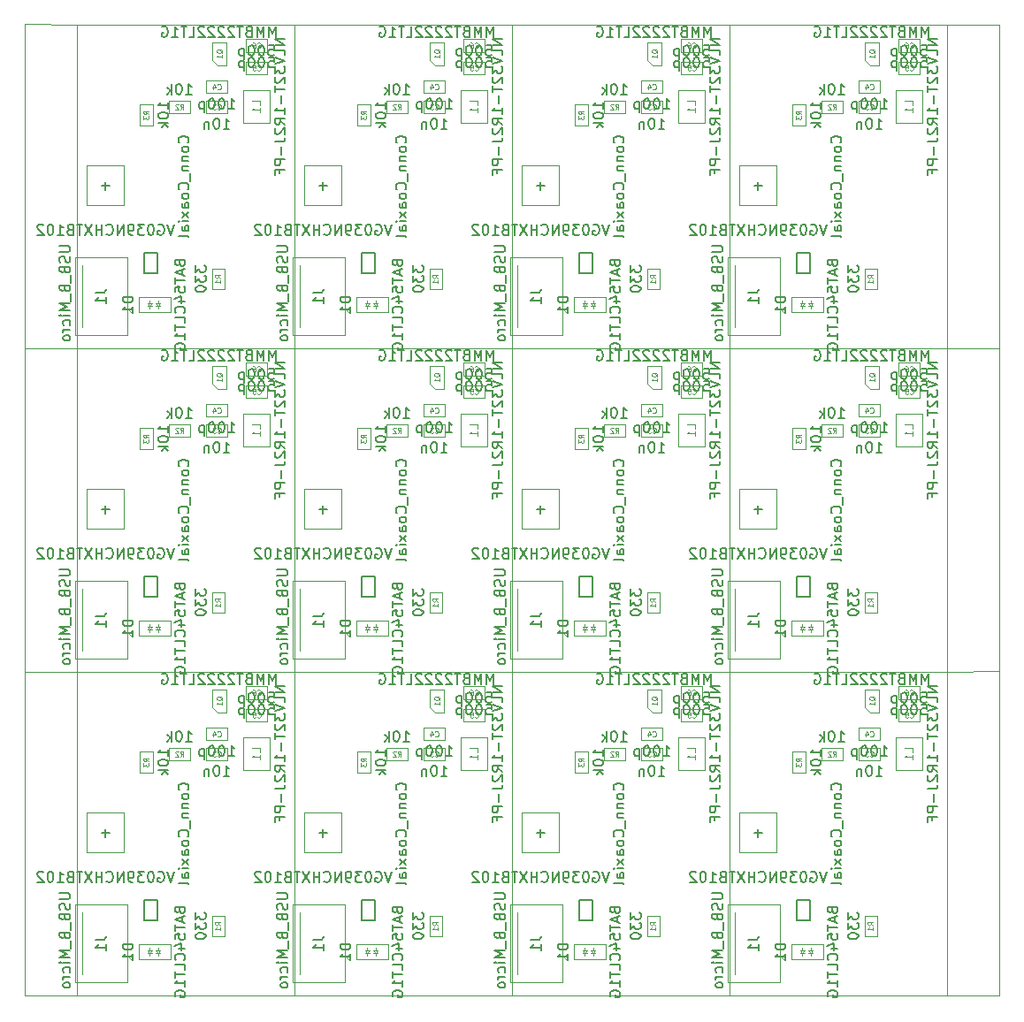
<source format=gbr>
G04 #@! TF.GenerationSoftware,KiCad,Pcbnew,(5.1.5)-3*
G04 #@! TF.CreationDate,2020-09-12T19:14:49+01:00*
G04 #@! TF.ProjectId,OTK_Panel,4f544b5f-5061-46e6-956c-2e6b69636164,rev?*
G04 #@! TF.SameCoordinates,Original*
G04 #@! TF.FileFunction,Other,Fab,Bot*
%FSLAX46Y46*%
G04 Gerber Fmt 4.6, Leading zero omitted, Abs format (unit mm)*
G04 Created by KiCad (PCBNEW (5.1.5)-3) date 2020-09-12 19:14:49*
%MOMM*%
%LPD*%
G04 APERTURE LIST*
%ADD10C,0.050000*%
%ADD11C,0.120000*%
%ADD12C,0.100000*%
%ADD13C,0.150000*%
%ADD14C,0.080000*%
%ADD15C,0.075000*%
G04 APERTURE END LIST*
D10*
X192734500Y-108806300D02*
X197734500Y-108798300D01*
X192734500Y-77818300D02*
X197734500Y-77818300D01*
X109422500Y-108806300D02*
X104422500Y-108810300D01*
X109422500Y-77818300D02*
X104422500Y-77820300D01*
X104422500Y-139790300D02*
X109422500Y-139794300D01*
X104422500Y-46820300D02*
X104422500Y-139790300D01*
X109422500Y-46830300D02*
X104422500Y-46820300D01*
X192734500Y-139794300D02*
X197734500Y-139790300D01*
X197734500Y-46830300D02*
X197734500Y-139790300D01*
X192734500Y-46830300D02*
X197734500Y-46830300D01*
X109422500Y-139794300D02*
X109422500Y-108806300D01*
X171906500Y-139794300D02*
X171906500Y-108806300D01*
X130250500Y-139794300D02*
X109422500Y-139794300D01*
X171906500Y-139794300D02*
X151078500Y-139794300D01*
X130250500Y-108806300D02*
X130250500Y-139794300D01*
X151078500Y-108806300D02*
X151078500Y-139794300D01*
X171906500Y-108806300D02*
X171906500Y-139794300D01*
X151078500Y-108806300D02*
X171906500Y-108806300D01*
X192734500Y-108806300D02*
X192734500Y-139794300D01*
X151078500Y-139794300D02*
X151078500Y-108806300D01*
X109422500Y-108806300D02*
X130250500Y-108806300D01*
X151078500Y-139794300D02*
X130250500Y-139794300D01*
X130250500Y-108806300D02*
X151078500Y-108806300D01*
X130250500Y-139794300D02*
X130250500Y-108806300D01*
X192734500Y-139794300D02*
X171906500Y-139794300D01*
X171906500Y-108806300D02*
X192734500Y-108806300D01*
X109422500Y-108806300D02*
X109422500Y-77818300D01*
X171906500Y-108806300D02*
X171906500Y-77818300D01*
X130250500Y-108806300D02*
X109422500Y-108806300D01*
X171906500Y-108806300D02*
X151078500Y-108806300D01*
X130250500Y-77818300D02*
X130250500Y-108806300D01*
X151078500Y-77818300D02*
X151078500Y-108806300D01*
X171906500Y-77818300D02*
X171906500Y-108806300D01*
X151078500Y-77818300D02*
X171906500Y-77818300D01*
X192734500Y-77818300D02*
X192734500Y-108806300D01*
X151078500Y-108806300D02*
X151078500Y-77818300D01*
X109422500Y-77818300D02*
X130250500Y-77818300D01*
X151078500Y-108806300D02*
X130250500Y-108806300D01*
X130250500Y-77818300D02*
X151078500Y-77818300D01*
X130250500Y-108806300D02*
X130250500Y-77818300D01*
X192734500Y-108806300D02*
X171906500Y-108806300D01*
X171906500Y-77818300D02*
X192734500Y-77818300D01*
X171906500Y-77818300D02*
X171906500Y-46830300D01*
X192734500Y-77818300D02*
X171906500Y-77818300D01*
X192734500Y-46830300D02*
X192734500Y-77818300D01*
X171906500Y-46830300D02*
X192734500Y-46830300D01*
X151078500Y-77818300D02*
X151078500Y-46830300D01*
X171906500Y-77818300D02*
X151078500Y-77818300D01*
X171906500Y-46830300D02*
X171906500Y-77818300D01*
X151078500Y-46830300D02*
X171906500Y-46830300D01*
X130250500Y-77818300D02*
X130250500Y-46830300D01*
X151078500Y-77818300D02*
X130250500Y-77818300D01*
X151078500Y-46830300D02*
X151078500Y-77818300D01*
X130250500Y-46830300D02*
X151078500Y-46830300D01*
X109422500Y-77818300D02*
X109422500Y-46830300D01*
X130250500Y-77818300D02*
X109422500Y-77818300D01*
X130250500Y-46830300D02*
X130250500Y-77818300D01*
X109422500Y-46830300D02*
X130250500Y-46830300D01*
D11*
X172826500Y-122302300D02*
X172826500Y-126102300D01*
X176426500Y-122302300D02*
X172826500Y-122302300D01*
X176426500Y-126102300D02*
X176426500Y-122302300D01*
X172826500Y-126102300D02*
X176426500Y-126102300D01*
D12*
X158335500Y-116471300D02*
X157135500Y-116471300D01*
X157135500Y-116471300D02*
X157135500Y-118471300D01*
X157135500Y-118471300D02*
X158335500Y-118471300D01*
X158335500Y-118471300D02*
X158335500Y-116471300D01*
X179875500Y-135482300D02*
X179675500Y-135782300D01*
X179675500Y-135782300D02*
X179475500Y-135482300D01*
X179475500Y-135782300D02*
X179875500Y-135782300D01*
X179675500Y-135782300D02*
X179675500Y-136032300D01*
X179675500Y-135482300D02*
X179675500Y-135232300D01*
X179475500Y-135482300D02*
X179875500Y-135482300D01*
X177805500Y-134932300D02*
X180845500Y-134932300D01*
X177805500Y-134932300D02*
X177805500Y-136332300D01*
X180845500Y-134932300D02*
X180845500Y-136332300D01*
X177805500Y-136332300D02*
X180845500Y-136332300D01*
X178675500Y-135782300D02*
X179075500Y-135782300D01*
X178875500Y-135782300D02*
X178875500Y-136032300D01*
X178875500Y-135782300D02*
X178675500Y-135482300D01*
X178675500Y-135482300D02*
X179075500Y-135482300D01*
X179075500Y-135482300D02*
X178875500Y-135782300D01*
X178875500Y-135482300D02*
X178875500Y-135232300D01*
X169534500Y-118280300D02*
X169534500Y-115080300D01*
X167034500Y-118280300D02*
X169534500Y-118280300D01*
X167034500Y-115080300D02*
X167034500Y-118280300D01*
X169534500Y-115080300D02*
X167034500Y-115080300D01*
X179163500Y-116471300D02*
X177963500Y-116471300D01*
X177963500Y-116471300D02*
X177963500Y-118471300D01*
X177963500Y-118471300D02*
X179163500Y-118471300D01*
X179163500Y-118471300D02*
X179163500Y-116471300D01*
X185376500Y-112700300D02*
X184876500Y-112200300D01*
X186226500Y-110500300D02*
X184876500Y-110500300D01*
X186226500Y-112700300D02*
X186226500Y-110500300D01*
X184876500Y-112200300D02*
X184876500Y-110500300D01*
X186226500Y-112700300D02*
X185376500Y-112700300D01*
X184829500Y-132190300D02*
X184829500Y-134190300D01*
X186029500Y-132190300D02*
X184829500Y-132190300D01*
X186029500Y-134190300D02*
X186029500Y-132190300D01*
X184829500Y-134190300D02*
X186029500Y-134190300D01*
X182738500Y-116109300D02*
X180738500Y-116109300D01*
X182738500Y-117309300D02*
X182738500Y-116109300D01*
X180738500Y-117309300D02*
X182738500Y-117309300D01*
X180738500Y-116109300D02*
X180738500Y-117309300D01*
X156437000Y-135941300D02*
X156227000Y-135941300D01*
X156437000Y-136341300D02*
X156227000Y-136341300D01*
X156437000Y-136341300D02*
X156437000Y-135941300D01*
X156227000Y-135941300D02*
X156027000Y-136141300D01*
X156027000Y-136141300D02*
X156227000Y-136341300D01*
X150927000Y-138591300D02*
X155927000Y-138591300D01*
X155927000Y-138591300D02*
X155927000Y-131091300D01*
X150925296Y-138591300D02*
X150925296Y-131091300D01*
X151625296Y-137841300D02*
X151625296Y-131841300D01*
X150927000Y-131091300D02*
X155927000Y-131091300D01*
X167284500Y-111438300D02*
X169284500Y-111438300D01*
X167284500Y-110238300D02*
X167284500Y-111438300D01*
X169284500Y-110238300D02*
X167284500Y-110238300D01*
X169284500Y-111438300D02*
X169284500Y-110238300D01*
X184302500Y-117309300D02*
X186302500Y-117309300D01*
X184302500Y-116109300D02*
X184302500Y-117309300D01*
X186302500Y-116109300D02*
X184302500Y-116109300D01*
X186302500Y-117309300D02*
X186302500Y-116109300D01*
X164548500Y-112700300D02*
X164048500Y-112200300D01*
X165398500Y-110500300D02*
X164048500Y-110500300D01*
X165398500Y-112700300D02*
X165398500Y-110500300D01*
X164048500Y-112200300D02*
X164048500Y-110500300D01*
X165398500Y-112700300D02*
X164548500Y-112700300D01*
X177265000Y-135941300D02*
X177055000Y-135941300D01*
X177265000Y-136341300D02*
X177055000Y-136341300D01*
X177265000Y-136341300D02*
X177265000Y-135941300D01*
X177055000Y-135941300D02*
X176855000Y-136141300D01*
X176855000Y-136141300D02*
X177055000Y-136341300D01*
X171755000Y-138591300D02*
X176755000Y-138591300D01*
X176755000Y-138591300D02*
X176755000Y-131091300D01*
X171753296Y-138591300D02*
X171753296Y-131091300D01*
X172453296Y-137841300D02*
X172453296Y-131841300D01*
X171755000Y-131091300D02*
X176755000Y-131091300D01*
X190362500Y-118280300D02*
X190362500Y-115080300D01*
X187862500Y-118280300D02*
X190362500Y-118280300D01*
X187862500Y-115080300D02*
X187862500Y-118280300D01*
X190362500Y-115080300D02*
X187862500Y-115080300D01*
X163474500Y-115404300D02*
X165474500Y-115404300D01*
X163474500Y-114204300D02*
X163474500Y-115404300D01*
X165474500Y-114204300D02*
X163474500Y-114204300D01*
X165474500Y-115404300D02*
X165474500Y-114204300D01*
X188112500Y-111438300D02*
X190112500Y-111438300D01*
X188112500Y-110238300D02*
X188112500Y-111438300D01*
X190112500Y-110238300D02*
X188112500Y-110238300D01*
X190112500Y-111438300D02*
X190112500Y-110238300D01*
X184302500Y-115404300D02*
X186302500Y-115404300D01*
X184302500Y-114204300D02*
X184302500Y-115404300D01*
X186302500Y-114204300D02*
X184302500Y-114204300D01*
X186302500Y-115404300D02*
X186302500Y-114204300D01*
D11*
X151998500Y-122302300D02*
X151998500Y-126102300D01*
X155598500Y-122302300D02*
X151998500Y-122302300D01*
X155598500Y-126102300D02*
X155598500Y-122302300D01*
X151998500Y-126102300D02*
X155598500Y-126102300D01*
D12*
X190112500Y-112397300D02*
X188112500Y-112397300D01*
X190112500Y-113597300D02*
X190112500Y-112397300D01*
X188112500Y-113597300D02*
X190112500Y-113597300D01*
X188112500Y-112397300D02*
X188112500Y-113597300D01*
D13*
X179577500Y-132666300D02*
X179577500Y-130666300D01*
X178327500Y-132666300D02*
X179577500Y-132666300D01*
X178327500Y-130666300D02*
X178327500Y-132666300D01*
X179577500Y-130666300D02*
X178327500Y-130666300D01*
D12*
X164001500Y-132190300D02*
X164001500Y-134190300D01*
X165201500Y-132190300D02*
X164001500Y-132190300D01*
X165201500Y-134190300D02*
X165201500Y-132190300D01*
X164001500Y-134190300D02*
X165201500Y-134190300D01*
X161910500Y-116109300D02*
X159910500Y-116109300D01*
X161910500Y-117309300D02*
X161910500Y-116109300D01*
X159910500Y-117309300D02*
X161910500Y-117309300D01*
X159910500Y-116109300D02*
X159910500Y-117309300D01*
X137507500Y-116471300D02*
X136307500Y-116471300D01*
X136307500Y-116471300D02*
X136307500Y-118471300D01*
X136307500Y-118471300D02*
X137507500Y-118471300D01*
X137507500Y-118471300D02*
X137507500Y-116471300D01*
X148706500Y-118280300D02*
X148706500Y-115080300D01*
X146206500Y-118280300D02*
X148706500Y-118280300D01*
X146206500Y-115080300D02*
X146206500Y-118280300D01*
X148706500Y-115080300D02*
X146206500Y-115080300D01*
X142646500Y-115404300D02*
X144646500Y-115404300D01*
X142646500Y-114204300D02*
X142646500Y-115404300D01*
X144646500Y-114204300D02*
X142646500Y-114204300D01*
X144646500Y-115404300D02*
X144646500Y-114204300D01*
X169284500Y-112397300D02*
X167284500Y-112397300D01*
X169284500Y-113597300D02*
X169284500Y-112397300D01*
X167284500Y-113597300D02*
X169284500Y-113597300D01*
X167284500Y-112397300D02*
X167284500Y-113597300D01*
X146456500Y-111438300D02*
X148456500Y-111438300D01*
X146456500Y-110238300D02*
X146456500Y-111438300D01*
X148456500Y-110238300D02*
X146456500Y-110238300D01*
X148456500Y-111438300D02*
X148456500Y-110238300D01*
X135609000Y-135941300D02*
X135399000Y-135941300D01*
X135609000Y-136341300D02*
X135399000Y-136341300D01*
X135609000Y-136341300D02*
X135609000Y-135941300D01*
X135399000Y-135941300D02*
X135199000Y-136141300D01*
X135199000Y-136141300D02*
X135399000Y-136341300D01*
X130099000Y-138591300D02*
X135099000Y-138591300D01*
X135099000Y-138591300D02*
X135099000Y-131091300D01*
X130097296Y-138591300D02*
X130097296Y-131091300D01*
X130797296Y-137841300D02*
X130797296Y-131841300D01*
X130099000Y-131091300D02*
X135099000Y-131091300D01*
X163474500Y-117309300D02*
X165474500Y-117309300D01*
X163474500Y-116109300D02*
X163474500Y-117309300D01*
X165474500Y-116109300D02*
X163474500Y-116109300D01*
X165474500Y-117309300D02*
X165474500Y-116109300D01*
X159047500Y-135482300D02*
X158847500Y-135782300D01*
X158847500Y-135782300D02*
X158647500Y-135482300D01*
X158647500Y-135782300D02*
X159047500Y-135782300D01*
X158847500Y-135782300D02*
X158847500Y-136032300D01*
X158847500Y-135482300D02*
X158847500Y-135232300D01*
X158647500Y-135482300D02*
X159047500Y-135482300D01*
X156977500Y-134932300D02*
X160017500Y-134932300D01*
X156977500Y-134932300D02*
X156977500Y-136332300D01*
X160017500Y-134932300D02*
X160017500Y-136332300D01*
X156977500Y-136332300D02*
X160017500Y-136332300D01*
X157847500Y-135782300D02*
X158247500Y-135782300D01*
X158047500Y-135782300D02*
X158047500Y-136032300D01*
X158047500Y-135782300D02*
X157847500Y-135482300D01*
X157847500Y-135482300D02*
X158247500Y-135482300D01*
X158247500Y-135482300D02*
X158047500Y-135782300D01*
X158047500Y-135482300D02*
X158047500Y-135232300D01*
D13*
X158749500Y-132666300D02*
X158749500Y-130666300D01*
X157499500Y-132666300D02*
X158749500Y-132666300D01*
X157499500Y-130666300D02*
X157499500Y-132666300D01*
X158749500Y-130666300D02*
X157499500Y-130666300D01*
D11*
X131170500Y-122302300D02*
X131170500Y-126102300D01*
X134770500Y-122302300D02*
X131170500Y-122302300D01*
X134770500Y-126102300D02*
X134770500Y-122302300D01*
X131170500Y-126102300D02*
X134770500Y-126102300D01*
D12*
X143173500Y-132190300D02*
X143173500Y-134190300D01*
X144373500Y-132190300D02*
X143173500Y-132190300D01*
X144373500Y-134190300D02*
X144373500Y-132190300D01*
X143173500Y-134190300D02*
X144373500Y-134190300D01*
X148456500Y-112397300D02*
X146456500Y-112397300D01*
X148456500Y-113597300D02*
X148456500Y-112397300D01*
X146456500Y-113597300D02*
X148456500Y-113597300D01*
X146456500Y-112397300D02*
X146456500Y-113597300D01*
D13*
X137921500Y-132666300D02*
X137921500Y-130666300D01*
X136671500Y-132666300D02*
X137921500Y-132666300D01*
X136671500Y-130666300D02*
X136671500Y-132666300D01*
X137921500Y-130666300D02*
X136671500Y-130666300D01*
D12*
X142646500Y-117309300D02*
X144646500Y-117309300D01*
X142646500Y-116109300D02*
X142646500Y-117309300D01*
X144646500Y-116109300D02*
X142646500Y-116109300D01*
X144646500Y-117309300D02*
X144646500Y-116109300D01*
X138219500Y-135482300D02*
X138019500Y-135782300D01*
X138019500Y-135782300D02*
X137819500Y-135482300D01*
X137819500Y-135782300D02*
X138219500Y-135782300D01*
X138019500Y-135782300D02*
X138019500Y-136032300D01*
X138019500Y-135482300D02*
X138019500Y-135232300D01*
X137819500Y-135482300D02*
X138219500Y-135482300D01*
X136149500Y-134932300D02*
X139189500Y-134932300D01*
X136149500Y-134932300D02*
X136149500Y-136332300D01*
X139189500Y-134932300D02*
X139189500Y-136332300D01*
X136149500Y-136332300D02*
X139189500Y-136332300D01*
X137019500Y-135782300D02*
X137419500Y-135782300D01*
X137219500Y-135782300D02*
X137219500Y-136032300D01*
X137219500Y-135782300D02*
X137019500Y-135482300D01*
X137019500Y-135482300D02*
X137419500Y-135482300D01*
X137419500Y-135482300D02*
X137219500Y-135782300D01*
X137219500Y-135482300D02*
X137219500Y-135232300D01*
X143720500Y-112700300D02*
X143220500Y-112200300D01*
X144570500Y-110500300D02*
X143220500Y-110500300D01*
X144570500Y-112700300D02*
X144570500Y-110500300D01*
X143220500Y-112200300D02*
X143220500Y-110500300D01*
X144570500Y-112700300D02*
X143720500Y-112700300D01*
X141082500Y-116109300D02*
X139082500Y-116109300D01*
X141082500Y-117309300D02*
X141082500Y-116109300D01*
X139082500Y-117309300D02*
X141082500Y-117309300D01*
X139082500Y-116109300D02*
X139082500Y-117309300D01*
X127628500Y-111438300D02*
X127628500Y-110238300D01*
X127628500Y-110238300D02*
X125628500Y-110238300D01*
X125628500Y-110238300D02*
X125628500Y-111438300D01*
X125628500Y-111438300D02*
X127628500Y-111438300D01*
D11*
X110342500Y-126102300D02*
X113942500Y-126102300D01*
X113942500Y-126102300D02*
X113942500Y-122302300D01*
X113942500Y-122302300D02*
X110342500Y-122302300D01*
X110342500Y-122302300D02*
X110342500Y-126102300D01*
D12*
X116679500Y-118471300D02*
X116679500Y-116471300D01*
X115479500Y-118471300D02*
X116679500Y-118471300D01*
X115479500Y-116471300D02*
X115479500Y-118471300D01*
X116679500Y-116471300D02*
X115479500Y-116471300D01*
X127878500Y-115080300D02*
X125378500Y-115080300D01*
X125378500Y-115080300D02*
X125378500Y-118280300D01*
X125378500Y-118280300D02*
X127878500Y-118280300D01*
X127878500Y-118280300D02*
X127878500Y-115080300D01*
X123818500Y-115404300D02*
X123818500Y-114204300D01*
X123818500Y-114204300D02*
X121818500Y-114204300D01*
X121818500Y-114204300D02*
X121818500Y-115404300D01*
X121818500Y-115404300D02*
X123818500Y-115404300D01*
X109271000Y-131091300D02*
X114271000Y-131091300D01*
X109969296Y-137841300D02*
X109969296Y-131841300D01*
X109269296Y-138591300D02*
X109269296Y-131091300D01*
X114271000Y-138591300D02*
X114271000Y-131091300D01*
X109271000Y-138591300D02*
X114271000Y-138591300D01*
X114371000Y-136141300D02*
X114571000Y-136341300D01*
X114571000Y-135941300D02*
X114371000Y-136141300D01*
X114781000Y-136341300D02*
X114781000Y-135941300D01*
X114781000Y-136341300D02*
X114571000Y-136341300D01*
X114781000Y-135941300D02*
X114571000Y-135941300D01*
X123742500Y-112700300D02*
X122892500Y-112700300D01*
X122392500Y-112200300D02*
X122392500Y-110500300D01*
X123742500Y-112700300D02*
X123742500Y-110500300D01*
X123742500Y-110500300D02*
X122392500Y-110500300D01*
X122892500Y-112700300D02*
X122392500Y-112200300D01*
X122345500Y-134190300D02*
X123545500Y-134190300D01*
X123545500Y-134190300D02*
X123545500Y-132190300D01*
X123545500Y-132190300D02*
X122345500Y-132190300D01*
X122345500Y-132190300D02*
X122345500Y-134190300D01*
X118254500Y-116109300D02*
X118254500Y-117309300D01*
X118254500Y-117309300D02*
X120254500Y-117309300D01*
X120254500Y-117309300D02*
X120254500Y-116109300D01*
X120254500Y-116109300D02*
X118254500Y-116109300D01*
X125628500Y-112397300D02*
X125628500Y-113597300D01*
X125628500Y-113597300D02*
X127628500Y-113597300D01*
X127628500Y-113597300D02*
X127628500Y-112397300D01*
X127628500Y-112397300D02*
X125628500Y-112397300D01*
X123818500Y-117309300D02*
X123818500Y-116109300D01*
X123818500Y-116109300D02*
X121818500Y-116109300D01*
X121818500Y-116109300D02*
X121818500Y-117309300D01*
X121818500Y-117309300D02*
X123818500Y-117309300D01*
X116391500Y-135482300D02*
X116391500Y-135232300D01*
X116591500Y-135482300D02*
X116391500Y-135782300D01*
X116191500Y-135482300D02*
X116591500Y-135482300D01*
X116391500Y-135782300D02*
X116191500Y-135482300D01*
X116391500Y-135782300D02*
X116391500Y-136032300D01*
X116191500Y-135782300D02*
X116591500Y-135782300D01*
X115321500Y-136332300D02*
X118361500Y-136332300D01*
X118361500Y-134932300D02*
X118361500Y-136332300D01*
X115321500Y-134932300D02*
X115321500Y-136332300D01*
X115321500Y-134932300D02*
X118361500Y-134932300D01*
X116991500Y-135482300D02*
X117391500Y-135482300D01*
X117191500Y-135482300D02*
X117191500Y-135232300D01*
X117191500Y-135782300D02*
X117191500Y-136032300D01*
X116991500Y-135782300D02*
X117391500Y-135782300D01*
X117191500Y-135782300D02*
X116991500Y-135482300D01*
X117391500Y-135482300D02*
X117191500Y-135782300D01*
D13*
X117093500Y-130666300D02*
X115843500Y-130666300D01*
X115843500Y-130666300D02*
X115843500Y-132666300D01*
X115843500Y-132666300D02*
X117093500Y-132666300D01*
X117093500Y-132666300D02*
X117093500Y-130666300D01*
D11*
X172826500Y-91314300D02*
X172826500Y-95114300D01*
X176426500Y-91314300D02*
X172826500Y-91314300D01*
X176426500Y-95114300D02*
X176426500Y-91314300D01*
X172826500Y-95114300D02*
X176426500Y-95114300D01*
D12*
X158335500Y-85483300D02*
X157135500Y-85483300D01*
X157135500Y-85483300D02*
X157135500Y-87483300D01*
X157135500Y-87483300D02*
X158335500Y-87483300D01*
X158335500Y-87483300D02*
X158335500Y-85483300D01*
X179875500Y-104494300D02*
X179675500Y-104794300D01*
X179675500Y-104794300D02*
X179475500Y-104494300D01*
X179475500Y-104794300D02*
X179875500Y-104794300D01*
X179675500Y-104794300D02*
X179675500Y-105044300D01*
X179675500Y-104494300D02*
X179675500Y-104244300D01*
X179475500Y-104494300D02*
X179875500Y-104494300D01*
X177805500Y-103944300D02*
X180845500Y-103944300D01*
X177805500Y-103944300D02*
X177805500Y-105344300D01*
X180845500Y-103944300D02*
X180845500Y-105344300D01*
X177805500Y-105344300D02*
X180845500Y-105344300D01*
X178675500Y-104794300D02*
X179075500Y-104794300D01*
X178875500Y-104794300D02*
X178875500Y-105044300D01*
X178875500Y-104794300D02*
X178675500Y-104494300D01*
X178675500Y-104494300D02*
X179075500Y-104494300D01*
X179075500Y-104494300D02*
X178875500Y-104794300D01*
X178875500Y-104494300D02*
X178875500Y-104244300D01*
X169534500Y-87292300D02*
X169534500Y-84092300D01*
X167034500Y-87292300D02*
X169534500Y-87292300D01*
X167034500Y-84092300D02*
X167034500Y-87292300D01*
X169534500Y-84092300D02*
X167034500Y-84092300D01*
X179163500Y-85483300D02*
X177963500Y-85483300D01*
X177963500Y-85483300D02*
X177963500Y-87483300D01*
X177963500Y-87483300D02*
X179163500Y-87483300D01*
X179163500Y-87483300D02*
X179163500Y-85483300D01*
X185376500Y-81712300D02*
X184876500Y-81212300D01*
X186226500Y-79512300D02*
X184876500Y-79512300D01*
X186226500Y-81712300D02*
X186226500Y-79512300D01*
X184876500Y-81212300D02*
X184876500Y-79512300D01*
X186226500Y-81712300D02*
X185376500Y-81712300D01*
X184829500Y-101202300D02*
X184829500Y-103202300D01*
X186029500Y-101202300D02*
X184829500Y-101202300D01*
X186029500Y-103202300D02*
X186029500Y-101202300D01*
X184829500Y-103202300D02*
X186029500Y-103202300D01*
X182738500Y-85121300D02*
X180738500Y-85121300D01*
X182738500Y-86321300D02*
X182738500Y-85121300D01*
X180738500Y-86321300D02*
X182738500Y-86321300D01*
X180738500Y-85121300D02*
X180738500Y-86321300D01*
X156437000Y-104953300D02*
X156227000Y-104953300D01*
X156437000Y-105353300D02*
X156227000Y-105353300D01*
X156437000Y-105353300D02*
X156437000Y-104953300D01*
X156227000Y-104953300D02*
X156027000Y-105153300D01*
X156027000Y-105153300D02*
X156227000Y-105353300D01*
X150927000Y-107603300D02*
X155927000Y-107603300D01*
X155927000Y-107603300D02*
X155927000Y-100103300D01*
X150925296Y-107603300D02*
X150925296Y-100103300D01*
X151625296Y-106853300D02*
X151625296Y-100853300D01*
X150927000Y-100103300D02*
X155927000Y-100103300D01*
X167284500Y-80450300D02*
X169284500Y-80450300D01*
X167284500Y-79250300D02*
X167284500Y-80450300D01*
X169284500Y-79250300D02*
X167284500Y-79250300D01*
X169284500Y-80450300D02*
X169284500Y-79250300D01*
X184302500Y-86321300D02*
X186302500Y-86321300D01*
X184302500Y-85121300D02*
X184302500Y-86321300D01*
X186302500Y-85121300D02*
X184302500Y-85121300D01*
X186302500Y-86321300D02*
X186302500Y-85121300D01*
X164548500Y-81712300D02*
X164048500Y-81212300D01*
X165398500Y-79512300D02*
X164048500Y-79512300D01*
X165398500Y-81712300D02*
X165398500Y-79512300D01*
X164048500Y-81212300D02*
X164048500Y-79512300D01*
X165398500Y-81712300D02*
X164548500Y-81712300D01*
X177265000Y-104953300D02*
X177055000Y-104953300D01*
X177265000Y-105353300D02*
X177055000Y-105353300D01*
X177265000Y-105353300D02*
X177265000Y-104953300D01*
X177055000Y-104953300D02*
X176855000Y-105153300D01*
X176855000Y-105153300D02*
X177055000Y-105353300D01*
X171755000Y-107603300D02*
X176755000Y-107603300D01*
X176755000Y-107603300D02*
X176755000Y-100103300D01*
X171753296Y-107603300D02*
X171753296Y-100103300D01*
X172453296Y-106853300D02*
X172453296Y-100853300D01*
X171755000Y-100103300D02*
X176755000Y-100103300D01*
X190362500Y-87292300D02*
X190362500Y-84092300D01*
X187862500Y-87292300D02*
X190362500Y-87292300D01*
X187862500Y-84092300D02*
X187862500Y-87292300D01*
X190362500Y-84092300D02*
X187862500Y-84092300D01*
X163474500Y-84416300D02*
X165474500Y-84416300D01*
X163474500Y-83216300D02*
X163474500Y-84416300D01*
X165474500Y-83216300D02*
X163474500Y-83216300D01*
X165474500Y-84416300D02*
X165474500Y-83216300D01*
X188112500Y-80450300D02*
X190112500Y-80450300D01*
X188112500Y-79250300D02*
X188112500Y-80450300D01*
X190112500Y-79250300D02*
X188112500Y-79250300D01*
X190112500Y-80450300D02*
X190112500Y-79250300D01*
X184302500Y-84416300D02*
X186302500Y-84416300D01*
X184302500Y-83216300D02*
X184302500Y-84416300D01*
X186302500Y-83216300D02*
X184302500Y-83216300D01*
X186302500Y-84416300D02*
X186302500Y-83216300D01*
D11*
X151998500Y-91314300D02*
X151998500Y-95114300D01*
X155598500Y-91314300D02*
X151998500Y-91314300D01*
X155598500Y-95114300D02*
X155598500Y-91314300D01*
X151998500Y-95114300D02*
X155598500Y-95114300D01*
D12*
X190112500Y-81409300D02*
X188112500Y-81409300D01*
X190112500Y-82609300D02*
X190112500Y-81409300D01*
X188112500Y-82609300D02*
X190112500Y-82609300D01*
X188112500Y-81409300D02*
X188112500Y-82609300D01*
D13*
X179577500Y-101678300D02*
X179577500Y-99678300D01*
X178327500Y-101678300D02*
X179577500Y-101678300D01*
X178327500Y-99678300D02*
X178327500Y-101678300D01*
X179577500Y-99678300D02*
X178327500Y-99678300D01*
D12*
X164001500Y-101202300D02*
X164001500Y-103202300D01*
X165201500Y-101202300D02*
X164001500Y-101202300D01*
X165201500Y-103202300D02*
X165201500Y-101202300D01*
X164001500Y-103202300D02*
X165201500Y-103202300D01*
X161910500Y-85121300D02*
X159910500Y-85121300D01*
X161910500Y-86321300D02*
X161910500Y-85121300D01*
X159910500Y-86321300D02*
X161910500Y-86321300D01*
X159910500Y-85121300D02*
X159910500Y-86321300D01*
X137507500Y-85483300D02*
X136307500Y-85483300D01*
X136307500Y-85483300D02*
X136307500Y-87483300D01*
X136307500Y-87483300D02*
X137507500Y-87483300D01*
X137507500Y-87483300D02*
X137507500Y-85483300D01*
X148706500Y-87292300D02*
X148706500Y-84092300D01*
X146206500Y-87292300D02*
X148706500Y-87292300D01*
X146206500Y-84092300D02*
X146206500Y-87292300D01*
X148706500Y-84092300D02*
X146206500Y-84092300D01*
X142646500Y-84416300D02*
X144646500Y-84416300D01*
X142646500Y-83216300D02*
X142646500Y-84416300D01*
X144646500Y-83216300D02*
X142646500Y-83216300D01*
X144646500Y-84416300D02*
X144646500Y-83216300D01*
X169284500Y-81409300D02*
X167284500Y-81409300D01*
X169284500Y-82609300D02*
X169284500Y-81409300D01*
X167284500Y-82609300D02*
X169284500Y-82609300D01*
X167284500Y-81409300D02*
X167284500Y-82609300D01*
X146456500Y-80450300D02*
X148456500Y-80450300D01*
X146456500Y-79250300D02*
X146456500Y-80450300D01*
X148456500Y-79250300D02*
X146456500Y-79250300D01*
X148456500Y-80450300D02*
X148456500Y-79250300D01*
X135609000Y-104953300D02*
X135399000Y-104953300D01*
X135609000Y-105353300D02*
X135399000Y-105353300D01*
X135609000Y-105353300D02*
X135609000Y-104953300D01*
X135399000Y-104953300D02*
X135199000Y-105153300D01*
X135199000Y-105153300D02*
X135399000Y-105353300D01*
X130099000Y-107603300D02*
X135099000Y-107603300D01*
X135099000Y-107603300D02*
X135099000Y-100103300D01*
X130097296Y-107603300D02*
X130097296Y-100103300D01*
X130797296Y-106853300D02*
X130797296Y-100853300D01*
X130099000Y-100103300D02*
X135099000Y-100103300D01*
X163474500Y-86321300D02*
X165474500Y-86321300D01*
X163474500Y-85121300D02*
X163474500Y-86321300D01*
X165474500Y-85121300D02*
X163474500Y-85121300D01*
X165474500Y-86321300D02*
X165474500Y-85121300D01*
X159047500Y-104494300D02*
X158847500Y-104794300D01*
X158847500Y-104794300D02*
X158647500Y-104494300D01*
X158647500Y-104794300D02*
X159047500Y-104794300D01*
X158847500Y-104794300D02*
X158847500Y-105044300D01*
X158847500Y-104494300D02*
X158847500Y-104244300D01*
X158647500Y-104494300D02*
X159047500Y-104494300D01*
X156977500Y-103944300D02*
X160017500Y-103944300D01*
X156977500Y-103944300D02*
X156977500Y-105344300D01*
X160017500Y-103944300D02*
X160017500Y-105344300D01*
X156977500Y-105344300D02*
X160017500Y-105344300D01*
X157847500Y-104794300D02*
X158247500Y-104794300D01*
X158047500Y-104794300D02*
X158047500Y-105044300D01*
X158047500Y-104794300D02*
X157847500Y-104494300D01*
X157847500Y-104494300D02*
X158247500Y-104494300D01*
X158247500Y-104494300D02*
X158047500Y-104794300D01*
X158047500Y-104494300D02*
X158047500Y-104244300D01*
D13*
X158749500Y-101678300D02*
X158749500Y-99678300D01*
X157499500Y-101678300D02*
X158749500Y-101678300D01*
X157499500Y-99678300D02*
X157499500Y-101678300D01*
X158749500Y-99678300D02*
X157499500Y-99678300D01*
D11*
X131170500Y-91314300D02*
X131170500Y-95114300D01*
X134770500Y-91314300D02*
X131170500Y-91314300D01*
X134770500Y-95114300D02*
X134770500Y-91314300D01*
X131170500Y-95114300D02*
X134770500Y-95114300D01*
D12*
X143173500Y-101202300D02*
X143173500Y-103202300D01*
X144373500Y-101202300D02*
X143173500Y-101202300D01*
X144373500Y-103202300D02*
X144373500Y-101202300D01*
X143173500Y-103202300D02*
X144373500Y-103202300D01*
X148456500Y-81409300D02*
X146456500Y-81409300D01*
X148456500Y-82609300D02*
X148456500Y-81409300D01*
X146456500Y-82609300D02*
X148456500Y-82609300D01*
X146456500Y-81409300D02*
X146456500Y-82609300D01*
D13*
X137921500Y-101678300D02*
X137921500Y-99678300D01*
X136671500Y-101678300D02*
X137921500Y-101678300D01*
X136671500Y-99678300D02*
X136671500Y-101678300D01*
X137921500Y-99678300D02*
X136671500Y-99678300D01*
D12*
X142646500Y-86321300D02*
X144646500Y-86321300D01*
X142646500Y-85121300D02*
X142646500Y-86321300D01*
X144646500Y-85121300D02*
X142646500Y-85121300D01*
X144646500Y-86321300D02*
X144646500Y-85121300D01*
X138219500Y-104494300D02*
X138019500Y-104794300D01*
X138019500Y-104794300D02*
X137819500Y-104494300D01*
X137819500Y-104794300D02*
X138219500Y-104794300D01*
X138019500Y-104794300D02*
X138019500Y-105044300D01*
X138019500Y-104494300D02*
X138019500Y-104244300D01*
X137819500Y-104494300D02*
X138219500Y-104494300D01*
X136149500Y-103944300D02*
X139189500Y-103944300D01*
X136149500Y-103944300D02*
X136149500Y-105344300D01*
X139189500Y-103944300D02*
X139189500Y-105344300D01*
X136149500Y-105344300D02*
X139189500Y-105344300D01*
X137019500Y-104794300D02*
X137419500Y-104794300D01*
X137219500Y-104794300D02*
X137219500Y-105044300D01*
X137219500Y-104794300D02*
X137019500Y-104494300D01*
X137019500Y-104494300D02*
X137419500Y-104494300D01*
X137419500Y-104494300D02*
X137219500Y-104794300D01*
X137219500Y-104494300D02*
X137219500Y-104244300D01*
X143720500Y-81712300D02*
X143220500Y-81212300D01*
X144570500Y-79512300D02*
X143220500Y-79512300D01*
X144570500Y-81712300D02*
X144570500Y-79512300D01*
X143220500Y-81212300D02*
X143220500Y-79512300D01*
X144570500Y-81712300D02*
X143720500Y-81712300D01*
X141082500Y-85121300D02*
X139082500Y-85121300D01*
X141082500Y-86321300D02*
X141082500Y-85121300D01*
X139082500Y-86321300D02*
X141082500Y-86321300D01*
X139082500Y-85121300D02*
X139082500Y-86321300D01*
X127628500Y-80450300D02*
X127628500Y-79250300D01*
X127628500Y-79250300D02*
X125628500Y-79250300D01*
X125628500Y-79250300D02*
X125628500Y-80450300D01*
X125628500Y-80450300D02*
X127628500Y-80450300D01*
D11*
X110342500Y-95114300D02*
X113942500Y-95114300D01*
X113942500Y-95114300D02*
X113942500Y-91314300D01*
X113942500Y-91314300D02*
X110342500Y-91314300D01*
X110342500Y-91314300D02*
X110342500Y-95114300D01*
D12*
X116679500Y-87483300D02*
X116679500Y-85483300D01*
X115479500Y-87483300D02*
X116679500Y-87483300D01*
X115479500Y-85483300D02*
X115479500Y-87483300D01*
X116679500Y-85483300D02*
X115479500Y-85483300D01*
X127878500Y-84092300D02*
X125378500Y-84092300D01*
X125378500Y-84092300D02*
X125378500Y-87292300D01*
X125378500Y-87292300D02*
X127878500Y-87292300D01*
X127878500Y-87292300D02*
X127878500Y-84092300D01*
X123818500Y-84416300D02*
X123818500Y-83216300D01*
X123818500Y-83216300D02*
X121818500Y-83216300D01*
X121818500Y-83216300D02*
X121818500Y-84416300D01*
X121818500Y-84416300D02*
X123818500Y-84416300D01*
X109271000Y-100103300D02*
X114271000Y-100103300D01*
X109969296Y-106853300D02*
X109969296Y-100853300D01*
X109269296Y-107603300D02*
X109269296Y-100103300D01*
X114271000Y-107603300D02*
X114271000Y-100103300D01*
X109271000Y-107603300D02*
X114271000Y-107603300D01*
X114371000Y-105153300D02*
X114571000Y-105353300D01*
X114571000Y-104953300D02*
X114371000Y-105153300D01*
X114781000Y-105353300D02*
X114781000Y-104953300D01*
X114781000Y-105353300D02*
X114571000Y-105353300D01*
X114781000Y-104953300D02*
X114571000Y-104953300D01*
X123742500Y-81712300D02*
X122892500Y-81712300D01*
X122392500Y-81212300D02*
X122392500Y-79512300D01*
X123742500Y-81712300D02*
X123742500Y-79512300D01*
X123742500Y-79512300D02*
X122392500Y-79512300D01*
X122892500Y-81712300D02*
X122392500Y-81212300D01*
X122345500Y-103202300D02*
X123545500Y-103202300D01*
X123545500Y-103202300D02*
X123545500Y-101202300D01*
X123545500Y-101202300D02*
X122345500Y-101202300D01*
X122345500Y-101202300D02*
X122345500Y-103202300D01*
X118254500Y-85121300D02*
X118254500Y-86321300D01*
X118254500Y-86321300D02*
X120254500Y-86321300D01*
X120254500Y-86321300D02*
X120254500Y-85121300D01*
X120254500Y-85121300D02*
X118254500Y-85121300D01*
X125628500Y-81409300D02*
X125628500Y-82609300D01*
X125628500Y-82609300D02*
X127628500Y-82609300D01*
X127628500Y-82609300D02*
X127628500Y-81409300D01*
X127628500Y-81409300D02*
X125628500Y-81409300D01*
X123818500Y-86321300D02*
X123818500Y-85121300D01*
X123818500Y-85121300D02*
X121818500Y-85121300D01*
X121818500Y-85121300D02*
X121818500Y-86321300D01*
X121818500Y-86321300D02*
X123818500Y-86321300D01*
X116391500Y-104494300D02*
X116391500Y-104244300D01*
X116591500Y-104494300D02*
X116391500Y-104794300D01*
X116191500Y-104494300D02*
X116591500Y-104494300D01*
X116391500Y-104794300D02*
X116191500Y-104494300D01*
X116391500Y-104794300D02*
X116391500Y-105044300D01*
X116191500Y-104794300D02*
X116591500Y-104794300D01*
X115321500Y-105344300D02*
X118361500Y-105344300D01*
X118361500Y-103944300D02*
X118361500Y-105344300D01*
X115321500Y-103944300D02*
X115321500Y-105344300D01*
X115321500Y-103944300D02*
X118361500Y-103944300D01*
X116991500Y-104494300D02*
X117391500Y-104494300D01*
X117191500Y-104494300D02*
X117191500Y-104244300D01*
X117191500Y-104794300D02*
X117191500Y-105044300D01*
X116991500Y-104794300D02*
X117391500Y-104794300D01*
X117191500Y-104794300D02*
X116991500Y-104494300D01*
X117391500Y-104494300D02*
X117191500Y-104794300D01*
D13*
X117093500Y-99678300D02*
X115843500Y-99678300D01*
X115843500Y-99678300D02*
X115843500Y-101678300D01*
X115843500Y-101678300D02*
X117093500Y-101678300D01*
X117093500Y-101678300D02*
X117093500Y-99678300D01*
D12*
X190112500Y-49462300D02*
X190112500Y-48262300D01*
X190112500Y-48262300D02*
X188112500Y-48262300D01*
X188112500Y-48262300D02*
X188112500Y-49462300D01*
X188112500Y-49462300D02*
X190112500Y-49462300D01*
D11*
X172826500Y-64126300D02*
X176426500Y-64126300D01*
X176426500Y-64126300D02*
X176426500Y-60326300D01*
X176426500Y-60326300D02*
X172826500Y-60326300D01*
X172826500Y-60326300D02*
X172826500Y-64126300D01*
D12*
X179163500Y-56495300D02*
X179163500Y-54495300D01*
X177963500Y-56495300D02*
X179163500Y-56495300D01*
X177963500Y-54495300D02*
X177963500Y-56495300D01*
X179163500Y-54495300D02*
X177963500Y-54495300D01*
X190362500Y-53104300D02*
X187862500Y-53104300D01*
X187862500Y-53104300D02*
X187862500Y-56304300D01*
X187862500Y-56304300D02*
X190362500Y-56304300D01*
X190362500Y-56304300D02*
X190362500Y-53104300D01*
X186302500Y-53428300D02*
X186302500Y-52228300D01*
X186302500Y-52228300D02*
X184302500Y-52228300D01*
X184302500Y-52228300D02*
X184302500Y-53428300D01*
X184302500Y-53428300D02*
X186302500Y-53428300D01*
X171755000Y-69115300D02*
X176755000Y-69115300D01*
X172453296Y-75865300D02*
X172453296Y-69865300D01*
X171753296Y-76615300D02*
X171753296Y-69115300D01*
X176755000Y-76615300D02*
X176755000Y-69115300D01*
X171755000Y-76615300D02*
X176755000Y-76615300D01*
X176855000Y-74165300D02*
X177055000Y-74365300D01*
X177055000Y-73965300D02*
X176855000Y-74165300D01*
X177265000Y-74365300D02*
X177265000Y-73965300D01*
X177265000Y-74365300D02*
X177055000Y-74365300D01*
X177265000Y-73965300D02*
X177055000Y-73965300D01*
X186226500Y-50724300D02*
X185376500Y-50724300D01*
X184876500Y-50224300D02*
X184876500Y-48524300D01*
X186226500Y-50724300D02*
X186226500Y-48524300D01*
X186226500Y-48524300D02*
X184876500Y-48524300D01*
X185376500Y-50724300D02*
X184876500Y-50224300D01*
X184829500Y-72214300D02*
X186029500Y-72214300D01*
X186029500Y-72214300D02*
X186029500Y-70214300D01*
X186029500Y-70214300D02*
X184829500Y-70214300D01*
X184829500Y-70214300D02*
X184829500Y-72214300D01*
X180738500Y-54133300D02*
X180738500Y-55333300D01*
X180738500Y-55333300D02*
X182738500Y-55333300D01*
X182738500Y-55333300D02*
X182738500Y-54133300D01*
X182738500Y-54133300D02*
X180738500Y-54133300D01*
X188112500Y-50421300D02*
X188112500Y-51621300D01*
X188112500Y-51621300D02*
X190112500Y-51621300D01*
X190112500Y-51621300D02*
X190112500Y-50421300D01*
X190112500Y-50421300D02*
X188112500Y-50421300D01*
X186302500Y-55333300D02*
X186302500Y-54133300D01*
X186302500Y-54133300D02*
X184302500Y-54133300D01*
X184302500Y-54133300D02*
X184302500Y-55333300D01*
X184302500Y-55333300D02*
X186302500Y-55333300D01*
X178875500Y-73506300D02*
X178875500Y-73256300D01*
X179075500Y-73506300D02*
X178875500Y-73806300D01*
X178675500Y-73506300D02*
X179075500Y-73506300D01*
X178875500Y-73806300D02*
X178675500Y-73506300D01*
X178875500Y-73806300D02*
X178875500Y-74056300D01*
X178675500Y-73806300D02*
X179075500Y-73806300D01*
X177805500Y-74356300D02*
X180845500Y-74356300D01*
X180845500Y-72956300D02*
X180845500Y-74356300D01*
X177805500Y-72956300D02*
X177805500Y-74356300D01*
X177805500Y-72956300D02*
X180845500Y-72956300D01*
X179475500Y-73506300D02*
X179875500Y-73506300D01*
X179675500Y-73506300D02*
X179675500Y-73256300D01*
X179675500Y-73806300D02*
X179675500Y-74056300D01*
X179475500Y-73806300D02*
X179875500Y-73806300D01*
X179675500Y-73806300D02*
X179475500Y-73506300D01*
X179875500Y-73506300D02*
X179675500Y-73806300D01*
D13*
X179577500Y-68690300D02*
X178327500Y-68690300D01*
X178327500Y-68690300D02*
X178327500Y-70690300D01*
X178327500Y-70690300D02*
X179577500Y-70690300D01*
X179577500Y-70690300D02*
X179577500Y-68690300D01*
D12*
X169284500Y-49462300D02*
X169284500Y-48262300D01*
X169284500Y-48262300D02*
X167284500Y-48262300D01*
X167284500Y-48262300D02*
X167284500Y-49462300D01*
X167284500Y-49462300D02*
X169284500Y-49462300D01*
D11*
X151998500Y-64126300D02*
X155598500Y-64126300D01*
X155598500Y-64126300D02*
X155598500Y-60326300D01*
X155598500Y-60326300D02*
X151998500Y-60326300D01*
X151998500Y-60326300D02*
X151998500Y-64126300D01*
D12*
X158335500Y-56495300D02*
X158335500Y-54495300D01*
X157135500Y-56495300D02*
X158335500Y-56495300D01*
X157135500Y-54495300D02*
X157135500Y-56495300D01*
X158335500Y-54495300D02*
X157135500Y-54495300D01*
X169534500Y-53104300D02*
X167034500Y-53104300D01*
X167034500Y-53104300D02*
X167034500Y-56304300D01*
X167034500Y-56304300D02*
X169534500Y-56304300D01*
X169534500Y-56304300D02*
X169534500Y-53104300D01*
X165474500Y-53428300D02*
X165474500Y-52228300D01*
X165474500Y-52228300D02*
X163474500Y-52228300D01*
X163474500Y-52228300D02*
X163474500Y-53428300D01*
X163474500Y-53428300D02*
X165474500Y-53428300D01*
X150927000Y-69115300D02*
X155927000Y-69115300D01*
X151625296Y-75865300D02*
X151625296Y-69865300D01*
X150925296Y-76615300D02*
X150925296Y-69115300D01*
X155927000Y-76615300D02*
X155927000Y-69115300D01*
X150927000Y-76615300D02*
X155927000Y-76615300D01*
X156027000Y-74165300D02*
X156227000Y-74365300D01*
X156227000Y-73965300D02*
X156027000Y-74165300D01*
X156437000Y-74365300D02*
X156437000Y-73965300D01*
X156437000Y-74365300D02*
X156227000Y-74365300D01*
X156437000Y-73965300D02*
X156227000Y-73965300D01*
X165398500Y-50724300D02*
X164548500Y-50724300D01*
X164048500Y-50224300D02*
X164048500Y-48524300D01*
X165398500Y-50724300D02*
X165398500Y-48524300D01*
X165398500Y-48524300D02*
X164048500Y-48524300D01*
X164548500Y-50724300D02*
X164048500Y-50224300D01*
X164001500Y-72214300D02*
X165201500Y-72214300D01*
X165201500Y-72214300D02*
X165201500Y-70214300D01*
X165201500Y-70214300D02*
X164001500Y-70214300D01*
X164001500Y-70214300D02*
X164001500Y-72214300D01*
X159910500Y-54133300D02*
X159910500Y-55333300D01*
X159910500Y-55333300D02*
X161910500Y-55333300D01*
X161910500Y-55333300D02*
X161910500Y-54133300D01*
X161910500Y-54133300D02*
X159910500Y-54133300D01*
X167284500Y-50421300D02*
X167284500Y-51621300D01*
X167284500Y-51621300D02*
X169284500Y-51621300D01*
X169284500Y-51621300D02*
X169284500Y-50421300D01*
X169284500Y-50421300D02*
X167284500Y-50421300D01*
X165474500Y-55333300D02*
X165474500Y-54133300D01*
X165474500Y-54133300D02*
X163474500Y-54133300D01*
X163474500Y-54133300D02*
X163474500Y-55333300D01*
X163474500Y-55333300D02*
X165474500Y-55333300D01*
X158047500Y-73506300D02*
X158047500Y-73256300D01*
X158247500Y-73506300D02*
X158047500Y-73806300D01*
X157847500Y-73506300D02*
X158247500Y-73506300D01*
X158047500Y-73806300D02*
X157847500Y-73506300D01*
X158047500Y-73806300D02*
X158047500Y-74056300D01*
X157847500Y-73806300D02*
X158247500Y-73806300D01*
X156977500Y-74356300D02*
X160017500Y-74356300D01*
X160017500Y-72956300D02*
X160017500Y-74356300D01*
X156977500Y-72956300D02*
X156977500Y-74356300D01*
X156977500Y-72956300D02*
X160017500Y-72956300D01*
X158647500Y-73506300D02*
X159047500Y-73506300D01*
X158847500Y-73506300D02*
X158847500Y-73256300D01*
X158847500Y-73806300D02*
X158847500Y-74056300D01*
X158647500Y-73806300D02*
X159047500Y-73806300D01*
X158847500Y-73806300D02*
X158647500Y-73506300D01*
X159047500Y-73506300D02*
X158847500Y-73806300D01*
D13*
X158749500Y-68690300D02*
X157499500Y-68690300D01*
X157499500Y-68690300D02*
X157499500Y-70690300D01*
X157499500Y-70690300D02*
X158749500Y-70690300D01*
X158749500Y-70690300D02*
X158749500Y-68690300D01*
D12*
X148456500Y-49462300D02*
X148456500Y-48262300D01*
X148456500Y-48262300D02*
X146456500Y-48262300D01*
X146456500Y-48262300D02*
X146456500Y-49462300D01*
X146456500Y-49462300D02*
X148456500Y-49462300D01*
D11*
X131170500Y-64126300D02*
X134770500Y-64126300D01*
X134770500Y-64126300D02*
X134770500Y-60326300D01*
X134770500Y-60326300D02*
X131170500Y-60326300D01*
X131170500Y-60326300D02*
X131170500Y-64126300D01*
D12*
X137507500Y-56495300D02*
X137507500Y-54495300D01*
X136307500Y-56495300D02*
X137507500Y-56495300D01*
X136307500Y-54495300D02*
X136307500Y-56495300D01*
X137507500Y-54495300D02*
X136307500Y-54495300D01*
X148706500Y-53104300D02*
X146206500Y-53104300D01*
X146206500Y-53104300D02*
X146206500Y-56304300D01*
X146206500Y-56304300D02*
X148706500Y-56304300D01*
X148706500Y-56304300D02*
X148706500Y-53104300D01*
X144646500Y-53428300D02*
X144646500Y-52228300D01*
X144646500Y-52228300D02*
X142646500Y-52228300D01*
X142646500Y-52228300D02*
X142646500Y-53428300D01*
X142646500Y-53428300D02*
X144646500Y-53428300D01*
X130099000Y-69115300D02*
X135099000Y-69115300D01*
X130797296Y-75865300D02*
X130797296Y-69865300D01*
X130097296Y-76615300D02*
X130097296Y-69115300D01*
X135099000Y-76615300D02*
X135099000Y-69115300D01*
X130099000Y-76615300D02*
X135099000Y-76615300D01*
X135199000Y-74165300D02*
X135399000Y-74365300D01*
X135399000Y-73965300D02*
X135199000Y-74165300D01*
X135609000Y-74365300D02*
X135609000Y-73965300D01*
X135609000Y-74365300D02*
X135399000Y-74365300D01*
X135609000Y-73965300D02*
X135399000Y-73965300D01*
X144570500Y-50724300D02*
X143720500Y-50724300D01*
X143220500Y-50224300D02*
X143220500Y-48524300D01*
X144570500Y-50724300D02*
X144570500Y-48524300D01*
X144570500Y-48524300D02*
X143220500Y-48524300D01*
X143720500Y-50724300D02*
X143220500Y-50224300D01*
X143173500Y-72214300D02*
X144373500Y-72214300D01*
X144373500Y-72214300D02*
X144373500Y-70214300D01*
X144373500Y-70214300D02*
X143173500Y-70214300D01*
X143173500Y-70214300D02*
X143173500Y-72214300D01*
X139082500Y-54133300D02*
X139082500Y-55333300D01*
X139082500Y-55333300D02*
X141082500Y-55333300D01*
X141082500Y-55333300D02*
X141082500Y-54133300D01*
X141082500Y-54133300D02*
X139082500Y-54133300D01*
X146456500Y-50421300D02*
X146456500Y-51621300D01*
X146456500Y-51621300D02*
X148456500Y-51621300D01*
X148456500Y-51621300D02*
X148456500Y-50421300D01*
X148456500Y-50421300D02*
X146456500Y-50421300D01*
X144646500Y-55333300D02*
X144646500Y-54133300D01*
X144646500Y-54133300D02*
X142646500Y-54133300D01*
X142646500Y-54133300D02*
X142646500Y-55333300D01*
X142646500Y-55333300D02*
X144646500Y-55333300D01*
X137219500Y-73506300D02*
X137219500Y-73256300D01*
X137419500Y-73506300D02*
X137219500Y-73806300D01*
X137019500Y-73506300D02*
X137419500Y-73506300D01*
X137219500Y-73806300D02*
X137019500Y-73506300D01*
X137219500Y-73806300D02*
X137219500Y-74056300D01*
X137019500Y-73806300D02*
X137419500Y-73806300D01*
X136149500Y-74356300D02*
X139189500Y-74356300D01*
X139189500Y-72956300D02*
X139189500Y-74356300D01*
X136149500Y-72956300D02*
X136149500Y-74356300D01*
X136149500Y-72956300D02*
X139189500Y-72956300D01*
X137819500Y-73506300D02*
X138219500Y-73506300D01*
X138019500Y-73506300D02*
X138019500Y-73256300D01*
X138019500Y-73806300D02*
X138019500Y-74056300D01*
X137819500Y-73806300D02*
X138219500Y-73806300D01*
X138019500Y-73806300D02*
X137819500Y-73506300D01*
X138219500Y-73506300D02*
X138019500Y-73806300D01*
D13*
X137921500Y-68690300D02*
X136671500Y-68690300D01*
X136671500Y-68690300D02*
X136671500Y-70690300D01*
X136671500Y-70690300D02*
X137921500Y-70690300D01*
X137921500Y-70690300D02*
X137921500Y-68690300D01*
D12*
X121818500Y-53428300D02*
X123818500Y-53428300D01*
X121818500Y-52228300D02*
X121818500Y-53428300D01*
X123818500Y-52228300D02*
X121818500Y-52228300D01*
X123818500Y-53428300D02*
X123818500Y-52228300D01*
X127628500Y-50421300D02*
X125628500Y-50421300D01*
X127628500Y-51621300D02*
X127628500Y-50421300D01*
X125628500Y-51621300D02*
X127628500Y-51621300D01*
X125628500Y-50421300D02*
X125628500Y-51621300D01*
X125628500Y-49462300D02*
X127628500Y-49462300D01*
X125628500Y-48262300D02*
X125628500Y-49462300D01*
X127628500Y-48262300D02*
X125628500Y-48262300D01*
X127628500Y-49462300D02*
X127628500Y-48262300D01*
X114781000Y-73965300D02*
X114571000Y-73965300D01*
X114781000Y-74365300D02*
X114571000Y-74365300D01*
X114781000Y-74365300D02*
X114781000Y-73965300D01*
X114571000Y-73965300D02*
X114371000Y-74165300D01*
X114371000Y-74165300D02*
X114571000Y-74365300D01*
X109271000Y-76615300D02*
X114271000Y-76615300D01*
X114271000Y-76615300D02*
X114271000Y-69115300D01*
X109269296Y-76615300D02*
X109269296Y-69115300D01*
X109969296Y-75865300D02*
X109969296Y-69865300D01*
X109271000Y-69115300D02*
X114271000Y-69115300D01*
X122892500Y-50724300D02*
X122392500Y-50224300D01*
X123742500Y-48524300D02*
X122392500Y-48524300D01*
X123742500Y-50724300D02*
X123742500Y-48524300D01*
X122392500Y-50224300D02*
X122392500Y-48524300D01*
X123742500Y-50724300D02*
X122892500Y-50724300D01*
X122345500Y-70214300D02*
X122345500Y-72214300D01*
X123545500Y-70214300D02*
X122345500Y-70214300D01*
X123545500Y-72214300D02*
X123545500Y-70214300D01*
X122345500Y-72214300D02*
X123545500Y-72214300D01*
X120254500Y-54133300D02*
X118254500Y-54133300D01*
X120254500Y-55333300D02*
X120254500Y-54133300D01*
X118254500Y-55333300D02*
X120254500Y-55333300D01*
X118254500Y-54133300D02*
X118254500Y-55333300D01*
X116679500Y-54495300D02*
X115479500Y-54495300D01*
X115479500Y-54495300D02*
X115479500Y-56495300D01*
X115479500Y-56495300D02*
X116679500Y-56495300D01*
X116679500Y-56495300D02*
X116679500Y-54495300D01*
X117391500Y-73506300D02*
X117191500Y-73806300D01*
X117191500Y-73806300D02*
X116991500Y-73506300D01*
X116991500Y-73806300D02*
X117391500Y-73806300D01*
X117191500Y-73806300D02*
X117191500Y-74056300D01*
X117191500Y-73506300D02*
X117191500Y-73256300D01*
X116991500Y-73506300D02*
X117391500Y-73506300D01*
X115321500Y-72956300D02*
X118361500Y-72956300D01*
X115321500Y-72956300D02*
X115321500Y-74356300D01*
X118361500Y-72956300D02*
X118361500Y-74356300D01*
X115321500Y-74356300D02*
X118361500Y-74356300D01*
X116191500Y-73806300D02*
X116591500Y-73806300D01*
X116391500Y-73806300D02*
X116391500Y-74056300D01*
X116391500Y-73806300D02*
X116191500Y-73506300D01*
X116191500Y-73506300D02*
X116591500Y-73506300D01*
X116591500Y-73506300D02*
X116391500Y-73806300D01*
X116391500Y-73506300D02*
X116391500Y-73256300D01*
X121818500Y-55333300D02*
X123818500Y-55333300D01*
X121818500Y-54133300D02*
X121818500Y-55333300D01*
X123818500Y-54133300D02*
X121818500Y-54133300D01*
X123818500Y-55333300D02*
X123818500Y-54133300D01*
D13*
X117093500Y-70690300D02*
X117093500Y-68690300D01*
X115843500Y-70690300D02*
X117093500Y-70690300D01*
X115843500Y-68690300D02*
X115843500Y-70690300D01*
X117093500Y-68690300D02*
X115843500Y-68690300D01*
D11*
X110342500Y-60326300D02*
X110342500Y-64126300D01*
X113942500Y-60326300D02*
X110342500Y-60326300D01*
X113942500Y-64126300D02*
X113942500Y-60326300D01*
X110342500Y-64126300D02*
X113942500Y-64126300D01*
D12*
X127878500Y-56304300D02*
X127878500Y-53104300D01*
X125378500Y-56304300D02*
X127878500Y-56304300D01*
X125378500Y-53104300D02*
X125378500Y-56304300D01*
X127878500Y-53104300D02*
X125378500Y-53104300D01*
D13*
X181221738Y-127972680D02*
X180888404Y-128972680D01*
X180555071Y-127972680D01*
X179697928Y-128020300D02*
X179793166Y-127972680D01*
X179936023Y-127972680D01*
X180078880Y-128020300D01*
X180174119Y-128115538D01*
X180221738Y-128210776D01*
X180269357Y-128401252D01*
X180269357Y-128544109D01*
X180221738Y-128734585D01*
X180174119Y-128829823D01*
X180078880Y-128925061D01*
X179936023Y-128972680D01*
X179840785Y-128972680D01*
X179697928Y-128925061D01*
X179650309Y-128877442D01*
X179650309Y-128544109D01*
X179840785Y-128544109D01*
X179031261Y-127972680D02*
X178936023Y-127972680D01*
X178840785Y-128020300D01*
X178793166Y-128067919D01*
X178745547Y-128163157D01*
X178697928Y-128353633D01*
X178697928Y-128591728D01*
X178745547Y-128782204D01*
X178793166Y-128877442D01*
X178840785Y-128925061D01*
X178936023Y-128972680D01*
X179031261Y-128972680D01*
X179126500Y-128925061D01*
X179174119Y-128877442D01*
X179221738Y-128782204D01*
X179269357Y-128591728D01*
X179269357Y-128353633D01*
X179221738Y-128163157D01*
X179174119Y-128067919D01*
X179126500Y-128020300D01*
X179031261Y-127972680D01*
X178364595Y-127972680D02*
X177745547Y-127972680D01*
X178078880Y-128353633D01*
X177936023Y-128353633D01*
X177840785Y-128401252D01*
X177793166Y-128448871D01*
X177745547Y-128544109D01*
X177745547Y-128782204D01*
X177793166Y-128877442D01*
X177840785Y-128925061D01*
X177936023Y-128972680D01*
X178221738Y-128972680D01*
X178316976Y-128925061D01*
X178364595Y-128877442D01*
X177269357Y-128972680D02*
X177078880Y-128972680D01*
X176983642Y-128925061D01*
X176936023Y-128877442D01*
X176840785Y-128734585D01*
X176793166Y-128544109D01*
X176793166Y-128163157D01*
X176840785Y-128067919D01*
X176888404Y-128020300D01*
X176983642Y-127972680D01*
X177174119Y-127972680D01*
X177269357Y-128020300D01*
X177316976Y-128067919D01*
X177364595Y-128163157D01*
X177364595Y-128401252D01*
X177316976Y-128496490D01*
X177269357Y-128544109D01*
X177174119Y-128591728D01*
X176983642Y-128591728D01*
X176888404Y-128544109D01*
X176840785Y-128496490D01*
X176793166Y-128401252D01*
X176364595Y-128972680D02*
X176364595Y-127972680D01*
X175793166Y-128972680D01*
X175793166Y-127972680D01*
X174745547Y-128877442D02*
X174793166Y-128925061D01*
X174936023Y-128972680D01*
X175031261Y-128972680D01*
X175174119Y-128925061D01*
X175269357Y-128829823D01*
X175316976Y-128734585D01*
X175364595Y-128544109D01*
X175364595Y-128401252D01*
X175316976Y-128210776D01*
X175269357Y-128115538D01*
X175174119Y-128020300D01*
X175031261Y-127972680D01*
X174936023Y-127972680D01*
X174793166Y-128020300D01*
X174745547Y-128067919D01*
X174316976Y-128972680D02*
X174316976Y-127972680D01*
X174316976Y-128448871D02*
X173745547Y-128448871D01*
X173745547Y-128972680D02*
X173745547Y-127972680D01*
X173364595Y-127972680D02*
X172697928Y-128972680D01*
X172697928Y-127972680D02*
X173364595Y-128972680D01*
X172459833Y-127972680D02*
X171888404Y-127972680D01*
X172174119Y-128972680D02*
X172174119Y-127972680D01*
X171221738Y-128448871D02*
X171078880Y-128496490D01*
X171031261Y-128544109D01*
X170983642Y-128639347D01*
X170983642Y-128782204D01*
X171031261Y-128877442D01*
X171078880Y-128925061D01*
X171174119Y-128972680D01*
X171555071Y-128972680D01*
X171555071Y-127972680D01*
X171221738Y-127972680D01*
X171126500Y-128020300D01*
X171078880Y-128067919D01*
X171031261Y-128163157D01*
X171031261Y-128258395D01*
X171078880Y-128353633D01*
X171126500Y-128401252D01*
X171221738Y-128448871D01*
X171555071Y-128448871D01*
X170031261Y-128972680D02*
X170602690Y-128972680D01*
X170316976Y-128972680D02*
X170316976Y-127972680D01*
X170412214Y-128115538D01*
X170507452Y-128210776D01*
X170602690Y-128258395D01*
X169412214Y-127972680D02*
X169316976Y-127972680D01*
X169221738Y-128020300D01*
X169174119Y-128067919D01*
X169126500Y-128163157D01*
X169078880Y-128353633D01*
X169078880Y-128591728D01*
X169126500Y-128782204D01*
X169174119Y-128877442D01*
X169221738Y-128925061D01*
X169316976Y-128972680D01*
X169412214Y-128972680D01*
X169507452Y-128925061D01*
X169555071Y-128877442D01*
X169602690Y-128782204D01*
X169650309Y-128591728D01*
X169650309Y-128353633D01*
X169602690Y-128163157D01*
X169555071Y-128067919D01*
X169507452Y-128020300D01*
X169412214Y-127972680D01*
X168697928Y-128067919D02*
X168650309Y-128020300D01*
X168555071Y-127972680D01*
X168316976Y-127972680D01*
X168221738Y-128020300D01*
X168174119Y-128067919D01*
X168126500Y-128163157D01*
X168126500Y-128258395D01*
X168174119Y-128401252D01*
X168745547Y-128972680D01*
X168126500Y-128972680D01*
X175007452Y-124273728D02*
X174245547Y-124273728D01*
X174626500Y-124654680D02*
X174626500Y-123892776D01*
X159837880Y-116876061D02*
X159837880Y-116304633D01*
X159837880Y-116590347D02*
X158837880Y-116590347D01*
X158980738Y-116495109D01*
X159075976Y-116399871D01*
X159123595Y-116304633D01*
X158837880Y-117495109D02*
X158837880Y-117590347D01*
X158885500Y-117685585D01*
X158933119Y-117733204D01*
X159028357Y-117780823D01*
X159218833Y-117828442D01*
X159456928Y-117828442D01*
X159647404Y-117780823D01*
X159742642Y-117733204D01*
X159790261Y-117685585D01*
X159837880Y-117590347D01*
X159837880Y-117495109D01*
X159790261Y-117399871D01*
X159742642Y-117352252D01*
X159647404Y-117304633D01*
X159456928Y-117257014D01*
X159218833Y-117257014D01*
X159028357Y-117304633D01*
X158933119Y-117352252D01*
X158885500Y-117399871D01*
X158837880Y-117495109D01*
X159837880Y-118257014D02*
X158837880Y-118257014D01*
X159456928Y-118352252D02*
X159837880Y-118637966D01*
X159171214Y-118637966D02*
X159552166Y-118257014D01*
D14*
X157961690Y-117387966D02*
X157723595Y-117221300D01*
X157961690Y-117102252D02*
X157461690Y-117102252D01*
X157461690Y-117292728D01*
X157485500Y-117340347D01*
X157509309Y-117364157D01*
X157556928Y-117387966D01*
X157628357Y-117387966D01*
X157675976Y-117364157D01*
X157699785Y-117340347D01*
X157723595Y-117292728D01*
X157723595Y-117102252D01*
X157461690Y-117554633D02*
X157461690Y-117864157D01*
X157652166Y-117697490D01*
X157652166Y-117768919D01*
X157675976Y-117816538D01*
X157699785Y-117840347D01*
X157747404Y-117864157D01*
X157866452Y-117864157D01*
X157914071Y-117840347D01*
X157937880Y-117816538D01*
X157961690Y-117768919D01*
X157961690Y-117626061D01*
X157937880Y-117578442D01*
X157914071Y-117554633D01*
D13*
X181754071Y-131679919D02*
X181801690Y-131822776D01*
X181849309Y-131870395D01*
X181944547Y-131918014D01*
X182087404Y-131918014D01*
X182182642Y-131870395D01*
X182230261Y-131822776D01*
X182277880Y-131727538D01*
X182277880Y-131346585D01*
X181277880Y-131346585D01*
X181277880Y-131679919D01*
X181325500Y-131775157D01*
X181373119Y-131822776D01*
X181468357Y-131870395D01*
X181563595Y-131870395D01*
X181658833Y-131822776D01*
X181706452Y-131775157D01*
X181754071Y-131679919D01*
X181754071Y-131346585D01*
X181992166Y-132298966D02*
X181992166Y-132775157D01*
X182277880Y-132203728D02*
X181277880Y-132537061D01*
X182277880Y-132870395D01*
X181277880Y-133060871D02*
X181277880Y-133632300D01*
X182277880Y-133346585D02*
X181277880Y-133346585D01*
X181277880Y-134441823D02*
X181277880Y-133965633D01*
X181754071Y-133918014D01*
X181706452Y-133965633D01*
X181658833Y-134060871D01*
X181658833Y-134298966D01*
X181706452Y-134394204D01*
X181754071Y-134441823D01*
X181849309Y-134489442D01*
X182087404Y-134489442D01*
X182182642Y-134441823D01*
X182230261Y-134394204D01*
X182277880Y-134298966D01*
X182277880Y-134060871D01*
X182230261Y-133965633D01*
X182182642Y-133918014D01*
X181611214Y-135346585D02*
X182277880Y-135346585D01*
X181230261Y-135108490D02*
X181944547Y-134870395D01*
X181944547Y-135489442D01*
X182182642Y-136441823D02*
X182230261Y-136394204D01*
X182277880Y-136251347D01*
X182277880Y-136156109D01*
X182230261Y-136013252D01*
X182135023Y-135918014D01*
X182039785Y-135870395D01*
X181849309Y-135822776D01*
X181706452Y-135822776D01*
X181515976Y-135870395D01*
X181420738Y-135918014D01*
X181325500Y-136013252D01*
X181277880Y-136156109D01*
X181277880Y-136251347D01*
X181325500Y-136394204D01*
X181373119Y-136441823D01*
X182277880Y-137346585D02*
X182277880Y-136870395D01*
X181277880Y-136870395D01*
X181277880Y-137537061D02*
X181277880Y-138108490D01*
X182277880Y-137822776D02*
X181277880Y-137822776D01*
X182277880Y-138965633D02*
X182277880Y-138394204D01*
X182277880Y-138679919D02*
X181277880Y-138679919D01*
X181420738Y-138584680D01*
X181515976Y-138489442D01*
X181563595Y-138394204D01*
X181325500Y-139918014D02*
X181277880Y-139822776D01*
X181277880Y-139679919D01*
X181325500Y-139537061D01*
X181420738Y-139441823D01*
X181515976Y-139394204D01*
X181706452Y-139346585D01*
X181849309Y-139346585D01*
X182039785Y-139394204D01*
X182135023Y-139441823D01*
X182230261Y-139537061D01*
X182277880Y-139679919D01*
X182277880Y-139775157D01*
X182230261Y-139918014D01*
X182182642Y-139965633D01*
X181849309Y-139965633D01*
X181849309Y-139775157D01*
X177277880Y-134894204D02*
X176277880Y-134894204D01*
X176277880Y-135132300D01*
X176325500Y-135275157D01*
X176420738Y-135370395D01*
X176515976Y-135418014D01*
X176706452Y-135465633D01*
X176849309Y-135465633D01*
X177039785Y-135418014D01*
X177135023Y-135370395D01*
X177230261Y-135275157D01*
X177277880Y-135132300D01*
X177277880Y-134894204D01*
X177277880Y-136418014D02*
X177277880Y-135846585D01*
X177277880Y-136132300D02*
X176277880Y-136132300D01*
X176420738Y-136037061D01*
X176515976Y-135941823D01*
X176563595Y-135846585D01*
X171016880Y-110227919D02*
X170016880Y-110227919D01*
X171016880Y-110799347D01*
X170016880Y-110799347D01*
X171016880Y-111751728D02*
X171016880Y-111275538D01*
X170016880Y-111275538D01*
X170016880Y-111942204D02*
X171016880Y-112275538D01*
X170016880Y-112608871D01*
X170016880Y-112846966D02*
X170016880Y-113466014D01*
X170397833Y-113132680D01*
X170397833Y-113275538D01*
X170445452Y-113370776D01*
X170493071Y-113418395D01*
X170588309Y-113466014D01*
X170826404Y-113466014D01*
X170921642Y-113418395D01*
X170969261Y-113370776D01*
X171016880Y-113275538D01*
X171016880Y-112989823D01*
X170969261Y-112894585D01*
X170921642Y-112846966D01*
X170112119Y-113846966D02*
X170064500Y-113894585D01*
X170016880Y-113989823D01*
X170016880Y-114227919D01*
X170064500Y-114323157D01*
X170112119Y-114370776D01*
X170207357Y-114418395D01*
X170302595Y-114418395D01*
X170445452Y-114370776D01*
X171016880Y-113799347D01*
X171016880Y-114418395D01*
X170016880Y-114704109D02*
X170016880Y-115275538D01*
X171016880Y-114989823D02*
X170016880Y-114989823D01*
X170635928Y-115608871D02*
X170635928Y-116370776D01*
X171016880Y-117370776D02*
X171016880Y-116799347D01*
X171016880Y-117085061D02*
X170016880Y-117085061D01*
X170159738Y-116989823D01*
X170254976Y-116894585D01*
X170302595Y-116799347D01*
X171016880Y-118370776D02*
X170540690Y-118037442D01*
X171016880Y-117799347D02*
X170016880Y-117799347D01*
X170016880Y-118180300D01*
X170064500Y-118275538D01*
X170112119Y-118323157D01*
X170207357Y-118370776D01*
X170350214Y-118370776D01*
X170445452Y-118323157D01*
X170493071Y-118275538D01*
X170540690Y-118180300D01*
X170540690Y-117799347D01*
X170112119Y-118751728D02*
X170064500Y-118799347D01*
X170016880Y-118894585D01*
X170016880Y-119132680D01*
X170064500Y-119227919D01*
X170112119Y-119275538D01*
X170207357Y-119323157D01*
X170302595Y-119323157D01*
X170445452Y-119275538D01*
X171016880Y-118704109D01*
X171016880Y-119323157D01*
X170016880Y-120037442D02*
X170731166Y-120037442D01*
X170874023Y-119989823D01*
X170969261Y-119894585D01*
X171016880Y-119751728D01*
X171016880Y-119656490D01*
X170635928Y-120513633D02*
X170635928Y-121275538D01*
X171016880Y-121751728D02*
X170016880Y-121751728D01*
X170016880Y-122132680D01*
X170064500Y-122227919D01*
X170112119Y-122275538D01*
X170207357Y-122323157D01*
X170350214Y-122323157D01*
X170445452Y-122275538D01*
X170493071Y-122227919D01*
X170540690Y-122132680D01*
X170540690Y-121751728D01*
X170493071Y-123085061D02*
X170493071Y-122751728D01*
X171016880Y-122751728D02*
X170016880Y-122751728D01*
X170016880Y-123227919D01*
D11*
X168646404Y-116546966D02*
X168646404Y-116166014D01*
X167846404Y-116166014D01*
X168646404Y-117232680D02*
X168646404Y-116775538D01*
X168646404Y-117004109D02*
X167846404Y-117004109D01*
X167960690Y-116927919D01*
X168036880Y-116851728D01*
X168074976Y-116775538D01*
D13*
X180665880Y-116876061D02*
X180665880Y-116304633D01*
X180665880Y-116590347D02*
X179665880Y-116590347D01*
X179808738Y-116495109D01*
X179903976Y-116399871D01*
X179951595Y-116304633D01*
X179665880Y-117495109D02*
X179665880Y-117590347D01*
X179713500Y-117685585D01*
X179761119Y-117733204D01*
X179856357Y-117780823D01*
X180046833Y-117828442D01*
X180284928Y-117828442D01*
X180475404Y-117780823D01*
X180570642Y-117733204D01*
X180618261Y-117685585D01*
X180665880Y-117590347D01*
X180665880Y-117495109D01*
X180618261Y-117399871D01*
X180570642Y-117352252D01*
X180475404Y-117304633D01*
X180284928Y-117257014D01*
X180046833Y-117257014D01*
X179856357Y-117304633D01*
X179761119Y-117352252D01*
X179713500Y-117399871D01*
X179665880Y-117495109D01*
X180665880Y-118257014D02*
X179665880Y-118257014D01*
X180284928Y-118352252D02*
X180665880Y-118637966D01*
X179999214Y-118637966D02*
X180380166Y-118257014D01*
D14*
X178789690Y-117387966D02*
X178551595Y-117221300D01*
X178789690Y-117102252D02*
X178289690Y-117102252D01*
X178289690Y-117292728D01*
X178313500Y-117340347D01*
X178337309Y-117364157D01*
X178384928Y-117387966D01*
X178456357Y-117387966D01*
X178503976Y-117364157D01*
X178527785Y-117340347D01*
X178551595Y-117292728D01*
X178551595Y-117102252D01*
X178289690Y-117554633D02*
X178289690Y-117864157D01*
X178480166Y-117697490D01*
X178480166Y-117768919D01*
X178503976Y-117816538D01*
X178527785Y-117840347D01*
X178575404Y-117864157D01*
X178694452Y-117864157D01*
X178742071Y-117840347D01*
X178765880Y-117816538D01*
X178789690Y-117768919D01*
X178789690Y-117626061D01*
X178765880Y-117578442D01*
X178742071Y-117554633D01*
D13*
X190958880Y-110002680D02*
X190958880Y-109002680D01*
X190625547Y-109716966D01*
X190292214Y-109002680D01*
X190292214Y-110002680D01*
X189816023Y-110002680D02*
X189816023Y-109002680D01*
X189482690Y-109716966D01*
X189149357Y-109002680D01*
X189149357Y-110002680D01*
X188339833Y-109478871D02*
X188196976Y-109526490D01*
X188149357Y-109574109D01*
X188101738Y-109669347D01*
X188101738Y-109812204D01*
X188149357Y-109907442D01*
X188196976Y-109955061D01*
X188292214Y-110002680D01*
X188673166Y-110002680D01*
X188673166Y-109002680D01*
X188339833Y-109002680D01*
X188244595Y-109050300D01*
X188196976Y-109097919D01*
X188149357Y-109193157D01*
X188149357Y-109288395D01*
X188196976Y-109383633D01*
X188244595Y-109431252D01*
X188339833Y-109478871D01*
X188673166Y-109478871D01*
X187816023Y-109002680D02*
X187244595Y-109002680D01*
X187530309Y-110002680D02*
X187530309Y-109002680D01*
X186958880Y-109097919D02*
X186911261Y-109050300D01*
X186816023Y-109002680D01*
X186577928Y-109002680D01*
X186482690Y-109050300D01*
X186435071Y-109097919D01*
X186387452Y-109193157D01*
X186387452Y-109288395D01*
X186435071Y-109431252D01*
X187006500Y-110002680D01*
X186387452Y-110002680D01*
X186006500Y-109097919D02*
X185958880Y-109050300D01*
X185863642Y-109002680D01*
X185625547Y-109002680D01*
X185530309Y-109050300D01*
X185482690Y-109097919D01*
X185435071Y-109193157D01*
X185435071Y-109288395D01*
X185482690Y-109431252D01*
X186054119Y-110002680D01*
X185435071Y-110002680D01*
X185054119Y-109097919D02*
X185006500Y-109050300D01*
X184911261Y-109002680D01*
X184673166Y-109002680D01*
X184577928Y-109050300D01*
X184530309Y-109097919D01*
X184482690Y-109193157D01*
X184482690Y-109288395D01*
X184530309Y-109431252D01*
X185101738Y-110002680D01*
X184482690Y-110002680D01*
X184101738Y-109097919D02*
X184054119Y-109050300D01*
X183958880Y-109002680D01*
X183720785Y-109002680D01*
X183625547Y-109050300D01*
X183577928Y-109097919D01*
X183530309Y-109193157D01*
X183530309Y-109288395D01*
X183577928Y-109431252D01*
X184149357Y-110002680D01*
X183530309Y-110002680D01*
X182625547Y-110002680D02*
X183101738Y-110002680D01*
X183101738Y-109002680D01*
X182435071Y-109002680D02*
X181863642Y-109002680D01*
X182149357Y-110002680D02*
X182149357Y-109002680D01*
X181006500Y-110002680D02*
X181577928Y-110002680D01*
X181292214Y-110002680D02*
X181292214Y-109002680D01*
X181387452Y-109145538D01*
X181482690Y-109240776D01*
X181577928Y-109288395D01*
X180054119Y-109050300D02*
X180149357Y-109002680D01*
X180292214Y-109002680D01*
X180435071Y-109050300D01*
X180530309Y-109145538D01*
X180577928Y-109240776D01*
X180625547Y-109431252D01*
X180625547Y-109574109D01*
X180577928Y-109764585D01*
X180530309Y-109859823D01*
X180435071Y-109955061D01*
X180292214Y-110002680D01*
X180196976Y-110002680D01*
X180054119Y-109955061D01*
X180006500Y-109907442D01*
X180006500Y-109574109D01*
X180196976Y-109574109D01*
D15*
X185830309Y-111552680D02*
X185806500Y-111505061D01*
X185758880Y-111457442D01*
X185687452Y-111386014D01*
X185663642Y-111338395D01*
X185663642Y-111290776D01*
X185782690Y-111314585D02*
X185758880Y-111266966D01*
X185711261Y-111219347D01*
X185616023Y-111195538D01*
X185449357Y-111195538D01*
X185354119Y-111219347D01*
X185306500Y-111266966D01*
X185282690Y-111314585D01*
X185282690Y-111409823D01*
X185306500Y-111457442D01*
X185354119Y-111505061D01*
X185449357Y-111528871D01*
X185616023Y-111528871D01*
X185711261Y-111505061D01*
X185758880Y-111457442D01*
X185782690Y-111409823D01*
X185782690Y-111314585D01*
X185782690Y-112005061D02*
X185782690Y-111719347D01*
X185782690Y-111862204D02*
X185282690Y-111862204D01*
X185354119Y-111814585D01*
X185401738Y-111766966D01*
X185425547Y-111719347D01*
D13*
X183231880Y-131904585D02*
X183231880Y-132523633D01*
X183612833Y-132190300D01*
X183612833Y-132333157D01*
X183660452Y-132428395D01*
X183708071Y-132476014D01*
X183803309Y-132523633D01*
X184041404Y-132523633D01*
X184136642Y-132476014D01*
X184184261Y-132428395D01*
X184231880Y-132333157D01*
X184231880Y-132047442D01*
X184184261Y-131952204D01*
X184136642Y-131904585D01*
X183231880Y-132856966D02*
X183231880Y-133476014D01*
X183612833Y-133142680D01*
X183612833Y-133285538D01*
X183660452Y-133380776D01*
X183708071Y-133428395D01*
X183803309Y-133476014D01*
X184041404Y-133476014D01*
X184136642Y-133428395D01*
X184184261Y-133380776D01*
X184231880Y-133285538D01*
X184231880Y-132999823D01*
X184184261Y-132904585D01*
X184136642Y-132856966D01*
X183231880Y-134095061D02*
X183231880Y-134190300D01*
X183279500Y-134285538D01*
X183327119Y-134333157D01*
X183422357Y-134380776D01*
X183612833Y-134428395D01*
X183850928Y-134428395D01*
X184041404Y-134380776D01*
X184136642Y-134333157D01*
X184184261Y-134285538D01*
X184231880Y-134190300D01*
X184231880Y-134095061D01*
X184184261Y-133999823D01*
X184136642Y-133952204D01*
X184041404Y-133904585D01*
X183850928Y-133856966D01*
X183612833Y-133856966D01*
X183422357Y-133904585D01*
X183327119Y-133952204D01*
X183279500Y-133999823D01*
X183231880Y-134095061D01*
D14*
X185655690Y-133106966D02*
X185417595Y-132940300D01*
X185655690Y-132821252D02*
X185155690Y-132821252D01*
X185155690Y-133011728D01*
X185179500Y-133059347D01*
X185203309Y-133083157D01*
X185250928Y-133106966D01*
X185322357Y-133106966D01*
X185369976Y-133083157D01*
X185393785Y-133059347D01*
X185417595Y-133011728D01*
X185417595Y-132821252D01*
X185655690Y-133583157D02*
X185655690Y-133297442D01*
X185655690Y-133440300D02*
X185155690Y-133440300D01*
X185227119Y-133392680D01*
X185274738Y-133345061D01*
X185298547Y-133297442D01*
D13*
X182333738Y-115511680D02*
X182905166Y-115511680D01*
X182619452Y-115511680D02*
X182619452Y-114511680D01*
X182714690Y-114654538D01*
X182809928Y-114749776D01*
X182905166Y-114797395D01*
X181714690Y-114511680D02*
X181619452Y-114511680D01*
X181524214Y-114559300D01*
X181476595Y-114606919D01*
X181428976Y-114702157D01*
X181381357Y-114892633D01*
X181381357Y-115130728D01*
X181428976Y-115321204D01*
X181476595Y-115416442D01*
X181524214Y-115464061D01*
X181619452Y-115511680D01*
X181714690Y-115511680D01*
X181809928Y-115464061D01*
X181857547Y-115416442D01*
X181905166Y-115321204D01*
X181952785Y-115130728D01*
X181952785Y-114892633D01*
X181905166Y-114702157D01*
X181857547Y-114606919D01*
X181809928Y-114559300D01*
X181714690Y-114511680D01*
X180952785Y-115511680D02*
X180952785Y-114511680D01*
X180857547Y-115130728D02*
X180571833Y-115511680D01*
X180571833Y-114845014D02*
X180952785Y-115225966D01*
D14*
X181821833Y-116935490D02*
X181988500Y-116697395D01*
X182107547Y-116935490D02*
X182107547Y-116435490D01*
X181917071Y-116435490D01*
X181869452Y-116459300D01*
X181845642Y-116483109D01*
X181821833Y-116530728D01*
X181821833Y-116602157D01*
X181845642Y-116649776D01*
X181869452Y-116673585D01*
X181917071Y-116697395D01*
X182107547Y-116697395D01*
X181631357Y-116483109D02*
X181607547Y-116459300D01*
X181559928Y-116435490D01*
X181440880Y-116435490D01*
X181393261Y-116459300D01*
X181369452Y-116483109D01*
X181345642Y-116530728D01*
X181345642Y-116578347D01*
X181369452Y-116649776D01*
X181655166Y-116935490D01*
X181345642Y-116935490D01*
D13*
X149429380Y-130017490D02*
X150238904Y-130017490D01*
X150334142Y-130065109D01*
X150381761Y-130112728D01*
X150429380Y-130207966D01*
X150429380Y-130398442D01*
X150381761Y-130493680D01*
X150334142Y-130541300D01*
X150238904Y-130588919D01*
X149429380Y-130588919D01*
X150381761Y-131017490D02*
X150429380Y-131160347D01*
X150429380Y-131398442D01*
X150381761Y-131493680D01*
X150334142Y-131541300D01*
X150238904Y-131588919D01*
X150143666Y-131588919D01*
X150048428Y-131541300D01*
X150000809Y-131493680D01*
X149953190Y-131398442D01*
X149905571Y-131207966D01*
X149857952Y-131112728D01*
X149810333Y-131065109D01*
X149715095Y-131017490D01*
X149619857Y-131017490D01*
X149524619Y-131065109D01*
X149477000Y-131112728D01*
X149429380Y-131207966D01*
X149429380Y-131446061D01*
X149477000Y-131588919D01*
X149905571Y-132350823D02*
X149953190Y-132493680D01*
X150000809Y-132541300D01*
X150096047Y-132588919D01*
X150238904Y-132588919D01*
X150334142Y-132541300D01*
X150381761Y-132493680D01*
X150429380Y-132398442D01*
X150429380Y-132017490D01*
X149429380Y-132017490D01*
X149429380Y-132350823D01*
X149477000Y-132446061D01*
X149524619Y-132493680D01*
X149619857Y-132541300D01*
X149715095Y-132541300D01*
X149810333Y-132493680D01*
X149857952Y-132446061D01*
X149905571Y-132350823D01*
X149905571Y-132017490D01*
X150524619Y-132779395D02*
X150524619Y-133541300D01*
X149905571Y-134112728D02*
X149953190Y-134255585D01*
X150000809Y-134303204D01*
X150096047Y-134350823D01*
X150238904Y-134350823D01*
X150334142Y-134303204D01*
X150381761Y-134255585D01*
X150429380Y-134160347D01*
X150429380Y-133779395D01*
X149429380Y-133779395D01*
X149429380Y-134112728D01*
X149477000Y-134207966D01*
X149524619Y-134255585D01*
X149619857Y-134303204D01*
X149715095Y-134303204D01*
X149810333Y-134255585D01*
X149857952Y-134207966D01*
X149905571Y-134112728D01*
X149905571Y-133779395D01*
X150524619Y-134541300D02*
X150524619Y-135303204D01*
X150429380Y-135541300D02*
X149429380Y-135541300D01*
X150143666Y-135874633D01*
X149429380Y-136207966D01*
X150429380Y-136207966D01*
X150429380Y-136684157D02*
X149762714Y-136684157D01*
X149429380Y-136684157D02*
X149477000Y-136636538D01*
X149524619Y-136684157D01*
X149477000Y-136731776D01*
X149429380Y-136684157D01*
X149524619Y-136684157D01*
X150381761Y-137588919D02*
X150429380Y-137493680D01*
X150429380Y-137303204D01*
X150381761Y-137207966D01*
X150334142Y-137160347D01*
X150238904Y-137112728D01*
X149953190Y-137112728D01*
X149857952Y-137160347D01*
X149810333Y-137207966D01*
X149762714Y-137303204D01*
X149762714Y-137493680D01*
X149810333Y-137588919D01*
X150429380Y-138017490D02*
X149762714Y-138017490D01*
X149953190Y-138017490D02*
X149857952Y-138065109D01*
X149810333Y-138112728D01*
X149762714Y-138207966D01*
X149762714Y-138303204D01*
X150429380Y-138779395D02*
X150381761Y-138684157D01*
X150334142Y-138636538D01*
X150238904Y-138588919D01*
X149953190Y-138588919D01*
X149857952Y-138636538D01*
X149810333Y-138684157D01*
X149762714Y-138779395D01*
X149762714Y-138922252D01*
X149810333Y-139017490D01*
X149857952Y-139065109D01*
X149953190Y-139112728D01*
X150238904Y-139112728D01*
X150334142Y-139065109D01*
X150381761Y-139017490D01*
X150429380Y-138922252D01*
X150429380Y-138779395D01*
X152879380Y-134507966D02*
X153593666Y-134507966D01*
X153736523Y-134460347D01*
X153831761Y-134365109D01*
X153879380Y-134222252D01*
X153879380Y-134127014D01*
X153879380Y-135507966D02*
X153879380Y-134936538D01*
X153879380Y-135222252D02*
X152879380Y-135222252D01*
X153022238Y-135127014D01*
X153117476Y-135031776D01*
X153165095Y-134936538D01*
X169451166Y-111940680D02*
X169927357Y-111940680D01*
X169974976Y-112416871D01*
X169927357Y-112369252D01*
X169832119Y-112321633D01*
X169594023Y-112321633D01*
X169498785Y-112369252D01*
X169451166Y-112416871D01*
X169403547Y-112512109D01*
X169403547Y-112750204D01*
X169451166Y-112845442D01*
X169498785Y-112893061D01*
X169594023Y-112940680D01*
X169832119Y-112940680D01*
X169927357Y-112893061D01*
X169974976Y-112845442D01*
X168784500Y-111940680D02*
X168689261Y-111940680D01*
X168594023Y-111988300D01*
X168546404Y-112035919D01*
X168498785Y-112131157D01*
X168451166Y-112321633D01*
X168451166Y-112559728D01*
X168498785Y-112750204D01*
X168546404Y-112845442D01*
X168594023Y-112893061D01*
X168689261Y-112940680D01*
X168784500Y-112940680D01*
X168879738Y-112893061D01*
X168927357Y-112845442D01*
X168974976Y-112750204D01*
X169022595Y-112559728D01*
X169022595Y-112321633D01*
X168974976Y-112131157D01*
X168927357Y-112035919D01*
X168879738Y-111988300D01*
X168784500Y-111940680D01*
X167832119Y-111940680D02*
X167736880Y-111940680D01*
X167641642Y-111988300D01*
X167594023Y-112035919D01*
X167546404Y-112131157D01*
X167498785Y-112321633D01*
X167498785Y-112559728D01*
X167546404Y-112750204D01*
X167594023Y-112845442D01*
X167641642Y-112893061D01*
X167736880Y-112940680D01*
X167832119Y-112940680D01*
X167927357Y-112893061D01*
X167974976Y-112845442D01*
X168022595Y-112750204D01*
X168070214Y-112559728D01*
X168070214Y-112321633D01*
X168022595Y-112131157D01*
X167974976Y-112035919D01*
X167927357Y-111988300D01*
X167832119Y-111940680D01*
X167070214Y-112274014D02*
X167070214Y-113274014D01*
X167070214Y-112321633D02*
X166974976Y-112274014D01*
X166784500Y-112274014D01*
X166689261Y-112321633D01*
X166641642Y-112369252D01*
X166594023Y-112464490D01*
X166594023Y-112750204D01*
X166641642Y-112845442D01*
X166689261Y-112893061D01*
X166784500Y-112940680D01*
X166974976Y-112940680D01*
X167070214Y-112893061D01*
D14*
X168367833Y-111016871D02*
X168391642Y-111040680D01*
X168463071Y-111064490D01*
X168510690Y-111064490D01*
X168582119Y-111040680D01*
X168629738Y-110993061D01*
X168653547Y-110945442D01*
X168677357Y-110850204D01*
X168677357Y-110778776D01*
X168653547Y-110683538D01*
X168629738Y-110635919D01*
X168582119Y-110588300D01*
X168510690Y-110564490D01*
X168463071Y-110564490D01*
X168391642Y-110588300D01*
X168367833Y-110612109D01*
X167939261Y-110564490D02*
X168034500Y-110564490D01*
X168082119Y-110588300D01*
X168105928Y-110612109D01*
X168153547Y-110683538D01*
X168177357Y-110778776D01*
X168177357Y-110969252D01*
X168153547Y-111016871D01*
X168129738Y-111040680D01*
X168082119Y-111064490D01*
X167986880Y-111064490D01*
X167939261Y-111040680D01*
X167915452Y-111016871D01*
X167891642Y-110969252D01*
X167891642Y-110850204D01*
X167915452Y-110802585D01*
X167939261Y-110778776D01*
X167986880Y-110754966D01*
X168082119Y-110754966D01*
X168129738Y-110778776D01*
X168153547Y-110802585D01*
X168177357Y-110850204D01*
D13*
X185945357Y-118811680D02*
X186516785Y-118811680D01*
X186231071Y-118811680D02*
X186231071Y-117811680D01*
X186326309Y-117954538D01*
X186421547Y-118049776D01*
X186516785Y-118097395D01*
X185326309Y-117811680D02*
X185231071Y-117811680D01*
X185135833Y-117859300D01*
X185088214Y-117906919D01*
X185040595Y-118002157D01*
X184992976Y-118192633D01*
X184992976Y-118430728D01*
X185040595Y-118621204D01*
X185088214Y-118716442D01*
X185135833Y-118764061D01*
X185231071Y-118811680D01*
X185326309Y-118811680D01*
X185421547Y-118764061D01*
X185469166Y-118716442D01*
X185516785Y-118621204D01*
X185564404Y-118430728D01*
X185564404Y-118192633D01*
X185516785Y-118002157D01*
X185469166Y-117906919D01*
X185421547Y-117859300D01*
X185326309Y-117811680D01*
X184564404Y-118145014D02*
X184564404Y-118811680D01*
X184564404Y-118240252D02*
X184516785Y-118192633D01*
X184421547Y-118145014D01*
X184278690Y-118145014D01*
X184183452Y-118192633D01*
X184135833Y-118287871D01*
X184135833Y-118811680D01*
D14*
X185385833Y-116887871D02*
X185409642Y-116911680D01*
X185481071Y-116935490D01*
X185528690Y-116935490D01*
X185600119Y-116911680D01*
X185647738Y-116864061D01*
X185671547Y-116816442D01*
X185695357Y-116721204D01*
X185695357Y-116649776D01*
X185671547Y-116554538D01*
X185647738Y-116506919D01*
X185600119Y-116459300D01*
X185528690Y-116435490D01*
X185481071Y-116435490D01*
X185409642Y-116459300D01*
X185385833Y-116483109D01*
X185219166Y-116435490D02*
X184909642Y-116435490D01*
X185076309Y-116625966D01*
X185004880Y-116625966D01*
X184957261Y-116649776D01*
X184933452Y-116673585D01*
X184909642Y-116721204D01*
X184909642Y-116840252D01*
X184933452Y-116887871D01*
X184957261Y-116911680D01*
X185004880Y-116935490D01*
X185147738Y-116935490D01*
X185195357Y-116911680D01*
X185219166Y-116887871D01*
D13*
X170130880Y-110002680D02*
X170130880Y-109002680D01*
X169797547Y-109716966D01*
X169464214Y-109002680D01*
X169464214Y-110002680D01*
X168988023Y-110002680D02*
X168988023Y-109002680D01*
X168654690Y-109716966D01*
X168321357Y-109002680D01*
X168321357Y-110002680D01*
X167511833Y-109478871D02*
X167368976Y-109526490D01*
X167321357Y-109574109D01*
X167273738Y-109669347D01*
X167273738Y-109812204D01*
X167321357Y-109907442D01*
X167368976Y-109955061D01*
X167464214Y-110002680D01*
X167845166Y-110002680D01*
X167845166Y-109002680D01*
X167511833Y-109002680D01*
X167416595Y-109050300D01*
X167368976Y-109097919D01*
X167321357Y-109193157D01*
X167321357Y-109288395D01*
X167368976Y-109383633D01*
X167416595Y-109431252D01*
X167511833Y-109478871D01*
X167845166Y-109478871D01*
X166988023Y-109002680D02*
X166416595Y-109002680D01*
X166702309Y-110002680D02*
X166702309Y-109002680D01*
X166130880Y-109097919D02*
X166083261Y-109050300D01*
X165988023Y-109002680D01*
X165749928Y-109002680D01*
X165654690Y-109050300D01*
X165607071Y-109097919D01*
X165559452Y-109193157D01*
X165559452Y-109288395D01*
X165607071Y-109431252D01*
X166178500Y-110002680D01*
X165559452Y-110002680D01*
X165178500Y-109097919D02*
X165130880Y-109050300D01*
X165035642Y-109002680D01*
X164797547Y-109002680D01*
X164702309Y-109050300D01*
X164654690Y-109097919D01*
X164607071Y-109193157D01*
X164607071Y-109288395D01*
X164654690Y-109431252D01*
X165226119Y-110002680D01*
X164607071Y-110002680D01*
X164226119Y-109097919D02*
X164178500Y-109050300D01*
X164083261Y-109002680D01*
X163845166Y-109002680D01*
X163749928Y-109050300D01*
X163702309Y-109097919D01*
X163654690Y-109193157D01*
X163654690Y-109288395D01*
X163702309Y-109431252D01*
X164273738Y-110002680D01*
X163654690Y-110002680D01*
X163273738Y-109097919D02*
X163226119Y-109050300D01*
X163130880Y-109002680D01*
X162892785Y-109002680D01*
X162797547Y-109050300D01*
X162749928Y-109097919D01*
X162702309Y-109193157D01*
X162702309Y-109288395D01*
X162749928Y-109431252D01*
X163321357Y-110002680D01*
X162702309Y-110002680D01*
X161797547Y-110002680D02*
X162273738Y-110002680D01*
X162273738Y-109002680D01*
X161607071Y-109002680D02*
X161035642Y-109002680D01*
X161321357Y-110002680D02*
X161321357Y-109002680D01*
X160178500Y-110002680D02*
X160749928Y-110002680D01*
X160464214Y-110002680D02*
X160464214Y-109002680D01*
X160559452Y-109145538D01*
X160654690Y-109240776D01*
X160749928Y-109288395D01*
X159226119Y-109050300D02*
X159321357Y-109002680D01*
X159464214Y-109002680D01*
X159607071Y-109050300D01*
X159702309Y-109145538D01*
X159749928Y-109240776D01*
X159797547Y-109431252D01*
X159797547Y-109574109D01*
X159749928Y-109764585D01*
X159702309Y-109859823D01*
X159607071Y-109955061D01*
X159464214Y-110002680D01*
X159368976Y-110002680D01*
X159226119Y-109955061D01*
X159178500Y-109907442D01*
X159178500Y-109574109D01*
X159368976Y-109574109D01*
D15*
X165002309Y-111552680D02*
X164978500Y-111505061D01*
X164930880Y-111457442D01*
X164859452Y-111386014D01*
X164835642Y-111338395D01*
X164835642Y-111290776D01*
X164954690Y-111314585D02*
X164930880Y-111266966D01*
X164883261Y-111219347D01*
X164788023Y-111195538D01*
X164621357Y-111195538D01*
X164526119Y-111219347D01*
X164478500Y-111266966D01*
X164454690Y-111314585D01*
X164454690Y-111409823D01*
X164478500Y-111457442D01*
X164526119Y-111505061D01*
X164621357Y-111528871D01*
X164788023Y-111528871D01*
X164883261Y-111505061D01*
X164930880Y-111457442D01*
X164954690Y-111409823D01*
X164954690Y-111314585D01*
X164954690Y-112005061D02*
X164954690Y-111719347D01*
X164954690Y-111862204D02*
X164454690Y-111862204D01*
X164526119Y-111814585D01*
X164573738Y-111766966D01*
X164597547Y-111719347D01*
D13*
X170257380Y-130017490D02*
X171066904Y-130017490D01*
X171162142Y-130065109D01*
X171209761Y-130112728D01*
X171257380Y-130207966D01*
X171257380Y-130398442D01*
X171209761Y-130493680D01*
X171162142Y-130541300D01*
X171066904Y-130588919D01*
X170257380Y-130588919D01*
X171209761Y-131017490D02*
X171257380Y-131160347D01*
X171257380Y-131398442D01*
X171209761Y-131493680D01*
X171162142Y-131541300D01*
X171066904Y-131588919D01*
X170971666Y-131588919D01*
X170876428Y-131541300D01*
X170828809Y-131493680D01*
X170781190Y-131398442D01*
X170733571Y-131207966D01*
X170685952Y-131112728D01*
X170638333Y-131065109D01*
X170543095Y-131017490D01*
X170447857Y-131017490D01*
X170352619Y-131065109D01*
X170305000Y-131112728D01*
X170257380Y-131207966D01*
X170257380Y-131446061D01*
X170305000Y-131588919D01*
X170733571Y-132350823D02*
X170781190Y-132493680D01*
X170828809Y-132541300D01*
X170924047Y-132588919D01*
X171066904Y-132588919D01*
X171162142Y-132541300D01*
X171209761Y-132493680D01*
X171257380Y-132398442D01*
X171257380Y-132017490D01*
X170257380Y-132017490D01*
X170257380Y-132350823D01*
X170305000Y-132446061D01*
X170352619Y-132493680D01*
X170447857Y-132541300D01*
X170543095Y-132541300D01*
X170638333Y-132493680D01*
X170685952Y-132446061D01*
X170733571Y-132350823D01*
X170733571Y-132017490D01*
X171352619Y-132779395D02*
X171352619Y-133541300D01*
X170733571Y-134112728D02*
X170781190Y-134255585D01*
X170828809Y-134303204D01*
X170924047Y-134350823D01*
X171066904Y-134350823D01*
X171162142Y-134303204D01*
X171209761Y-134255585D01*
X171257380Y-134160347D01*
X171257380Y-133779395D01*
X170257380Y-133779395D01*
X170257380Y-134112728D01*
X170305000Y-134207966D01*
X170352619Y-134255585D01*
X170447857Y-134303204D01*
X170543095Y-134303204D01*
X170638333Y-134255585D01*
X170685952Y-134207966D01*
X170733571Y-134112728D01*
X170733571Y-133779395D01*
X171352619Y-134541300D02*
X171352619Y-135303204D01*
X171257380Y-135541300D02*
X170257380Y-135541300D01*
X170971666Y-135874633D01*
X170257380Y-136207966D01*
X171257380Y-136207966D01*
X171257380Y-136684157D02*
X170590714Y-136684157D01*
X170257380Y-136684157D02*
X170305000Y-136636538D01*
X170352619Y-136684157D01*
X170305000Y-136731776D01*
X170257380Y-136684157D01*
X170352619Y-136684157D01*
X171209761Y-137588919D02*
X171257380Y-137493680D01*
X171257380Y-137303204D01*
X171209761Y-137207966D01*
X171162142Y-137160347D01*
X171066904Y-137112728D01*
X170781190Y-137112728D01*
X170685952Y-137160347D01*
X170638333Y-137207966D01*
X170590714Y-137303204D01*
X170590714Y-137493680D01*
X170638333Y-137588919D01*
X171257380Y-138017490D02*
X170590714Y-138017490D01*
X170781190Y-138017490D02*
X170685952Y-138065109D01*
X170638333Y-138112728D01*
X170590714Y-138207966D01*
X170590714Y-138303204D01*
X171257380Y-138779395D02*
X171209761Y-138684157D01*
X171162142Y-138636538D01*
X171066904Y-138588919D01*
X170781190Y-138588919D01*
X170685952Y-138636538D01*
X170638333Y-138684157D01*
X170590714Y-138779395D01*
X170590714Y-138922252D01*
X170638333Y-139017490D01*
X170685952Y-139065109D01*
X170781190Y-139112728D01*
X171066904Y-139112728D01*
X171162142Y-139065109D01*
X171209761Y-139017490D01*
X171257380Y-138922252D01*
X171257380Y-138779395D01*
X173707380Y-134507966D02*
X174421666Y-134507966D01*
X174564523Y-134460347D01*
X174659761Y-134365109D01*
X174707380Y-134222252D01*
X174707380Y-134127014D01*
X174707380Y-135507966D02*
X174707380Y-134936538D01*
X174707380Y-135222252D02*
X173707380Y-135222252D01*
X173850238Y-135127014D01*
X173945476Y-135031776D01*
X173993095Y-134936538D01*
X161690042Y-120135223D02*
X161737661Y-120087604D01*
X161785280Y-119944747D01*
X161785280Y-119849509D01*
X161737661Y-119706652D01*
X161642423Y-119611414D01*
X161547185Y-119563795D01*
X161356709Y-119516176D01*
X161213852Y-119516176D01*
X161023376Y-119563795D01*
X160928138Y-119611414D01*
X160832900Y-119706652D01*
X160785280Y-119849509D01*
X160785280Y-119944747D01*
X160832900Y-120087604D01*
X160880519Y-120135223D01*
X161785280Y-120706652D02*
X161737661Y-120611414D01*
X161690042Y-120563795D01*
X161594804Y-120516176D01*
X161309090Y-120516176D01*
X161213852Y-120563795D01*
X161166233Y-120611414D01*
X161118614Y-120706652D01*
X161118614Y-120849509D01*
X161166233Y-120944747D01*
X161213852Y-120992366D01*
X161309090Y-121039985D01*
X161594804Y-121039985D01*
X161690042Y-120992366D01*
X161737661Y-120944747D01*
X161785280Y-120849509D01*
X161785280Y-120706652D01*
X161118614Y-121468557D02*
X161785280Y-121468557D01*
X161213852Y-121468557D02*
X161166233Y-121516176D01*
X161118614Y-121611414D01*
X161118614Y-121754271D01*
X161166233Y-121849509D01*
X161261471Y-121897128D01*
X161785280Y-121897128D01*
X161118614Y-122373319D02*
X161785280Y-122373319D01*
X161213852Y-122373319D02*
X161166233Y-122420938D01*
X161118614Y-122516176D01*
X161118614Y-122659033D01*
X161166233Y-122754271D01*
X161261471Y-122801890D01*
X161785280Y-122801890D01*
X161880519Y-123039985D02*
X161880519Y-123801890D01*
X161690042Y-124611414D02*
X161737661Y-124563795D01*
X161785280Y-124420938D01*
X161785280Y-124325700D01*
X161737661Y-124182842D01*
X161642423Y-124087604D01*
X161547185Y-124039985D01*
X161356709Y-123992366D01*
X161213852Y-123992366D01*
X161023376Y-124039985D01*
X160928138Y-124087604D01*
X160832900Y-124182842D01*
X160785280Y-124325700D01*
X160785280Y-124420938D01*
X160832900Y-124563795D01*
X160880519Y-124611414D01*
X161785280Y-125182842D02*
X161737661Y-125087604D01*
X161690042Y-125039985D01*
X161594804Y-124992366D01*
X161309090Y-124992366D01*
X161213852Y-125039985D01*
X161166233Y-125087604D01*
X161118614Y-125182842D01*
X161118614Y-125325700D01*
X161166233Y-125420938D01*
X161213852Y-125468557D01*
X161309090Y-125516176D01*
X161594804Y-125516176D01*
X161690042Y-125468557D01*
X161737661Y-125420938D01*
X161785280Y-125325700D01*
X161785280Y-125182842D01*
X161785280Y-126373319D02*
X161261471Y-126373319D01*
X161166233Y-126325700D01*
X161118614Y-126230461D01*
X161118614Y-126039985D01*
X161166233Y-125944747D01*
X161737661Y-126373319D02*
X161785280Y-126278080D01*
X161785280Y-126039985D01*
X161737661Y-125944747D01*
X161642423Y-125897128D01*
X161547185Y-125897128D01*
X161451947Y-125944747D01*
X161404328Y-126039985D01*
X161404328Y-126278080D01*
X161356709Y-126373319D01*
X161785280Y-126754271D02*
X161118614Y-127278080D01*
X161118614Y-126754271D02*
X161785280Y-127278080D01*
X161785280Y-127659033D02*
X161118614Y-127659033D01*
X160785280Y-127659033D02*
X160832900Y-127611414D01*
X160880519Y-127659033D01*
X160832900Y-127706652D01*
X160785280Y-127659033D01*
X160880519Y-127659033D01*
X161785280Y-128563795D02*
X161261471Y-128563795D01*
X161166233Y-128516176D01*
X161118614Y-128420938D01*
X161118614Y-128230461D01*
X161166233Y-128135223D01*
X161737661Y-128563795D02*
X161785280Y-128468557D01*
X161785280Y-128230461D01*
X161737661Y-128135223D01*
X161642423Y-128087604D01*
X161547185Y-128087604D01*
X161451947Y-128135223D01*
X161404328Y-128230461D01*
X161404328Y-128468557D01*
X161356709Y-128563795D01*
X161785280Y-129182842D02*
X161737661Y-129087604D01*
X161642423Y-129039985D01*
X160785280Y-129039985D01*
X182518042Y-120135223D02*
X182565661Y-120087604D01*
X182613280Y-119944747D01*
X182613280Y-119849509D01*
X182565661Y-119706652D01*
X182470423Y-119611414D01*
X182375185Y-119563795D01*
X182184709Y-119516176D01*
X182041852Y-119516176D01*
X181851376Y-119563795D01*
X181756138Y-119611414D01*
X181660900Y-119706652D01*
X181613280Y-119849509D01*
X181613280Y-119944747D01*
X181660900Y-120087604D01*
X181708519Y-120135223D01*
X182613280Y-120706652D02*
X182565661Y-120611414D01*
X182518042Y-120563795D01*
X182422804Y-120516176D01*
X182137090Y-120516176D01*
X182041852Y-120563795D01*
X181994233Y-120611414D01*
X181946614Y-120706652D01*
X181946614Y-120849509D01*
X181994233Y-120944747D01*
X182041852Y-120992366D01*
X182137090Y-121039985D01*
X182422804Y-121039985D01*
X182518042Y-120992366D01*
X182565661Y-120944747D01*
X182613280Y-120849509D01*
X182613280Y-120706652D01*
X181946614Y-121468557D02*
X182613280Y-121468557D01*
X182041852Y-121468557D02*
X181994233Y-121516176D01*
X181946614Y-121611414D01*
X181946614Y-121754271D01*
X181994233Y-121849509D01*
X182089471Y-121897128D01*
X182613280Y-121897128D01*
X181946614Y-122373319D02*
X182613280Y-122373319D01*
X182041852Y-122373319D02*
X181994233Y-122420938D01*
X181946614Y-122516176D01*
X181946614Y-122659033D01*
X181994233Y-122754271D01*
X182089471Y-122801890D01*
X182613280Y-122801890D01*
X182708519Y-123039985D02*
X182708519Y-123801890D01*
X182518042Y-124611414D02*
X182565661Y-124563795D01*
X182613280Y-124420938D01*
X182613280Y-124325700D01*
X182565661Y-124182842D01*
X182470423Y-124087604D01*
X182375185Y-124039985D01*
X182184709Y-123992366D01*
X182041852Y-123992366D01*
X181851376Y-124039985D01*
X181756138Y-124087604D01*
X181660900Y-124182842D01*
X181613280Y-124325700D01*
X181613280Y-124420938D01*
X181660900Y-124563795D01*
X181708519Y-124611414D01*
X182613280Y-125182842D02*
X182565661Y-125087604D01*
X182518042Y-125039985D01*
X182422804Y-124992366D01*
X182137090Y-124992366D01*
X182041852Y-125039985D01*
X181994233Y-125087604D01*
X181946614Y-125182842D01*
X181946614Y-125325700D01*
X181994233Y-125420938D01*
X182041852Y-125468557D01*
X182137090Y-125516176D01*
X182422804Y-125516176D01*
X182518042Y-125468557D01*
X182565661Y-125420938D01*
X182613280Y-125325700D01*
X182613280Y-125182842D01*
X182613280Y-126373319D02*
X182089471Y-126373319D01*
X181994233Y-126325700D01*
X181946614Y-126230461D01*
X181946614Y-126039985D01*
X181994233Y-125944747D01*
X182565661Y-126373319D02*
X182613280Y-126278080D01*
X182613280Y-126039985D01*
X182565661Y-125944747D01*
X182470423Y-125897128D01*
X182375185Y-125897128D01*
X182279947Y-125944747D01*
X182232328Y-126039985D01*
X182232328Y-126278080D01*
X182184709Y-126373319D01*
X182613280Y-126754271D02*
X181946614Y-127278080D01*
X181946614Y-126754271D02*
X182613280Y-127278080D01*
X182613280Y-127659033D02*
X181946614Y-127659033D01*
X181613280Y-127659033D02*
X181660900Y-127611414D01*
X181708519Y-127659033D01*
X181660900Y-127706652D01*
X181613280Y-127659033D01*
X181708519Y-127659033D01*
X182613280Y-128563795D02*
X182089471Y-128563795D01*
X181994233Y-128516176D01*
X181946614Y-128420938D01*
X181946614Y-128230461D01*
X181994233Y-128135223D01*
X182565661Y-128563795D02*
X182613280Y-128468557D01*
X182613280Y-128230461D01*
X182565661Y-128135223D01*
X182470423Y-128087604D01*
X182375185Y-128087604D01*
X182279947Y-128135223D01*
X182232328Y-128230461D01*
X182232328Y-128468557D01*
X182184709Y-128563795D01*
X182613280Y-129182842D02*
X182565661Y-129087604D01*
X182470423Y-129039985D01*
X181613280Y-129039985D01*
X191844880Y-110227919D02*
X190844880Y-110227919D01*
X191844880Y-110799347D01*
X190844880Y-110799347D01*
X191844880Y-111751728D02*
X191844880Y-111275538D01*
X190844880Y-111275538D01*
X190844880Y-111942204D02*
X191844880Y-112275538D01*
X190844880Y-112608871D01*
X190844880Y-112846966D02*
X190844880Y-113466014D01*
X191225833Y-113132680D01*
X191225833Y-113275538D01*
X191273452Y-113370776D01*
X191321071Y-113418395D01*
X191416309Y-113466014D01*
X191654404Y-113466014D01*
X191749642Y-113418395D01*
X191797261Y-113370776D01*
X191844880Y-113275538D01*
X191844880Y-112989823D01*
X191797261Y-112894585D01*
X191749642Y-112846966D01*
X190940119Y-113846966D02*
X190892500Y-113894585D01*
X190844880Y-113989823D01*
X190844880Y-114227919D01*
X190892500Y-114323157D01*
X190940119Y-114370776D01*
X191035357Y-114418395D01*
X191130595Y-114418395D01*
X191273452Y-114370776D01*
X191844880Y-113799347D01*
X191844880Y-114418395D01*
X190844880Y-114704109D02*
X190844880Y-115275538D01*
X191844880Y-114989823D02*
X190844880Y-114989823D01*
X191463928Y-115608871D02*
X191463928Y-116370776D01*
X191844880Y-117370776D02*
X191844880Y-116799347D01*
X191844880Y-117085061D02*
X190844880Y-117085061D01*
X190987738Y-116989823D01*
X191082976Y-116894585D01*
X191130595Y-116799347D01*
X191844880Y-118370776D02*
X191368690Y-118037442D01*
X191844880Y-117799347D02*
X190844880Y-117799347D01*
X190844880Y-118180300D01*
X190892500Y-118275538D01*
X190940119Y-118323157D01*
X191035357Y-118370776D01*
X191178214Y-118370776D01*
X191273452Y-118323157D01*
X191321071Y-118275538D01*
X191368690Y-118180300D01*
X191368690Y-117799347D01*
X190940119Y-118751728D02*
X190892500Y-118799347D01*
X190844880Y-118894585D01*
X190844880Y-119132680D01*
X190892500Y-119227919D01*
X190940119Y-119275538D01*
X191035357Y-119323157D01*
X191130595Y-119323157D01*
X191273452Y-119275538D01*
X191844880Y-118704109D01*
X191844880Y-119323157D01*
X190844880Y-120037442D02*
X191559166Y-120037442D01*
X191702023Y-119989823D01*
X191797261Y-119894585D01*
X191844880Y-119751728D01*
X191844880Y-119656490D01*
X191463928Y-120513633D02*
X191463928Y-121275538D01*
X191844880Y-121751728D02*
X190844880Y-121751728D01*
X190844880Y-122132680D01*
X190892500Y-122227919D01*
X190940119Y-122275538D01*
X191035357Y-122323157D01*
X191178214Y-122323157D01*
X191273452Y-122275538D01*
X191321071Y-122227919D01*
X191368690Y-122132680D01*
X191368690Y-121751728D01*
X191321071Y-123085061D02*
X191321071Y-122751728D01*
X191844880Y-122751728D02*
X190844880Y-122751728D01*
X190844880Y-123227919D01*
D11*
X189474404Y-116546966D02*
X189474404Y-116166014D01*
X188674404Y-116166014D01*
X189474404Y-117232680D02*
X189474404Y-116775538D01*
X189474404Y-117004109D02*
X188674404Y-117004109D01*
X188788690Y-116927919D01*
X188864880Y-116851728D01*
X188902976Y-116775538D01*
D13*
X165593547Y-116906680D02*
X166164976Y-116906680D01*
X165879261Y-116906680D02*
X165879261Y-115906680D01*
X165974500Y-116049538D01*
X166069738Y-116144776D01*
X166164976Y-116192395D01*
X164974500Y-115906680D02*
X164879261Y-115906680D01*
X164784023Y-115954300D01*
X164736404Y-116001919D01*
X164688785Y-116097157D01*
X164641166Y-116287633D01*
X164641166Y-116525728D01*
X164688785Y-116716204D01*
X164736404Y-116811442D01*
X164784023Y-116859061D01*
X164879261Y-116906680D01*
X164974500Y-116906680D01*
X165069738Y-116859061D01*
X165117357Y-116811442D01*
X165164976Y-116716204D01*
X165212595Y-116525728D01*
X165212595Y-116287633D01*
X165164976Y-116097157D01*
X165117357Y-116001919D01*
X165069738Y-115954300D01*
X164974500Y-115906680D01*
X164022119Y-115906680D02*
X163926880Y-115906680D01*
X163831642Y-115954300D01*
X163784023Y-116001919D01*
X163736404Y-116097157D01*
X163688785Y-116287633D01*
X163688785Y-116525728D01*
X163736404Y-116716204D01*
X163784023Y-116811442D01*
X163831642Y-116859061D01*
X163926880Y-116906680D01*
X164022119Y-116906680D01*
X164117357Y-116859061D01*
X164164976Y-116811442D01*
X164212595Y-116716204D01*
X164260214Y-116525728D01*
X164260214Y-116287633D01*
X164212595Y-116097157D01*
X164164976Y-116001919D01*
X164117357Y-115954300D01*
X164022119Y-115906680D01*
X163260214Y-116240014D02*
X163260214Y-117240014D01*
X163260214Y-116287633D02*
X163164976Y-116240014D01*
X162974500Y-116240014D01*
X162879261Y-116287633D01*
X162831642Y-116335252D01*
X162784023Y-116430490D01*
X162784023Y-116716204D01*
X162831642Y-116811442D01*
X162879261Y-116859061D01*
X162974500Y-116906680D01*
X163164976Y-116906680D01*
X163260214Y-116859061D01*
D14*
X164557833Y-114982871D02*
X164581642Y-115006680D01*
X164653071Y-115030490D01*
X164700690Y-115030490D01*
X164772119Y-115006680D01*
X164819738Y-114959061D01*
X164843547Y-114911442D01*
X164867357Y-114816204D01*
X164867357Y-114744776D01*
X164843547Y-114649538D01*
X164819738Y-114601919D01*
X164772119Y-114554300D01*
X164700690Y-114530490D01*
X164653071Y-114530490D01*
X164581642Y-114554300D01*
X164557833Y-114578109D01*
X164129261Y-114697157D02*
X164129261Y-115030490D01*
X164248309Y-114506680D02*
X164367357Y-114863823D01*
X164057833Y-114863823D01*
D13*
X190279166Y-111940680D02*
X190755357Y-111940680D01*
X190802976Y-112416871D01*
X190755357Y-112369252D01*
X190660119Y-112321633D01*
X190422023Y-112321633D01*
X190326785Y-112369252D01*
X190279166Y-112416871D01*
X190231547Y-112512109D01*
X190231547Y-112750204D01*
X190279166Y-112845442D01*
X190326785Y-112893061D01*
X190422023Y-112940680D01*
X190660119Y-112940680D01*
X190755357Y-112893061D01*
X190802976Y-112845442D01*
X189612500Y-111940680D02*
X189517261Y-111940680D01*
X189422023Y-111988300D01*
X189374404Y-112035919D01*
X189326785Y-112131157D01*
X189279166Y-112321633D01*
X189279166Y-112559728D01*
X189326785Y-112750204D01*
X189374404Y-112845442D01*
X189422023Y-112893061D01*
X189517261Y-112940680D01*
X189612500Y-112940680D01*
X189707738Y-112893061D01*
X189755357Y-112845442D01*
X189802976Y-112750204D01*
X189850595Y-112559728D01*
X189850595Y-112321633D01*
X189802976Y-112131157D01*
X189755357Y-112035919D01*
X189707738Y-111988300D01*
X189612500Y-111940680D01*
X188660119Y-111940680D02*
X188564880Y-111940680D01*
X188469642Y-111988300D01*
X188422023Y-112035919D01*
X188374404Y-112131157D01*
X188326785Y-112321633D01*
X188326785Y-112559728D01*
X188374404Y-112750204D01*
X188422023Y-112845442D01*
X188469642Y-112893061D01*
X188564880Y-112940680D01*
X188660119Y-112940680D01*
X188755357Y-112893061D01*
X188802976Y-112845442D01*
X188850595Y-112750204D01*
X188898214Y-112559728D01*
X188898214Y-112321633D01*
X188850595Y-112131157D01*
X188802976Y-112035919D01*
X188755357Y-111988300D01*
X188660119Y-111940680D01*
X187898214Y-112274014D02*
X187898214Y-113274014D01*
X187898214Y-112321633D02*
X187802976Y-112274014D01*
X187612500Y-112274014D01*
X187517261Y-112321633D01*
X187469642Y-112369252D01*
X187422023Y-112464490D01*
X187422023Y-112750204D01*
X187469642Y-112845442D01*
X187517261Y-112893061D01*
X187612500Y-112940680D01*
X187802976Y-112940680D01*
X187898214Y-112893061D01*
D14*
X189195833Y-111016871D02*
X189219642Y-111040680D01*
X189291071Y-111064490D01*
X189338690Y-111064490D01*
X189410119Y-111040680D01*
X189457738Y-110993061D01*
X189481547Y-110945442D01*
X189505357Y-110850204D01*
X189505357Y-110778776D01*
X189481547Y-110683538D01*
X189457738Y-110635919D01*
X189410119Y-110588300D01*
X189338690Y-110564490D01*
X189291071Y-110564490D01*
X189219642Y-110588300D01*
X189195833Y-110612109D01*
X188767261Y-110564490D02*
X188862500Y-110564490D01*
X188910119Y-110588300D01*
X188933928Y-110612109D01*
X188981547Y-110683538D01*
X189005357Y-110778776D01*
X189005357Y-110969252D01*
X188981547Y-111016871D01*
X188957738Y-111040680D01*
X188910119Y-111064490D01*
X188814880Y-111064490D01*
X188767261Y-111040680D01*
X188743452Y-111016871D01*
X188719642Y-110969252D01*
X188719642Y-110850204D01*
X188743452Y-110802585D01*
X188767261Y-110778776D01*
X188814880Y-110754966D01*
X188910119Y-110754966D01*
X188957738Y-110778776D01*
X188981547Y-110802585D01*
X189005357Y-110850204D01*
D13*
X186421547Y-116906680D02*
X186992976Y-116906680D01*
X186707261Y-116906680D02*
X186707261Y-115906680D01*
X186802500Y-116049538D01*
X186897738Y-116144776D01*
X186992976Y-116192395D01*
X185802500Y-115906680D02*
X185707261Y-115906680D01*
X185612023Y-115954300D01*
X185564404Y-116001919D01*
X185516785Y-116097157D01*
X185469166Y-116287633D01*
X185469166Y-116525728D01*
X185516785Y-116716204D01*
X185564404Y-116811442D01*
X185612023Y-116859061D01*
X185707261Y-116906680D01*
X185802500Y-116906680D01*
X185897738Y-116859061D01*
X185945357Y-116811442D01*
X185992976Y-116716204D01*
X186040595Y-116525728D01*
X186040595Y-116287633D01*
X185992976Y-116097157D01*
X185945357Y-116001919D01*
X185897738Y-115954300D01*
X185802500Y-115906680D01*
X184850119Y-115906680D02*
X184754880Y-115906680D01*
X184659642Y-115954300D01*
X184612023Y-116001919D01*
X184564404Y-116097157D01*
X184516785Y-116287633D01*
X184516785Y-116525728D01*
X184564404Y-116716204D01*
X184612023Y-116811442D01*
X184659642Y-116859061D01*
X184754880Y-116906680D01*
X184850119Y-116906680D01*
X184945357Y-116859061D01*
X184992976Y-116811442D01*
X185040595Y-116716204D01*
X185088214Y-116525728D01*
X185088214Y-116287633D01*
X185040595Y-116097157D01*
X184992976Y-116001919D01*
X184945357Y-115954300D01*
X184850119Y-115906680D01*
X184088214Y-116240014D02*
X184088214Y-117240014D01*
X184088214Y-116287633D02*
X183992976Y-116240014D01*
X183802500Y-116240014D01*
X183707261Y-116287633D01*
X183659642Y-116335252D01*
X183612023Y-116430490D01*
X183612023Y-116716204D01*
X183659642Y-116811442D01*
X183707261Y-116859061D01*
X183802500Y-116906680D01*
X183992976Y-116906680D01*
X184088214Y-116859061D01*
D14*
X185385833Y-114982871D02*
X185409642Y-115006680D01*
X185481071Y-115030490D01*
X185528690Y-115030490D01*
X185600119Y-115006680D01*
X185647738Y-114959061D01*
X185671547Y-114911442D01*
X185695357Y-114816204D01*
X185695357Y-114744776D01*
X185671547Y-114649538D01*
X185647738Y-114601919D01*
X185600119Y-114554300D01*
X185528690Y-114530490D01*
X185481071Y-114530490D01*
X185409642Y-114554300D01*
X185385833Y-114578109D01*
X184957261Y-114697157D02*
X184957261Y-115030490D01*
X185076309Y-114506680D02*
X185195357Y-114863823D01*
X184885833Y-114863823D01*
D13*
X160393738Y-127972680D02*
X160060404Y-128972680D01*
X159727071Y-127972680D01*
X158869928Y-128020300D02*
X158965166Y-127972680D01*
X159108023Y-127972680D01*
X159250880Y-128020300D01*
X159346119Y-128115538D01*
X159393738Y-128210776D01*
X159441357Y-128401252D01*
X159441357Y-128544109D01*
X159393738Y-128734585D01*
X159346119Y-128829823D01*
X159250880Y-128925061D01*
X159108023Y-128972680D01*
X159012785Y-128972680D01*
X158869928Y-128925061D01*
X158822309Y-128877442D01*
X158822309Y-128544109D01*
X159012785Y-128544109D01*
X158203261Y-127972680D02*
X158108023Y-127972680D01*
X158012785Y-128020300D01*
X157965166Y-128067919D01*
X157917547Y-128163157D01*
X157869928Y-128353633D01*
X157869928Y-128591728D01*
X157917547Y-128782204D01*
X157965166Y-128877442D01*
X158012785Y-128925061D01*
X158108023Y-128972680D01*
X158203261Y-128972680D01*
X158298500Y-128925061D01*
X158346119Y-128877442D01*
X158393738Y-128782204D01*
X158441357Y-128591728D01*
X158441357Y-128353633D01*
X158393738Y-128163157D01*
X158346119Y-128067919D01*
X158298500Y-128020300D01*
X158203261Y-127972680D01*
X157536595Y-127972680D02*
X156917547Y-127972680D01*
X157250880Y-128353633D01*
X157108023Y-128353633D01*
X157012785Y-128401252D01*
X156965166Y-128448871D01*
X156917547Y-128544109D01*
X156917547Y-128782204D01*
X156965166Y-128877442D01*
X157012785Y-128925061D01*
X157108023Y-128972680D01*
X157393738Y-128972680D01*
X157488976Y-128925061D01*
X157536595Y-128877442D01*
X156441357Y-128972680D02*
X156250880Y-128972680D01*
X156155642Y-128925061D01*
X156108023Y-128877442D01*
X156012785Y-128734585D01*
X155965166Y-128544109D01*
X155965166Y-128163157D01*
X156012785Y-128067919D01*
X156060404Y-128020300D01*
X156155642Y-127972680D01*
X156346119Y-127972680D01*
X156441357Y-128020300D01*
X156488976Y-128067919D01*
X156536595Y-128163157D01*
X156536595Y-128401252D01*
X156488976Y-128496490D01*
X156441357Y-128544109D01*
X156346119Y-128591728D01*
X156155642Y-128591728D01*
X156060404Y-128544109D01*
X156012785Y-128496490D01*
X155965166Y-128401252D01*
X155536595Y-128972680D02*
X155536595Y-127972680D01*
X154965166Y-128972680D01*
X154965166Y-127972680D01*
X153917547Y-128877442D02*
X153965166Y-128925061D01*
X154108023Y-128972680D01*
X154203261Y-128972680D01*
X154346119Y-128925061D01*
X154441357Y-128829823D01*
X154488976Y-128734585D01*
X154536595Y-128544109D01*
X154536595Y-128401252D01*
X154488976Y-128210776D01*
X154441357Y-128115538D01*
X154346119Y-128020300D01*
X154203261Y-127972680D01*
X154108023Y-127972680D01*
X153965166Y-128020300D01*
X153917547Y-128067919D01*
X153488976Y-128972680D02*
X153488976Y-127972680D01*
X153488976Y-128448871D02*
X152917547Y-128448871D01*
X152917547Y-128972680D02*
X152917547Y-127972680D01*
X152536595Y-127972680D02*
X151869928Y-128972680D01*
X151869928Y-127972680D02*
X152536595Y-128972680D01*
X151631833Y-127972680D02*
X151060404Y-127972680D01*
X151346119Y-128972680D02*
X151346119Y-127972680D01*
X150393738Y-128448871D02*
X150250880Y-128496490D01*
X150203261Y-128544109D01*
X150155642Y-128639347D01*
X150155642Y-128782204D01*
X150203261Y-128877442D01*
X150250880Y-128925061D01*
X150346119Y-128972680D01*
X150727071Y-128972680D01*
X150727071Y-127972680D01*
X150393738Y-127972680D01*
X150298500Y-128020300D01*
X150250880Y-128067919D01*
X150203261Y-128163157D01*
X150203261Y-128258395D01*
X150250880Y-128353633D01*
X150298500Y-128401252D01*
X150393738Y-128448871D01*
X150727071Y-128448871D01*
X149203261Y-128972680D02*
X149774690Y-128972680D01*
X149488976Y-128972680D02*
X149488976Y-127972680D01*
X149584214Y-128115538D01*
X149679452Y-128210776D01*
X149774690Y-128258395D01*
X148584214Y-127972680D02*
X148488976Y-127972680D01*
X148393738Y-128020300D01*
X148346119Y-128067919D01*
X148298500Y-128163157D01*
X148250880Y-128353633D01*
X148250880Y-128591728D01*
X148298500Y-128782204D01*
X148346119Y-128877442D01*
X148393738Y-128925061D01*
X148488976Y-128972680D01*
X148584214Y-128972680D01*
X148679452Y-128925061D01*
X148727071Y-128877442D01*
X148774690Y-128782204D01*
X148822309Y-128591728D01*
X148822309Y-128353633D01*
X148774690Y-128163157D01*
X148727071Y-128067919D01*
X148679452Y-128020300D01*
X148584214Y-127972680D01*
X147869928Y-128067919D02*
X147822309Y-128020300D01*
X147727071Y-127972680D01*
X147488976Y-127972680D01*
X147393738Y-128020300D01*
X147346119Y-128067919D01*
X147298500Y-128163157D01*
X147298500Y-128258395D01*
X147346119Y-128401252D01*
X147917547Y-128972680D01*
X147298500Y-128972680D01*
X154179452Y-124273728D02*
X153417547Y-124273728D01*
X153798500Y-124654680D02*
X153798500Y-123892776D01*
X190279166Y-110799680D02*
X190755357Y-110799680D01*
X190802976Y-111275871D01*
X190755357Y-111228252D01*
X190660119Y-111180633D01*
X190422023Y-111180633D01*
X190326785Y-111228252D01*
X190279166Y-111275871D01*
X190231547Y-111371109D01*
X190231547Y-111609204D01*
X190279166Y-111704442D01*
X190326785Y-111752061D01*
X190422023Y-111799680D01*
X190660119Y-111799680D01*
X190755357Y-111752061D01*
X190802976Y-111704442D01*
X189612500Y-110799680D02*
X189517261Y-110799680D01*
X189422023Y-110847300D01*
X189374404Y-110894919D01*
X189326785Y-110990157D01*
X189279166Y-111180633D01*
X189279166Y-111418728D01*
X189326785Y-111609204D01*
X189374404Y-111704442D01*
X189422023Y-111752061D01*
X189517261Y-111799680D01*
X189612500Y-111799680D01*
X189707738Y-111752061D01*
X189755357Y-111704442D01*
X189802976Y-111609204D01*
X189850595Y-111418728D01*
X189850595Y-111180633D01*
X189802976Y-110990157D01*
X189755357Y-110894919D01*
X189707738Y-110847300D01*
X189612500Y-110799680D01*
X188660119Y-110799680D02*
X188564880Y-110799680D01*
X188469642Y-110847300D01*
X188422023Y-110894919D01*
X188374404Y-110990157D01*
X188326785Y-111180633D01*
X188326785Y-111418728D01*
X188374404Y-111609204D01*
X188422023Y-111704442D01*
X188469642Y-111752061D01*
X188564880Y-111799680D01*
X188660119Y-111799680D01*
X188755357Y-111752061D01*
X188802976Y-111704442D01*
X188850595Y-111609204D01*
X188898214Y-111418728D01*
X188898214Y-111180633D01*
X188850595Y-110990157D01*
X188802976Y-110894919D01*
X188755357Y-110847300D01*
X188660119Y-110799680D01*
X187898214Y-111133014D02*
X187898214Y-112133014D01*
X187898214Y-111180633D02*
X187802976Y-111133014D01*
X187612500Y-111133014D01*
X187517261Y-111180633D01*
X187469642Y-111228252D01*
X187422023Y-111323490D01*
X187422023Y-111609204D01*
X187469642Y-111704442D01*
X187517261Y-111752061D01*
X187612500Y-111799680D01*
X187802976Y-111799680D01*
X187898214Y-111752061D01*
D14*
X189195833Y-113175871D02*
X189219642Y-113199680D01*
X189291071Y-113223490D01*
X189338690Y-113223490D01*
X189410119Y-113199680D01*
X189457738Y-113152061D01*
X189481547Y-113104442D01*
X189505357Y-113009204D01*
X189505357Y-112937776D01*
X189481547Y-112842538D01*
X189457738Y-112794919D01*
X189410119Y-112747300D01*
X189338690Y-112723490D01*
X189291071Y-112723490D01*
X189219642Y-112747300D01*
X189195833Y-112771109D01*
X188743452Y-112723490D02*
X188981547Y-112723490D01*
X189005357Y-112961585D01*
X188981547Y-112937776D01*
X188933928Y-112913966D01*
X188814880Y-112913966D01*
X188767261Y-112937776D01*
X188743452Y-112961585D01*
X188719642Y-113009204D01*
X188719642Y-113128252D01*
X188743452Y-113175871D01*
X188767261Y-113199680D01*
X188814880Y-113223490D01*
X188933928Y-113223490D01*
X188981547Y-113199680D01*
X189005357Y-113175871D01*
D13*
X162403880Y-131904585D02*
X162403880Y-132523633D01*
X162784833Y-132190300D01*
X162784833Y-132333157D01*
X162832452Y-132428395D01*
X162880071Y-132476014D01*
X162975309Y-132523633D01*
X163213404Y-132523633D01*
X163308642Y-132476014D01*
X163356261Y-132428395D01*
X163403880Y-132333157D01*
X163403880Y-132047442D01*
X163356261Y-131952204D01*
X163308642Y-131904585D01*
X162403880Y-132856966D02*
X162403880Y-133476014D01*
X162784833Y-133142680D01*
X162784833Y-133285538D01*
X162832452Y-133380776D01*
X162880071Y-133428395D01*
X162975309Y-133476014D01*
X163213404Y-133476014D01*
X163308642Y-133428395D01*
X163356261Y-133380776D01*
X163403880Y-133285538D01*
X163403880Y-132999823D01*
X163356261Y-132904585D01*
X163308642Y-132856966D01*
X162403880Y-134095061D02*
X162403880Y-134190300D01*
X162451500Y-134285538D01*
X162499119Y-134333157D01*
X162594357Y-134380776D01*
X162784833Y-134428395D01*
X163022928Y-134428395D01*
X163213404Y-134380776D01*
X163308642Y-134333157D01*
X163356261Y-134285538D01*
X163403880Y-134190300D01*
X163403880Y-134095061D01*
X163356261Y-133999823D01*
X163308642Y-133952204D01*
X163213404Y-133904585D01*
X163022928Y-133856966D01*
X162784833Y-133856966D01*
X162594357Y-133904585D01*
X162499119Y-133952204D01*
X162451500Y-133999823D01*
X162403880Y-134095061D01*
D14*
X164827690Y-133106966D02*
X164589595Y-132940300D01*
X164827690Y-132821252D02*
X164327690Y-132821252D01*
X164327690Y-133011728D01*
X164351500Y-133059347D01*
X164375309Y-133083157D01*
X164422928Y-133106966D01*
X164494357Y-133106966D01*
X164541976Y-133083157D01*
X164565785Y-133059347D01*
X164589595Y-133011728D01*
X164589595Y-132821252D01*
X164827690Y-133583157D02*
X164827690Y-133297442D01*
X164827690Y-133440300D02*
X164327690Y-133440300D01*
X164399119Y-133392680D01*
X164446738Y-133345061D01*
X164470547Y-133297442D01*
D13*
X140862042Y-120135223D02*
X140909661Y-120087604D01*
X140957280Y-119944747D01*
X140957280Y-119849509D01*
X140909661Y-119706652D01*
X140814423Y-119611414D01*
X140719185Y-119563795D01*
X140528709Y-119516176D01*
X140385852Y-119516176D01*
X140195376Y-119563795D01*
X140100138Y-119611414D01*
X140004900Y-119706652D01*
X139957280Y-119849509D01*
X139957280Y-119944747D01*
X140004900Y-120087604D01*
X140052519Y-120135223D01*
X140957280Y-120706652D02*
X140909661Y-120611414D01*
X140862042Y-120563795D01*
X140766804Y-120516176D01*
X140481090Y-120516176D01*
X140385852Y-120563795D01*
X140338233Y-120611414D01*
X140290614Y-120706652D01*
X140290614Y-120849509D01*
X140338233Y-120944747D01*
X140385852Y-120992366D01*
X140481090Y-121039985D01*
X140766804Y-121039985D01*
X140862042Y-120992366D01*
X140909661Y-120944747D01*
X140957280Y-120849509D01*
X140957280Y-120706652D01*
X140290614Y-121468557D02*
X140957280Y-121468557D01*
X140385852Y-121468557D02*
X140338233Y-121516176D01*
X140290614Y-121611414D01*
X140290614Y-121754271D01*
X140338233Y-121849509D01*
X140433471Y-121897128D01*
X140957280Y-121897128D01*
X140290614Y-122373319D02*
X140957280Y-122373319D01*
X140385852Y-122373319D02*
X140338233Y-122420938D01*
X140290614Y-122516176D01*
X140290614Y-122659033D01*
X140338233Y-122754271D01*
X140433471Y-122801890D01*
X140957280Y-122801890D01*
X141052519Y-123039985D02*
X141052519Y-123801890D01*
X140862042Y-124611414D02*
X140909661Y-124563795D01*
X140957280Y-124420938D01*
X140957280Y-124325700D01*
X140909661Y-124182842D01*
X140814423Y-124087604D01*
X140719185Y-124039985D01*
X140528709Y-123992366D01*
X140385852Y-123992366D01*
X140195376Y-124039985D01*
X140100138Y-124087604D01*
X140004900Y-124182842D01*
X139957280Y-124325700D01*
X139957280Y-124420938D01*
X140004900Y-124563795D01*
X140052519Y-124611414D01*
X140957280Y-125182842D02*
X140909661Y-125087604D01*
X140862042Y-125039985D01*
X140766804Y-124992366D01*
X140481090Y-124992366D01*
X140385852Y-125039985D01*
X140338233Y-125087604D01*
X140290614Y-125182842D01*
X140290614Y-125325700D01*
X140338233Y-125420938D01*
X140385852Y-125468557D01*
X140481090Y-125516176D01*
X140766804Y-125516176D01*
X140862042Y-125468557D01*
X140909661Y-125420938D01*
X140957280Y-125325700D01*
X140957280Y-125182842D01*
X140957280Y-126373319D02*
X140433471Y-126373319D01*
X140338233Y-126325700D01*
X140290614Y-126230461D01*
X140290614Y-126039985D01*
X140338233Y-125944747D01*
X140909661Y-126373319D02*
X140957280Y-126278080D01*
X140957280Y-126039985D01*
X140909661Y-125944747D01*
X140814423Y-125897128D01*
X140719185Y-125897128D01*
X140623947Y-125944747D01*
X140576328Y-126039985D01*
X140576328Y-126278080D01*
X140528709Y-126373319D01*
X140957280Y-126754271D02*
X140290614Y-127278080D01*
X140290614Y-126754271D02*
X140957280Y-127278080D01*
X140957280Y-127659033D02*
X140290614Y-127659033D01*
X139957280Y-127659033D02*
X140004900Y-127611414D01*
X140052519Y-127659033D01*
X140004900Y-127706652D01*
X139957280Y-127659033D01*
X140052519Y-127659033D01*
X140957280Y-128563795D02*
X140433471Y-128563795D01*
X140338233Y-128516176D01*
X140290614Y-128420938D01*
X140290614Y-128230461D01*
X140338233Y-128135223D01*
X140909661Y-128563795D02*
X140957280Y-128468557D01*
X140957280Y-128230461D01*
X140909661Y-128135223D01*
X140814423Y-128087604D01*
X140719185Y-128087604D01*
X140623947Y-128135223D01*
X140576328Y-128230461D01*
X140576328Y-128468557D01*
X140528709Y-128563795D01*
X140957280Y-129182842D02*
X140909661Y-129087604D01*
X140814423Y-129039985D01*
X139957280Y-129039985D01*
X161505738Y-115511680D02*
X162077166Y-115511680D01*
X161791452Y-115511680D02*
X161791452Y-114511680D01*
X161886690Y-114654538D01*
X161981928Y-114749776D01*
X162077166Y-114797395D01*
X160886690Y-114511680D02*
X160791452Y-114511680D01*
X160696214Y-114559300D01*
X160648595Y-114606919D01*
X160600976Y-114702157D01*
X160553357Y-114892633D01*
X160553357Y-115130728D01*
X160600976Y-115321204D01*
X160648595Y-115416442D01*
X160696214Y-115464061D01*
X160791452Y-115511680D01*
X160886690Y-115511680D01*
X160981928Y-115464061D01*
X161029547Y-115416442D01*
X161077166Y-115321204D01*
X161124785Y-115130728D01*
X161124785Y-114892633D01*
X161077166Y-114702157D01*
X161029547Y-114606919D01*
X160981928Y-114559300D01*
X160886690Y-114511680D01*
X160124785Y-115511680D02*
X160124785Y-114511680D01*
X160029547Y-115130728D02*
X159743833Y-115511680D01*
X159743833Y-114845014D02*
X160124785Y-115225966D01*
D14*
X160993833Y-116935490D02*
X161160500Y-116697395D01*
X161279547Y-116935490D02*
X161279547Y-116435490D01*
X161089071Y-116435490D01*
X161041452Y-116459300D01*
X161017642Y-116483109D01*
X160993833Y-116530728D01*
X160993833Y-116602157D01*
X161017642Y-116649776D01*
X161041452Y-116673585D01*
X161089071Y-116697395D01*
X161279547Y-116697395D01*
X160803357Y-116483109D02*
X160779547Y-116459300D01*
X160731928Y-116435490D01*
X160612880Y-116435490D01*
X160565261Y-116459300D01*
X160541452Y-116483109D01*
X160517642Y-116530728D01*
X160517642Y-116578347D01*
X160541452Y-116649776D01*
X160827166Y-116935490D01*
X160517642Y-116935490D01*
D13*
X139009880Y-116876061D02*
X139009880Y-116304633D01*
X139009880Y-116590347D02*
X138009880Y-116590347D01*
X138152738Y-116495109D01*
X138247976Y-116399871D01*
X138295595Y-116304633D01*
X138009880Y-117495109D02*
X138009880Y-117590347D01*
X138057500Y-117685585D01*
X138105119Y-117733204D01*
X138200357Y-117780823D01*
X138390833Y-117828442D01*
X138628928Y-117828442D01*
X138819404Y-117780823D01*
X138914642Y-117733204D01*
X138962261Y-117685585D01*
X139009880Y-117590347D01*
X139009880Y-117495109D01*
X138962261Y-117399871D01*
X138914642Y-117352252D01*
X138819404Y-117304633D01*
X138628928Y-117257014D01*
X138390833Y-117257014D01*
X138200357Y-117304633D01*
X138105119Y-117352252D01*
X138057500Y-117399871D01*
X138009880Y-117495109D01*
X139009880Y-118257014D02*
X138009880Y-118257014D01*
X138628928Y-118352252D02*
X139009880Y-118637966D01*
X138343214Y-118637966D02*
X138724166Y-118257014D01*
D14*
X137133690Y-117387966D02*
X136895595Y-117221300D01*
X137133690Y-117102252D02*
X136633690Y-117102252D01*
X136633690Y-117292728D01*
X136657500Y-117340347D01*
X136681309Y-117364157D01*
X136728928Y-117387966D01*
X136800357Y-117387966D01*
X136847976Y-117364157D01*
X136871785Y-117340347D01*
X136895595Y-117292728D01*
X136895595Y-117102252D01*
X136633690Y-117554633D02*
X136633690Y-117864157D01*
X136824166Y-117697490D01*
X136824166Y-117768919D01*
X136847976Y-117816538D01*
X136871785Y-117840347D01*
X136919404Y-117864157D01*
X137038452Y-117864157D01*
X137086071Y-117840347D01*
X137109880Y-117816538D01*
X137133690Y-117768919D01*
X137133690Y-117626061D01*
X137109880Y-117578442D01*
X137086071Y-117554633D01*
D13*
X150188880Y-110227919D02*
X149188880Y-110227919D01*
X150188880Y-110799347D01*
X149188880Y-110799347D01*
X150188880Y-111751728D02*
X150188880Y-111275538D01*
X149188880Y-111275538D01*
X149188880Y-111942204D02*
X150188880Y-112275538D01*
X149188880Y-112608871D01*
X149188880Y-112846966D02*
X149188880Y-113466014D01*
X149569833Y-113132680D01*
X149569833Y-113275538D01*
X149617452Y-113370776D01*
X149665071Y-113418395D01*
X149760309Y-113466014D01*
X149998404Y-113466014D01*
X150093642Y-113418395D01*
X150141261Y-113370776D01*
X150188880Y-113275538D01*
X150188880Y-112989823D01*
X150141261Y-112894585D01*
X150093642Y-112846966D01*
X149284119Y-113846966D02*
X149236500Y-113894585D01*
X149188880Y-113989823D01*
X149188880Y-114227919D01*
X149236500Y-114323157D01*
X149284119Y-114370776D01*
X149379357Y-114418395D01*
X149474595Y-114418395D01*
X149617452Y-114370776D01*
X150188880Y-113799347D01*
X150188880Y-114418395D01*
X149188880Y-114704109D02*
X149188880Y-115275538D01*
X150188880Y-114989823D02*
X149188880Y-114989823D01*
X149807928Y-115608871D02*
X149807928Y-116370776D01*
X150188880Y-117370776D02*
X150188880Y-116799347D01*
X150188880Y-117085061D02*
X149188880Y-117085061D01*
X149331738Y-116989823D01*
X149426976Y-116894585D01*
X149474595Y-116799347D01*
X150188880Y-118370776D02*
X149712690Y-118037442D01*
X150188880Y-117799347D02*
X149188880Y-117799347D01*
X149188880Y-118180300D01*
X149236500Y-118275538D01*
X149284119Y-118323157D01*
X149379357Y-118370776D01*
X149522214Y-118370776D01*
X149617452Y-118323157D01*
X149665071Y-118275538D01*
X149712690Y-118180300D01*
X149712690Y-117799347D01*
X149284119Y-118751728D02*
X149236500Y-118799347D01*
X149188880Y-118894585D01*
X149188880Y-119132680D01*
X149236500Y-119227919D01*
X149284119Y-119275538D01*
X149379357Y-119323157D01*
X149474595Y-119323157D01*
X149617452Y-119275538D01*
X150188880Y-118704109D01*
X150188880Y-119323157D01*
X149188880Y-120037442D02*
X149903166Y-120037442D01*
X150046023Y-119989823D01*
X150141261Y-119894585D01*
X150188880Y-119751728D01*
X150188880Y-119656490D01*
X149807928Y-120513633D02*
X149807928Y-121275538D01*
X150188880Y-121751728D02*
X149188880Y-121751728D01*
X149188880Y-122132680D01*
X149236500Y-122227919D01*
X149284119Y-122275538D01*
X149379357Y-122323157D01*
X149522214Y-122323157D01*
X149617452Y-122275538D01*
X149665071Y-122227919D01*
X149712690Y-122132680D01*
X149712690Y-121751728D01*
X149665071Y-123085061D02*
X149665071Y-122751728D01*
X150188880Y-122751728D02*
X149188880Y-122751728D01*
X149188880Y-123227919D01*
D11*
X147818404Y-116546966D02*
X147818404Y-116166014D01*
X147018404Y-116166014D01*
X147818404Y-117232680D02*
X147818404Y-116775538D01*
X147818404Y-117004109D02*
X147018404Y-117004109D01*
X147132690Y-116927919D01*
X147208880Y-116851728D01*
X147246976Y-116775538D01*
D13*
X144765547Y-116906680D02*
X145336976Y-116906680D01*
X145051261Y-116906680D02*
X145051261Y-115906680D01*
X145146500Y-116049538D01*
X145241738Y-116144776D01*
X145336976Y-116192395D01*
X144146500Y-115906680D02*
X144051261Y-115906680D01*
X143956023Y-115954300D01*
X143908404Y-116001919D01*
X143860785Y-116097157D01*
X143813166Y-116287633D01*
X143813166Y-116525728D01*
X143860785Y-116716204D01*
X143908404Y-116811442D01*
X143956023Y-116859061D01*
X144051261Y-116906680D01*
X144146500Y-116906680D01*
X144241738Y-116859061D01*
X144289357Y-116811442D01*
X144336976Y-116716204D01*
X144384595Y-116525728D01*
X144384595Y-116287633D01*
X144336976Y-116097157D01*
X144289357Y-116001919D01*
X144241738Y-115954300D01*
X144146500Y-115906680D01*
X143194119Y-115906680D02*
X143098880Y-115906680D01*
X143003642Y-115954300D01*
X142956023Y-116001919D01*
X142908404Y-116097157D01*
X142860785Y-116287633D01*
X142860785Y-116525728D01*
X142908404Y-116716204D01*
X142956023Y-116811442D01*
X143003642Y-116859061D01*
X143098880Y-116906680D01*
X143194119Y-116906680D01*
X143289357Y-116859061D01*
X143336976Y-116811442D01*
X143384595Y-116716204D01*
X143432214Y-116525728D01*
X143432214Y-116287633D01*
X143384595Y-116097157D01*
X143336976Y-116001919D01*
X143289357Y-115954300D01*
X143194119Y-115906680D01*
X142432214Y-116240014D02*
X142432214Y-117240014D01*
X142432214Y-116287633D02*
X142336976Y-116240014D01*
X142146500Y-116240014D01*
X142051261Y-116287633D01*
X142003642Y-116335252D01*
X141956023Y-116430490D01*
X141956023Y-116716204D01*
X142003642Y-116811442D01*
X142051261Y-116859061D01*
X142146500Y-116906680D01*
X142336976Y-116906680D01*
X142432214Y-116859061D01*
D14*
X143729833Y-114982871D02*
X143753642Y-115006680D01*
X143825071Y-115030490D01*
X143872690Y-115030490D01*
X143944119Y-115006680D01*
X143991738Y-114959061D01*
X144015547Y-114911442D01*
X144039357Y-114816204D01*
X144039357Y-114744776D01*
X144015547Y-114649538D01*
X143991738Y-114601919D01*
X143944119Y-114554300D01*
X143872690Y-114530490D01*
X143825071Y-114530490D01*
X143753642Y-114554300D01*
X143729833Y-114578109D01*
X143301261Y-114697157D02*
X143301261Y-115030490D01*
X143420309Y-114506680D02*
X143539357Y-114863823D01*
X143229833Y-114863823D01*
D13*
X169451166Y-110799680D02*
X169927357Y-110799680D01*
X169974976Y-111275871D01*
X169927357Y-111228252D01*
X169832119Y-111180633D01*
X169594023Y-111180633D01*
X169498785Y-111228252D01*
X169451166Y-111275871D01*
X169403547Y-111371109D01*
X169403547Y-111609204D01*
X169451166Y-111704442D01*
X169498785Y-111752061D01*
X169594023Y-111799680D01*
X169832119Y-111799680D01*
X169927357Y-111752061D01*
X169974976Y-111704442D01*
X168784500Y-110799680D02*
X168689261Y-110799680D01*
X168594023Y-110847300D01*
X168546404Y-110894919D01*
X168498785Y-110990157D01*
X168451166Y-111180633D01*
X168451166Y-111418728D01*
X168498785Y-111609204D01*
X168546404Y-111704442D01*
X168594023Y-111752061D01*
X168689261Y-111799680D01*
X168784500Y-111799680D01*
X168879738Y-111752061D01*
X168927357Y-111704442D01*
X168974976Y-111609204D01*
X169022595Y-111418728D01*
X169022595Y-111180633D01*
X168974976Y-110990157D01*
X168927357Y-110894919D01*
X168879738Y-110847300D01*
X168784500Y-110799680D01*
X167832119Y-110799680D02*
X167736880Y-110799680D01*
X167641642Y-110847300D01*
X167594023Y-110894919D01*
X167546404Y-110990157D01*
X167498785Y-111180633D01*
X167498785Y-111418728D01*
X167546404Y-111609204D01*
X167594023Y-111704442D01*
X167641642Y-111752061D01*
X167736880Y-111799680D01*
X167832119Y-111799680D01*
X167927357Y-111752061D01*
X167974976Y-111704442D01*
X168022595Y-111609204D01*
X168070214Y-111418728D01*
X168070214Y-111180633D01*
X168022595Y-110990157D01*
X167974976Y-110894919D01*
X167927357Y-110847300D01*
X167832119Y-110799680D01*
X167070214Y-111133014D02*
X167070214Y-112133014D01*
X167070214Y-111180633D02*
X166974976Y-111133014D01*
X166784500Y-111133014D01*
X166689261Y-111180633D01*
X166641642Y-111228252D01*
X166594023Y-111323490D01*
X166594023Y-111609204D01*
X166641642Y-111704442D01*
X166689261Y-111752061D01*
X166784500Y-111799680D01*
X166974976Y-111799680D01*
X167070214Y-111752061D01*
D14*
X168367833Y-113175871D02*
X168391642Y-113199680D01*
X168463071Y-113223490D01*
X168510690Y-113223490D01*
X168582119Y-113199680D01*
X168629738Y-113152061D01*
X168653547Y-113104442D01*
X168677357Y-113009204D01*
X168677357Y-112937776D01*
X168653547Y-112842538D01*
X168629738Y-112794919D01*
X168582119Y-112747300D01*
X168510690Y-112723490D01*
X168463071Y-112723490D01*
X168391642Y-112747300D01*
X168367833Y-112771109D01*
X167915452Y-112723490D02*
X168153547Y-112723490D01*
X168177357Y-112961585D01*
X168153547Y-112937776D01*
X168105928Y-112913966D01*
X167986880Y-112913966D01*
X167939261Y-112937776D01*
X167915452Y-112961585D01*
X167891642Y-113009204D01*
X167891642Y-113128252D01*
X167915452Y-113175871D01*
X167939261Y-113199680D01*
X167986880Y-113223490D01*
X168105928Y-113223490D01*
X168153547Y-113199680D01*
X168177357Y-113175871D01*
D13*
X148623166Y-111940680D02*
X149099357Y-111940680D01*
X149146976Y-112416871D01*
X149099357Y-112369252D01*
X149004119Y-112321633D01*
X148766023Y-112321633D01*
X148670785Y-112369252D01*
X148623166Y-112416871D01*
X148575547Y-112512109D01*
X148575547Y-112750204D01*
X148623166Y-112845442D01*
X148670785Y-112893061D01*
X148766023Y-112940680D01*
X149004119Y-112940680D01*
X149099357Y-112893061D01*
X149146976Y-112845442D01*
X147956500Y-111940680D02*
X147861261Y-111940680D01*
X147766023Y-111988300D01*
X147718404Y-112035919D01*
X147670785Y-112131157D01*
X147623166Y-112321633D01*
X147623166Y-112559728D01*
X147670785Y-112750204D01*
X147718404Y-112845442D01*
X147766023Y-112893061D01*
X147861261Y-112940680D01*
X147956500Y-112940680D01*
X148051738Y-112893061D01*
X148099357Y-112845442D01*
X148146976Y-112750204D01*
X148194595Y-112559728D01*
X148194595Y-112321633D01*
X148146976Y-112131157D01*
X148099357Y-112035919D01*
X148051738Y-111988300D01*
X147956500Y-111940680D01*
X147004119Y-111940680D02*
X146908880Y-111940680D01*
X146813642Y-111988300D01*
X146766023Y-112035919D01*
X146718404Y-112131157D01*
X146670785Y-112321633D01*
X146670785Y-112559728D01*
X146718404Y-112750204D01*
X146766023Y-112845442D01*
X146813642Y-112893061D01*
X146908880Y-112940680D01*
X147004119Y-112940680D01*
X147099357Y-112893061D01*
X147146976Y-112845442D01*
X147194595Y-112750204D01*
X147242214Y-112559728D01*
X147242214Y-112321633D01*
X147194595Y-112131157D01*
X147146976Y-112035919D01*
X147099357Y-111988300D01*
X147004119Y-111940680D01*
X146242214Y-112274014D02*
X146242214Y-113274014D01*
X146242214Y-112321633D02*
X146146976Y-112274014D01*
X145956500Y-112274014D01*
X145861261Y-112321633D01*
X145813642Y-112369252D01*
X145766023Y-112464490D01*
X145766023Y-112750204D01*
X145813642Y-112845442D01*
X145861261Y-112893061D01*
X145956500Y-112940680D01*
X146146976Y-112940680D01*
X146242214Y-112893061D01*
D14*
X147539833Y-111016871D02*
X147563642Y-111040680D01*
X147635071Y-111064490D01*
X147682690Y-111064490D01*
X147754119Y-111040680D01*
X147801738Y-110993061D01*
X147825547Y-110945442D01*
X147849357Y-110850204D01*
X147849357Y-110778776D01*
X147825547Y-110683538D01*
X147801738Y-110635919D01*
X147754119Y-110588300D01*
X147682690Y-110564490D01*
X147635071Y-110564490D01*
X147563642Y-110588300D01*
X147539833Y-110612109D01*
X147111261Y-110564490D02*
X147206500Y-110564490D01*
X147254119Y-110588300D01*
X147277928Y-110612109D01*
X147325547Y-110683538D01*
X147349357Y-110778776D01*
X147349357Y-110969252D01*
X147325547Y-111016871D01*
X147301738Y-111040680D01*
X147254119Y-111064490D01*
X147158880Y-111064490D01*
X147111261Y-111040680D01*
X147087452Y-111016871D01*
X147063642Y-110969252D01*
X147063642Y-110850204D01*
X147087452Y-110802585D01*
X147111261Y-110778776D01*
X147158880Y-110754966D01*
X147254119Y-110754966D01*
X147301738Y-110778776D01*
X147325547Y-110802585D01*
X147349357Y-110850204D01*
D13*
X128601380Y-130017490D02*
X129410904Y-130017490D01*
X129506142Y-130065109D01*
X129553761Y-130112728D01*
X129601380Y-130207966D01*
X129601380Y-130398442D01*
X129553761Y-130493680D01*
X129506142Y-130541300D01*
X129410904Y-130588919D01*
X128601380Y-130588919D01*
X129553761Y-131017490D02*
X129601380Y-131160347D01*
X129601380Y-131398442D01*
X129553761Y-131493680D01*
X129506142Y-131541300D01*
X129410904Y-131588919D01*
X129315666Y-131588919D01*
X129220428Y-131541300D01*
X129172809Y-131493680D01*
X129125190Y-131398442D01*
X129077571Y-131207966D01*
X129029952Y-131112728D01*
X128982333Y-131065109D01*
X128887095Y-131017490D01*
X128791857Y-131017490D01*
X128696619Y-131065109D01*
X128649000Y-131112728D01*
X128601380Y-131207966D01*
X128601380Y-131446061D01*
X128649000Y-131588919D01*
X129077571Y-132350823D02*
X129125190Y-132493680D01*
X129172809Y-132541300D01*
X129268047Y-132588919D01*
X129410904Y-132588919D01*
X129506142Y-132541300D01*
X129553761Y-132493680D01*
X129601380Y-132398442D01*
X129601380Y-132017490D01*
X128601380Y-132017490D01*
X128601380Y-132350823D01*
X128649000Y-132446061D01*
X128696619Y-132493680D01*
X128791857Y-132541300D01*
X128887095Y-132541300D01*
X128982333Y-132493680D01*
X129029952Y-132446061D01*
X129077571Y-132350823D01*
X129077571Y-132017490D01*
X129696619Y-132779395D02*
X129696619Y-133541300D01*
X129077571Y-134112728D02*
X129125190Y-134255585D01*
X129172809Y-134303204D01*
X129268047Y-134350823D01*
X129410904Y-134350823D01*
X129506142Y-134303204D01*
X129553761Y-134255585D01*
X129601380Y-134160347D01*
X129601380Y-133779395D01*
X128601380Y-133779395D01*
X128601380Y-134112728D01*
X128649000Y-134207966D01*
X128696619Y-134255585D01*
X128791857Y-134303204D01*
X128887095Y-134303204D01*
X128982333Y-134255585D01*
X129029952Y-134207966D01*
X129077571Y-134112728D01*
X129077571Y-133779395D01*
X129696619Y-134541300D02*
X129696619Y-135303204D01*
X129601380Y-135541300D02*
X128601380Y-135541300D01*
X129315666Y-135874633D01*
X128601380Y-136207966D01*
X129601380Y-136207966D01*
X129601380Y-136684157D02*
X128934714Y-136684157D01*
X128601380Y-136684157D02*
X128649000Y-136636538D01*
X128696619Y-136684157D01*
X128649000Y-136731776D01*
X128601380Y-136684157D01*
X128696619Y-136684157D01*
X129553761Y-137588919D02*
X129601380Y-137493680D01*
X129601380Y-137303204D01*
X129553761Y-137207966D01*
X129506142Y-137160347D01*
X129410904Y-137112728D01*
X129125190Y-137112728D01*
X129029952Y-137160347D01*
X128982333Y-137207966D01*
X128934714Y-137303204D01*
X128934714Y-137493680D01*
X128982333Y-137588919D01*
X129601380Y-138017490D02*
X128934714Y-138017490D01*
X129125190Y-138017490D02*
X129029952Y-138065109D01*
X128982333Y-138112728D01*
X128934714Y-138207966D01*
X128934714Y-138303204D01*
X129601380Y-138779395D02*
X129553761Y-138684157D01*
X129506142Y-138636538D01*
X129410904Y-138588919D01*
X129125190Y-138588919D01*
X129029952Y-138636538D01*
X128982333Y-138684157D01*
X128934714Y-138779395D01*
X128934714Y-138922252D01*
X128982333Y-139017490D01*
X129029952Y-139065109D01*
X129125190Y-139112728D01*
X129410904Y-139112728D01*
X129506142Y-139065109D01*
X129553761Y-139017490D01*
X129601380Y-138922252D01*
X129601380Y-138779395D01*
X132051380Y-134507966D02*
X132765666Y-134507966D01*
X132908523Y-134460347D01*
X133003761Y-134365109D01*
X133051380Y-134222252D01*
X133051380Y-134127014D01*
X133051380Y-135507966D02*
X133051380Y-134936538D01*
X133051380Y-135222252D02*
X132051380Y-135222252D01*
X132194238Y-135127014D01*
X132289476Y-135031776D01*
X132337095Y-134936538D01*
X165117357Y-118811680D02*
X165688785Y-118811680D01*
X165403071Y-118811680D02*
X165403071Y-117811680D01*
X165498309Y-117954538D01*
X165593547Y-118049776D01*
X165688785Y-118097395D01*
X164498309Y-117811680D02*
X164403071Y-117811680D01*
X164307833Y-117859300D01*
X164260214Y-117906919D01*
X164212595Y-118002157D01*
X164164976Y-118192633D01*
X164164976Y-118430728D01*
X164212595Y-118621204D01*
X164260214Y-118716442D01*
X164307833Y-118764061D01*
X164403071Y-118811680D01*
X164498309Y-118811680D01*
X164593547Y-118764061D01*
X164641166Y-118716442D01*
X164688785Y-118621204D01*
X164736404Y-118430728D01*
X164736404Y-118192633D01*
X164688785Y-118002157D01*
X164641166Y-117906919D01*
X164593547Y-117859300D01*
X164498309Y-117811680D01*
X163736404Y-118145014D02*
X163736404Y-118811680D01*
X163736404Y-118240252D02*
X163688785Y-118192633D01*
X163593547Y-118145014D01*
X163450690Y-118145014D01*
X163355452Y-118192633D01*
X163307833Y-118287871D01*
X163307833Y-118811680D01*
D14*
X164557833Y-116887871D02*
X164581642Y-116911680D01*
X164653071Y-116935490D01*
X164700690Y-116935490D01*
X164772119Y-116911680D01*
X164819738Y-116864061D01*
X164843547Y-116816442D01*
X164867357Y-116721204D01*
X164867357Y-116649776D01*
X164843547Y-116554538D01*
X164819738Y-116506919D01*
X164772119Y-116459300D01*
X164700690Y-116435490D01*
X164653071Y-116435490D01*
X164581642Y-116459300D01*
X164557833Y-116483109D01*
X164391166Y-116435490D02*
X164081642Y-116435490D01*
X164248309Y-116625966D01*
X164176880Y-116625966D01*
X164129261Y-116649776D01*
X164105452Y-116673585D01*
X164081642Y-116721204D01*
X164081642Y-116840252D01*
X164105452Y-116887871D01*
X164129261Y-116911680D01*
X164176880Y-116935490D01*
X164319738Y-116935490D01*
X164367357Y-116911680D01*
X164391166Y-116887871D01*
D13*
X160926071Y-131679919D02*
X160973690Y-131822776D01*
X161021309Y-131870395D01*
X161116547Y-131918014D01*
X161259404Y-131918014D01*
X161354642Y-131870395D01*
X161402261Y-131822776D01*
X161449880Y-131727538D01*
X161449880Y-131346585D01*
X160449880Y-131346585D01*
X160449880Y-131679919D01*
X160497500Y-131775157D01*
X160545119Y-131822776D01*
X160640357Y-131870395D01*
X160735595Y-131870395D01*
X160830833Y-131822776D01*
X160878452Y-131775157D01*
X160926071Y-131679919D01*
X160926071Y-131346585D01*
X161164166Y-132298966D02*
X161164166Y-132775157D01*
X161449880Y-132203728D02*
X160449880Y-132537061D01*
X161449880Y-132870395D01*
X160449880Y-133060871D02*
X160449880Y-133632300D01*
X161449880Y-133346585D02*
X160449880Y-133346585D01*
X160449880Y-134441823D02*
X160449880Y-133965633D01*
X160926071Y-133918014D01*
X160878452Y-133965633D01*
X160830833Y-134060871D01*
X160830833Y-134298966D01*
X160878452Y-134394204D01*
X160926071Y-134441823D01*
X161021309Y-134489442D01*
X161259404Y-134489442D01*
X161354642Y-134441823D01*
X161402261Y-134394204D01*
X161449880Y-134298966D01*
X161449880Y-134060871D01*
X161402261Y-133965633D01*
X161354642Y-133918014D01*
X160783214Y-135346585D02*
X161449880Y-135346585D01*
X160402261Y-135108490D02*
X161116547Y-134870395D01*
X161116547Y-135489442D01*
X161354642Y-136441823D02*
X161402261Y-136394204D01*
X161449880Y-136251347D01*
X161449880Y-136156109D01*
X161402261Y-136013252D01*
X161307023Y-135918014D01*
X161211785Y-135870395D01*
X161021309Y-135822776D01*
X160878452Y-135822776D01*
X160687976Y-135870395D01*
X160592738Y-135918014D01*
X160497500Y-136013252D01*
X160449880Y-136156109D01*
X160449880Y-136251347D01*
X160497500Y-136394204D01*
X160545119Y-136441823D01*
X161449880Y-137346585D02*
X161449880Y-136870395D01*
X160449880Y-136870395D01*
X160449880Y-137537061D02*
X160449880Y-138108490D01*
X161449880Y-137822776D02*
X160449880Y-137822776D01*
X161449880Y-138965633D02*
X161449880Y-138394204D01*
X161449880Y-138679919D02*
X160449880Y-138679919D01*
X160592738Y-138584680D01*
X160687976Y-138489442D01*
X160735595Y-138394204D01*
X160497500Y-139918014D02*
X160449880Y-139822776D01*
X160449880Y-139679919D01*
X160497500Y-139537061D01*
X160592738Y-139441823D01*
X160687976Y-139394204D01*
X160878452Y-139346585D01*
X161021309Y-139346585D01*
X161211785Y-139394204D01*
X161307023Y-139441823D01*
X161402261Y-139537061D01*
X161449880Y-139679919D01*
X161449880Y-139775157D01*
X161402261Y-139918014D01*
X161354642Y-139965633D01*
X161021309Y-139965633D01*
X161021309Y-139775157D01*
X156449880Y-134894204D02*
X155449880Y-134894204D01*
X155449880Y-135132300D01*
X155497500Y-135275157D01*
X155592738Y-135370395D01*
X155687976Y-135418014D01*
X155878452Y-135465633D01*
X156021309Y-135465633D01*
X156211785Y-135418014D01*
X156307023Y-135370395D01*
X156402261Y-135275157D01*
X156449880Y-135132300D01*
X156449880Y-134894204D01*
X156449880Y-136418014D02*
X156449880Y-135846585D01*
X156449880Y-136132300D02*
X155449880Y-136132300D01*
X155592738Y-136037061D01*
X155687976Y-135941823D01*
X155735595Y-135846585D01*
X139565738Y-127972680D02*
X139232404Y-128972680D01*
X138899071Y-127972680D01*
X138041928Y-128020300D02*
X138137166Y-127972680D01*
X138280023Y-127972680D01*
X138422880Y-128020300D01*
X138518119Y-128115538D01*
X138565738Y-128210776D01*
X138613357Y-128401252D01*
X138613357Y-128544109D01*
X138565738Y-128734585D01*
X138518119Y-128829823D01*
X138422880Y-128925061D01*
X138280023Y-128972680D01*
X138184785Y-128972680D01*
X138041928Y-128925061D01*
X137994309Y-128877442D01*
X137994309Y-128544109D01*
X138184785Y-128544109D01*
X137375261Y-127972680D02*
X137280023Y-127972680D01*
X137184785Y-128020300D01*
X137137166Y-128067919D01*
X137089547Y-128163157D01*
X137041928Y-128353633D01*
X137041928Y-128591728D01*
X137089547Y-128782204D01*
X137137166Y-128877442D01*
X137184785Y-128925061D01*
X137280023Y-128972680D01*
X137375261Y-128972680D01*
X137470500Y-128925061D01*
X137518119Y-128877442D01*
X137565738Y-128782204D01*
X137613357Y-128591728D01*
X137613357Y-128353633D01*
X137565738Y-128163157D01*
X137518119Y-128067919D01*
X137470500Y-128020300D01*
X137375261Y-127972680D01*
X136708595Y-127972680D02*
X136089547Y-127972680D01*
X136422880Y-128353633D01*
X136280023Y-128353633D01*
X136184785Y-128401252D01*
X136137166Y-128448871D01*
X136089547Y-128544109D01*
X136089547Y-128782204D01*
X136137166Y-128877442D01*
X136184785Y-128925061D01*
X136280023Y-128972680D01*
X136565738Y-128972680D01*
X136660976Y-128925061D01*
X136708595Y-128877442D01*
X135613357Y-128972680D02*
X135422880Y-128972680D01*
X135327642Y-128925061D01*
X135280023Y-128877442D01*
X135184785Y-128734585D01*
X135137166Y-128544109D01*
X135137166Y-128163157D01*
X135184785Y-128067919D01*
X135232404Y-128020300D01*
X135327642Y-127972680D01*
X135518119Y-127972680D01*
X135613357Y-128020300D01*
X135660976Y-128067919D01*
X135708595Y-128163157D01*
X135708595Y-128401252D01*
X135660976Y-128496490D01*
X135613357Y-128544109D01*
X135518119Y-128591728D01*
X135327642Y-128591728D01*
X135232404Y-128544109D01*
X135184785Y-128496490D01*
X135137166Y-128401252D01*
X134708595Y-128972680D02*
X134708595Y-127972680D01*
X134137166Y-128972680D01*
X134137166Y-127972680D01*
X133089547Y-128877442D02*
X133137166Y-128925061D01*
X133280023Y-128972680D01*
X133375261Y-128972680D01*
X133518119Y-128925061D01*
X133613357Y-128829823D01*
X133660976Y-128734585D01*
X133708595Y-128544109D01*
X133708595Y-128401252D01*
X133660976Y-128210776D01*
X133613357Y-128115538D01*
X133518119Y-128020300D01*
X133375261Y-127972680D01*
X133280023Y-127972680D01*
X133137166Y-128020300D01*
X133089547Y-128067919D01*
X132660976Y-128972680D02*
X132660976Y-127972680D01*
X132660976Y-128448871D02*
X132089547Y-128448871D01*
X132089547Y-128972680D02*
X132089547Y-127972680D01*
X131708595Y-127972680D02*
X131041928Y-128972680D01*
X131041928Y-127972680D02*
X131708595Y-128972680D01*
X130803833Y-127972680D02*
X130232404Y-127972680D01*
X130518119Y-128972680D02*
X130518119Y-127972680D01*
X129565738Y-128448871D02*
X129422880Y-128496490D01*
X129375261Y-128544109D01*
X129327642Y-128639347D01*
X129327642Y-128782204D01*
X129375261Y-128877442D01*
X129422880Y-128925061D01*
X129518119Y-128972680D01*
X129899071Y-128972680D01*
X129899071Y-127972680D01*
X129565738Y-127972680D01*
X129470500Y-128020300D01*
X129422880Y-128067919D01*
X129375261Y-128163157D01*
X129375261Y-128258395D01*
X129422880Y-128353633D01*
X129470500Y-128401252D01*
X129565738Y-128448871D01*
X129899071Y-128448871D01*
X128375261Y-128972680D02*
X128946690Y-128972680D01*
X128660976Y-128972680D02*
X128660976Y-127972680D01*
X128756214Y-128115538D01*
X128851452Y-128210776D01*
X128946690Y-128258395D01*
X127756214Y-127972680D02*
X127660976Y-127972680D01*
X127565738Y-128020300D01*
X127518119Y-128067919D01*
X127470500Y-128163157D01*
X127422880Y-128353633D01*
X127422880Y-128591728D01*
X127470500Y-128782204D01*
X127518119Y-128877442D01*
X127565738Y-128925061D01*
X127660976Y-128972680D01*
X127756214Y-128972680D01*
X127851452Y-128925061D01*
X127899071Y-128877442D01*
X127946690Y-128782204D01*
X127994309Y-128591728D01*
X127994309Y-128353633D01*
X127946690Y-128163157D01*
X127899071Y-128067919D01*
X127851452Y-128020300D01*
X127756214Y-127972680D01*
X127041928Y-128067919D02*
X126994309Y-128020300D01*
X126899071Y-127972680D01*
X126660976Y-127972680D01*
X126565738Y-128020300D01*
X126518119Y-128067919D01*
X126470500Y-128163157D01*
X126470500Y-128258395D01*
X126518119Y-128401252D01*
X127089547Y-128972680D01*
X126470500Y-128972680D01*
X133351452Y-124273728D02*
X132589547Y-124273728D01*
X132970500Y-124654680D02*
X132970500Y-123892776D01*
X141575880Y-131904585D02*
X141575880Y-132523633D01*
X141956833Y-132190300D01*
X141956833Y-132333157D01*
X142004452Y-132428395D01*
X142052071Y-132476014D01*
X142147309Y-132523633D01*
X142385404Y-132523633D01*
X142480642Y-132476014D01*
X142528261Y-132428395D01*
X142575880Y-132333157D01*
X142575880Y-132047442D01*
X142528261Y-131952204D01*
X142480642Y-131904585D01*
X141575880Y-132856966D02*
X141575880Y-133476014D01*
X141956833Y-133142680D01*
X141956833Y-133285538D01*
X142004452Y-133380776D01*
X142052071Y-133428395D01*
X142147309Y-133476014D01*
X142385404Y-133476014D01*
X142480642Y-133428395D01*
X142528261Y-133380776D01*
X142575880Y-133285538D01*
X142575880Y-132999823D01*
X142528261Y-132904585D01*
X142480642Y-132856966D01*
X141575880Y-134095061D02*
X141575880Y-134190300D01*
X141623500Y-134285538D01*
X141671119Y-134333157D01*
X141766357Y-134380776D01*
X141956833Y-134428395D01*
X142194928Y-134428395D01*
X142385404Y-134380776D01*
X142480642Y-134333157D01*
X142528261Y-134285538D01*
X142575880Y-134190300D01*
X142575880Y-134095061D01*
X142528261Y-133999823D01*
X142480642Y-133952204D01*
X142385404Y-133904585D01*
X142194928Y-133856966D01*
X141956833Y-133856966D01*
X141766357Y-133904585D01*
X141671119Y-133952204D01*
X141623500Y-133999823D01*
X141575880Y-134095061D01*
D14*
X143999690Y-133106966D02*
X143761595Y-132940300D01*
X143999690Y-132821252D02*
X143499690Y-132821252D01*
X143499690Y-133011728D01*
X143523500Y-133059347D01*
X143547309Y-133083157D01*
X143594928Y-133106966D01*
X143666357Y-133106966D01*
X143713976Y-133083157D01*
X143737785Y-133059347D01*
X143761595Y-133011728D01*
X143761595Y-132821252D01*
X143999690Y-133583157D02*
X143999690Y-133297442D01*
X143999690Y-133440300D02*
X143499690Y-133440300D01*
X143571119Y-133392680D01*
X143618738Y-133345061D01*
X143642547Y-133297442D01*
D13*
X148623166Y-110799680D02*
X149099357Y-110799680D01*
X149146976Y-111275871D01*
X149099357Y-111228252D01*
X149004119Y-111180633D01*
X148766023Y-111180633D01*
X148670785Y-111228252D01*
X148623166Y-111275871D01*
X148575547Y-111371109D01*
X148575547Y-111609204D01*
X148623166Y-111704442D01*
X148670785Y-111752061D01*
X148766023Y-111799680D01*
X149004119Y-111799680D01*
X149099357Y-111752061D01*
X149146976Y-111704442D01*
X147956500Y-110799680D02*
X147861261Y-110799680D01*
X147766023Y-110847300D01*
X147718404Y-110894919D01*
X147670785Y-110990157D01*
X147623166Y-111180633D01*
X147623166Y-111418728D01*
X147670785Y-111609204D01*
X147718404Y-111704442D01*
X147766023Y-111752061D01*
X147861261Y-111799680D01*
X147956500Y-111799680D01*
X148051738Y-111752061D01*
X148099357Y-111704442D01*
X148146976Y-111609204D01*
X148194595Y-111418728D01*
X148194595Y-111180633D01*
X148146976Y-110990157D01*
X148099357Y-110894919D01*
X148051738Y-110847300D01*
X147956500Y-110799680D01*
X147004119Y-110799680D02*
X146908880Y-110799680D01*
X146813642Y-110847300D01*
X146766023Y-110894919D01*
X146718404Y-110990157D01*
X146670785Y-111180633D01*
X146670785Y-111418728D01*
X146718404Y-111609204D01*
X146766023Y-111704442D01*
X146813642Y-111752061D01*
X146908880Y-111799680D01*
X147004119Y-111799680D01*
X147099357Y-111752061D01*
X147146976Y-111704442D01*
X147194595Y-111609204D01*
X147242214Y-111418728D01*
X147242214Y-111180633D01*
X147194595Y-110990157D01*
X147146976Y-110894919D01*
X147099357Y-110847300D01*
X147004119Y-110799680D01*
X146242214Y-111133014D02*
X146242214Y-112133014D01*
X146242214Y-111180633D02*
X146146976Y-111133014D01*
X145956500Y-111133014D01*
X145861261Y-111180633D01*
X145813642Y-111228252D01*
X145766023Y-111323490D01*
X145766023Y-111609204D01*
X145813642Y-111704442D01*
X145861261Y-111752061D01*
X145956500Y-111799680D01*
X146146976Y-111799680D01*
X146242214Y-111752061D01*
D14*
X147539833Y-113175871D02*
X147563642Y-113199680D01*
X147635071Y-113223490D01*
X147682690Y-113223490D01*
X147754119Y-113199680D01*
X147801738Y-113152061D01*
X147825547Y-113104442D01*
X147849357Y-113009204D01*
X147849357Y-112937776D01*
X147825547Y-112842538D01*
X147801738Y-112794919D01*
X147754119Y-112747300D01*
X147682690Y-112723490D01*
X147635071Y-112723490D01*
X147563642Y-112747300D01*
X147539833Y-112771109D01*
X147087452Y-112723490D02*
X147325547Y-112723490D01*
X147349357Y-112961585D01*
X147325547Y-112937776D01*
X147277928Y-112913966D01*
X147158880Y-112913966D01*
X147111261Y-112937776D01*
X147087452Y-112961585D01*
X147063642Y-113009204D01*
X147063642Y-113128252D01*
X147087452Y-113175871D01*
X147111261Y-113199680D01*
X147158880Y-113223490D01*
X147277928Y-113223490D01*
X147325547Y-113199680D01*
X147349357Y-113175871D01*
D13*
X144289357Y-118811680D02*
X144860785Y-118811680D01*
X144575071Y-118811680D02*
X144575071Y-117811680D01*
X144670309Y-117954538D01*
X144765547Y-118049776D01*
X144860785Y-118097395D01*
X143670309Y-117811680D02*
X143575071Y-117811680D01*
X143479833Y-117859300D01*
X143432214Y-117906919D01*
X143384595Y-118002157D01*
X143336976Y-118192633D01*
X143336976Y-118430728D01*
X143384595Y-118621204D01*
X143432214Y-118716442D01*
X143479833Y-118764061D01*
X143575071Y-118811680D01*
X143670309Y-118811680D01*
X143765547Y-118764061D01*
X143813166Y-118716442D01*
X143860785Y-118621204D01*
X143908404Y-118430728D01*
X143908404Y-118192633D01*
X143860785Y-118002157D01*
X143813166Y-117906919D01*
X143765547Y-117859300D01*
X143670309Y-117811680D01*
X142908404Y-118145014D02*
X142908404Y-118811680D01*
X142908404Y-118240252D02*
X142860785Y-118192633D01*
X142765547Y-118145014D01*
X142622690Y-118145014D01*
X142527452Y-118192633D01*
X142479833Y-118287871D01*
X142479833Y-118811680D01*
D14*
X143729833Y-116887871D02*
X143753642Y-116911680D01*
X143825071Y-116935490D01*
X143872690Y-116935490D01*
X143944119Y-116911680D01*
X143991738Y-116864061D01*
X144015547Y-116816442D01*
X144039357Y-116721204D01*
X144039357Y-116649776D01*
X144015547Y-116554538D01*
X143991738Y-116506919D01*
X143944119Y-116459300D01*
X143872690Y-116435490D01*
X143825071Y-116435490D01*
X143753642Y-116459300D01*
X143729833Y-116483109D01*
X143563166Y-116435490D02*
X143253642Y-116435490D01*
X143420309Y-116625966D01*
X143348880Y-116625966D01*
X143301261Y-116649776D01*
X143277452Y-116673585D01*
X143253642Y-116721204D01*
X143253642Y-116840252D01*
X143277452Y-116887871D01*
X143301261Y-116911680D01*
X143348880Y-116935490D01*
X143491738Y-116935490D01*
X143539357Y-116911680D01*
X143563166Y-116887871D01*
D13*
X140098071Y-131679919D02*
X140145690Y-131822776D01*
X140193309Y-131870395D01*
X140288547Y-131918014D01*
X140431404Y-131918014D01*
X140526642Y-131870395D01*
X140574261Y-131822776D01*
X140621880Y-131727538D01*
X140621880Y-131346585D01*
X139621880Y-131346585D01*
X139621880Y-131679919D01*
X139669500Y-131775157D01*
X139717119Y-131822776D01*
X139812357Y-131870395D01*
X139907595Y-131870395D01*
X140002833Y-131822776D01*
X140050452Y-131775157D01*
X140098071Y-131679919D01*
X140098071Y-131346585D01*
X140336166Y-132298966D02*
X140336166Y-132775157D01*
X140621880Y-132203728D02*
X139621880Y-132537061D01*
X140621880Y-132870395D01*
X139621880Y-133060871D02*
X139621880Y-133632300D01*
X140621880Y-133346585D02*
X139621880Y-133346585D01*
X139621880Y-134441823D02*
X139621880Y-133965633D01*
X140098071Y-133918014D01*
X140050452Y-133965633D01*
X140002833Y-134060871D01*
X140002833Y-134298966D01*
X140050452Y-134394204D01*
X140098071Y-134441823D01*
X140193309Y-134489442D01*
X140431404Y-134489442D01*
X140526642Y-134441823D01*
X140574261Y-134394204D01*
X140621880Y-134298966D01*
X140621880Y-134060871D01*
X140574261Y-133965633D01*
X140526642Y-133918014D01*
X139955214Y-135346585D02*
X140621880Y-135346585D01*
X139574261Y-135108490D02*
X140288547Y-134870395D01*
X140288547Y-135489442D01*
X140526642Y-136441823D02*
X140574261Y-136394204D01*
X140621880Y-136251347D01*
X140621880Y-136156109D01*
X140574261Y-136013252D01*
X140479023Y-135918014D01*
X140383785Y-135870395D01*
X140193309Y-135822776D01*
X140050452Y-135822776D01*
X139859976Y-135870395D01*
X139764738Y-135918014D01*
X139669500Y-136013252D01*
X139621880Y-136156109D01*
X139621880Y-136251347D01*
X139669500Y-136394204D01*
X139717119Y-136441823D01*
X140621880Y-137346585D02*
X140621880Y-136870395D01*
X139621880Y-136870395D01*
X139621880Y-137537061D02*
X139621880Y-138108490D01*
X140621880Y-137822776D02*
X139621880Y-137822776D01*
X140621880Y-138965633D02*
X140621880Y-138394204D01*
X140621880Y-138679919D02*
X139621880Y-138679919D01*
X139764738Y-138584680D01*
X139859976Y-138489442D01*
X139907595Y-138394204D01*
X139669500Y-139918014D02*
X139621880Y-139822776D01*
X139621880Y-139679919D01*
X139669500Y-139537061D01*
X139764738Y-139441823D01*
X139859976Y-139394204D01*
X140050452Y-139346585D01*
X140193309Y-139346585D01*
X140383785Y-139394204D01*
X140479023Y-139441823D01*
X140574261Y-139537061D01*
X140621880Y-139679919D01*
X140621880Y-139775157D01*
X140574261Y-139918014D01*
X140526642Y-139965633D01*
X140193309Y-139965633D01*
X140193309Y-139775157D01*
X135621880Y-134894204D02*
X134621880Y-134894204D01*
X134621880Y-135132300D01*
X134669500Y-135275157D01*
X134764738Y-135370395D01*
X134859976Y-135418014D01*
X135050452Y-135465633D01*
X135193309Y-135465633D01*
X135383785Y-135418014D01*
X135479023Y-135370395D01*
X135574261Y-135275157D01*
X135621880Y-135132300D01*
X135621880Y-134894204D01*
X135621880Y-136418014D02*
X135621880Y-135846585D01*
X135621880Y-136132300D02*
X134621880Y-136132300D01*
X134764738Y-136037061D01*
X134859976Y-135941823D01*
X134907595Y-135846585D01*
X149302880Y-110002680D02*
X149302880Y-109002680D01*
X148969547Y-109716966D01*
X148636214Y-109002680D01*
X148636214Y-110002680D01*
X148160023Y-110002680D02*
X148160023Y-109002680D01*
X147826690Y-109716966D01*
X147493357Y-109002680D01*
X147493357Y-110002680D01*
X146683833Y-109478871D02*
X146540976Y-109526490D01*
X146493357Y-109574109D01*
X146445738Y-109669347D01*
X146445738Y-109812204D01*
X146493357Y-109907442D01*
X146540976Y-109955061D01*
X146636214Y-110002680D01*
X147017166Y-110002680D01*
X147017166Y-109002680D01*
X146683833Y-109002680D01*
X146588595Y-109050300D01*
X146540976Y-109097919D01*
X146493357Y-109193157D01*
X146493357Y-109288395D01*
X146540976Y-109383633D01*
X146588595Y-109431252D01*
X146683833Y-109478871D01*
X147017166Y-109478871D01*
X146160023Y-109002680D02*
X145588595Y-109002680D01*
X145874309Y-110002680D02*
X145874309Y-109002680D01*
X145302880Y-109097919D02*
X145255261Y-109050300D01*
X145160023Y-109002680D01*
X144921928Y-109002680D01*
X144826690Y-109050300D01*
X144779071Y-109097919D01*
X144731452Y-109193157D01*
X144731452Y-109288395D01*
X144779071Y-109431252D01*
X145350500Y-110002680D01*
X144731452Y-110002680D01*
X144350500Y-109097919D02*
X144302880Y-109050300D01*
X144207642Y-109002680D01*
X143969547Y-109002680D01*
X143874309Y-109050300D01*
X143826690Y-109097919D01*
X143779071Y-109193157D01*
X143779071Y-109288395D01*
X143826690Y-109431252D01*
X144398119Y-110002680D01*
X143779071Y-110002680D01*
X143398119Y-109097919D02*
X143350500Y-109050300D01*
X143255261Y-109002680D01*
X143017166Y-109002680D01*
X142921928Y-109050300D01*
X142874309Y-109097919D01*
X142826690Y-109193157D01*
X142826690Y-109288395D01*
X142874309Y-109431252D01*
X143445738Y-110002680D01*
X142826690Y-110002680D01*
X142445738Y-109097919D02*
X142398119Y-109050300D01*
X142302880Y-109002680D01*
X142064785Y-109002680D01*
X141969547Y-109050300D01*
X141921928Y-109097919D01*
X141874309Y-109193157D01*
X141874309Y-109288395D01*
X141921928Y-109431252D01*
X142493357Y-110002680D01*
X141874309Y-110002680D01*
X140969547Y-110002680D02*
X141445738Y-110002680D01*
X141445738Y-109002680D01*
X140779071Y-109002680D02*
X140207642Y-109002680D01*
X140493357Y-110002680D02*
X140493357Y-109002680D01*
X139350500Y-110002680D02*
X139921928Y-110002680D01*
X139636214Y-110002680D02*
X139636214Y-109002680D01*
X139731452Y-109145538D01*
X139826690Y-109240776D01*
X139921928Y-109288395D01*
X138398119Y-109050300D02*
X138493357Y-109002680D01*
X138636214Y-109002680D01*
X138779071Y-109050300D01*
X138874309Y-109145538D01*
X138921928Y-109240776D01*
X138969547Y-109431252D01*
X138969547Y-109574109D01*
X138921928Y-109764585D01*
X138874309Y-109859823D01*
X138779071Y-109955061D01*
X138636214Y-110002680D01*
X138540976Y-110002680D01*
X138398119Y-109955061D01*
X138350500Y-109907442D01*
X138350500Y-109574109D01*
X138540976Y-109574109D01*
D15*
X144174309Y-111552680D02*
X144150500Y-111505061D01*
X144102880Y-111457442D01*
X144031452Y-111386014D01*
X144007642Y-111338395D01*
X144007642Y-111290776D01*
X144126690Y-111314585D02*
X144102880Y-111266966D01*
X144055261Y-111219347D01*
X143960023Y-111195538D01*
X143793357Y-111195538D01*
X143698119Y-111219347D01*
X143650500Y-111266966D01*
X143626690Y-111314585D01*
X143626690Y-111409823D01*
X143650500Y-111457442D01*
X143698119Y-111505061D01*
X143793357Y-111528871D01*
X143960023Y-111528871D01*
X144055261Y-111505061D01*
X144102880Y-111457442D01*
X144126690Y-111409823D01*
X144126690Y-111314585D01*
X144126690Y-112005061D02*
X144126690Y-111719347D01*
X144126690Y-111862204D02*
X143626690Y-111862204D01*
X143698119Y-111814585D01*
X143745738Y-111766966D01*
X143769547Y-111719347D01*
D13*
X140677738Y-115511680D02*
X141249166Y-115511680D01*
X140963452Y-115511680D02*
X140963452Y-114511680D01*
X141058690Y-114654538D01*
X141153928Y-114749776D01*
X141249166Y-114797395D01*
X140058690Y-114511680D02*
X139963452Y-114511680D01*
X139868214Y-114559300D01*
X139820595Y-114606919D01*
X139772976Y-114702157D01*
X139725357Y-114892633D01*
X139725357Y-115130728D01*
X139772976Y-115321204D01*
X139820595Y-115416442D01*
X139868214Y-115464061D01*
X139963452Y-115511680D01*
X140058690Y-115511680D01*
X140153928Y-115464061D01*
X140201547Y-115416442D01*
X140249166Y-115321204D01*
X140296785Y-115130728D01*
X140296785Y-114892633D01*
X140249166Y-114702157D01*
X140201547Y-114606919D01*
X140153928Y-114559300D01*
X140058690Y-114511680D01*
X139296785Y-115511680D02*
X139296785Y-114511680D01*
X139201547Y-115130728D02*
X138915833Y-115511680D01*
X138915833Y-114845014D02*
X139296785Y-115225966D01*
D14*
X140165833Y-116935490D02*
X140332500Y-116697395D01*
X140451547Y-116935490D02*
X140451547Y-116435490D01*
X140261071Y-116435490D01*
X140213452Y-116459300D01*
X140189642Y-116483109D01*
X140165833Y-116530728D01*
X140165833Y-116602157D01*
X140189642Y-116649776D01*
X140213452Y-116673585D01*
X140261071Y-116697395D01*
X140451547Y-116697395D01*
X139975357Y-116483109D02*
X139951547Y-116459300D01*
X139903928Y-116435490D01*
X139784880Y-116435490D01*
X139737261Y-116459300D01*
X139713452Y-116483109D01*
X139689642Y-116530728D01*
X139689642Y-116578347D01*
X139713452Y-116649776D01*
X139999166Y-116935490D01*
X139689642Y-116935490D01*
D13*
X127795166Y-111940680D02*
X128271357Y-111940680D01*
X128318976Y-112416871D01*
X128271357Y-112369252D01*
X128176119Y-112321633D01*
X127938023Y-112321633D01*
X127842785Y-112369252D01*
X127795166Y-112416871D01*
X127747547Y-112512109D01*
X127747547Y-112750204D01*
X127795166Y-112845442D01*
X127842785Y-112893061D01*
X127938023Y-112940680D01*
X128176119Y-112940680D01*
X128271357Y-112893061D01*
X128318976Y-112845442D01*
X127128499Y-111940680D02*
X127033261Y-111940680D01*
X126938023Y-111988300D01*
X126890404Y-112035919D01*
X126842785Y-112131157D01*
X126795166Y-112321633D01*
X126795166Y-112559728D01*
X126842785Y-112750204D01*
X126890404Y-112845442D01*
X126938023Y-112893061D01*
X127033261Y-112940680D01*
X127128499Y-112940680D01*
X127223738Y-112893061D01*
X127271357Y-112845442D01*
X127318976Y-112750204D01*
X127366595Y-112559728D01*
X127366595Y-112321633D01*
X127318976Y-112131157D01*
X127271357Y-112035919D01*
X127223738Y-111988300D01*
X127128499Y-111940680D01*
X126176119Y-111940680D02*
X126080880Y-111940680D01*
X125985642Y-111988300D01*
X125938023Y-112035919D01*
X125890404Y-112131157D01*
X125842785Y-112321633D01*
X125842785Y-112559728D01*
X125890404Y-112750204D01*
X125938023Y-112845442D01*
X125985642Y-112893061D01*
X126080880Y-112940680D01*
X126176119Y-112940680D01*
X126271357Y-112893061D01*
X126318976Y-112845442D01*
X126366595Y-112750204D01*
X126414214Y-112559728D01*
X126414214Y-112321633D01*
X126366595Y-112131157D01*
X126318976Y-112035919D01*
X126271357Y-111988300D01*
X126176119Y-111940680D01*
X125414214Y-112274014D02*
X125414214Y-113274014D01*
X125414214Y-112321633D02*
X125318976Y-112274014D01*
X125128499Y-112274014D01*
X125033261Y-112321633D01*
X124985642Y-112369252D01*
X124938023Y-112464490D01*
X124938023Y-112750204D01*
X124985642Y-112845442D01*
X125033261Y-112893061D01*
X125128499Y-112940680D01*
X125318976Y-112940680D01*
X125414214Y-112893061D01*
D14*
X126711833Y-111016871D02*
X126735642Y-111040680D01*
X126807071Y-111064490D01*
X126854690Y-111064490D01*
X126926119Y-111040680D01*
X126973738Y-110993061D01*
X126997547Y-110945442D01*
X127021357Y-110850204D01*
X127021357Y-110778776D01*
X126997547Y-110683538D01*
X126973738Y-110635919D01*
X126926119Y-110588300D01*
X126854690Y-110564490D01*
X126807071Y-110564490D01*
X126735642Y-110588300D01*
X126711833Y-110612109D01*
X126283261Y-110564490D02*
X126378500Y-110564490D01*
X126426119Y-110588300D01*
X126449928Y-110612109D01*
X126497547Y-110683538D01*
X126521357Y-110778776D01*
X126521357Y-110969252D01*
X126497547Y-111016871D01*
X126473738Y-111040680D01*
X126426119Y-111064490D01*
X126330880Y-111064490D01*
X126283261Y-111040680D01*
X126259452Y-111016871D01*
X126235642Y-110969252D01*
X126235642Y-110850204D01*
X126259452Y-110802585D01*
X126283261Y-110778776D01*
X126330880Y-110754966D01*
X126426119Y-110754966D01*
X126473738Y-110778776D01*
X126497547Y-110802585D01*
X126521357Y-110850204D01*
D13*
X118737738Y-127972680D02*
X118404404Y-128972680D01*
X118071071Y-127972680D01*
X117213928Y-128020300D02*
X117309166Y-127972680D01*
X117452023Y-127972680D01*
X117594880Y-128020300D01*
X117690119Y-128115538D01*
X117737738Y-128210776D01*
X117785357Y-128401252D01*
X117785357Y-128544109D01*
X117737738Y-128734585D01*
X117690119Y-128829823D01*
X117594880Y-128925061D01*
X117452023Y-128972680D01*
X117356785Y-128972680D01*
X117213928Y-128925061D01*
X117166309Y-128877442D01*
X117166309Y-128544109D01*
X117356785Y-128544109D01*
X116547261Y-127972680D02*
X116452023Y-127972680D01*
X116356785Y-128020300D01*
X116309166Y-128067919D01*
X116261547Y-128163157D01*
X116213928Y-128353633D01*
X116213928Y-128591728D01*
X116261547Y-128782204D01*
X116309166Y-128877442D01*
X116356785Y-128925061D01*
X116452023Y-128972680D01*
X116547261Y-128972680D01*
X116642500Y-128925061D01*
X116690119Y-128877442D01*
X116737738Y-128782204D01*
X116785357Y-128591728D01*
X116785357Y-128353633D01*
X116737738Y-128163157D01*
X116690119Y-128067919D01*
X116642500Y-128020300D01*
X116547261Y-127972680D01*
X115880595Y-127972680D02*
X115261547Y-127972680D01*
X115594880Y-128353633D01*
X115452023Y-128353633D01*
X115356785Y-128401252D01*
X115309166Y-128448871D01*
X115261547Y-128544109D01*
X115261547Y-128782204D01*
X115309166Y-128877442D01*
X115356785Y-128925061D01*
X115452023Y-128972680D01*
X115737738Y-128972680D01*
X115832976Y-128925061D01*
X115880595Y-128877442D01*
X114785357Y-128972680D02*
X114594880Y-128972680D01*
X114499642Y-128925061D01*
X114452023Y-128877442D01*
X114356785Y-128734585D01*
X114309166Y-128544109D01*
X114309166Y-128163157D01*
X114356785Y-128067919D01*
X114404404Y-128020300D01*
X114499642Y-127972680D01*
X114690119Y-127972680D01*
X114785357Y-128020300D01*
X114832976Y-128067919D01*
X114880595Y-128163157D01*
X114880595Y-128401252D01*
X114832976Y-128496490D01*
X114785357Y-128544109D01*
X114690119Y-128591728D01*
X114499642Y-128591728D01*
X114404404Y-128544109D01*
X114356785Y-128496490D01*
X114309166Y-128401252D01*
X113880595Y-128972680D02*
X113880595Y-127972680D01*
X113309166Y-128972680D01*
X113309166Y-127972680D01*
X112261547Y-128877442D02*
X112309166Y-128925061D01*
X112452023Y-128972680D01*
X112547261Y-128972680D01*
X112690119Y-128925061D01*
X112785357Y-128829823D01*
X112832976Y-128734585D01*
X112880595Y-128544109D01*
X112880595Y-128401252D01*
X112832976Y-128210776D01*
X112785357Y-128115538D01*
X112690119Y-128020300D01*
X112547261Y-127972680D01*
X112452023Y-127972680D01*
X112309166Y-128020300D01*
X112261547Y-128067919D01*
X111832976Y-128972680D02*
X111832976Y-127972680D01*
X111832976Y-128448871D02*
X111261547Y-128448871D01*
X111261547Y-128972680D02*
X111261547Y-127972680D01*
X110880595Y-127972680D02*
X110213928Y-128972680D01*
X110213928Y-127972680D02*
X110880595Y-128972680D01*
X109975833Y-127972680D02*
X109404404Y-127972680D01*
X109690119Y-128972680D02*
X109690119Y-127972680D01*
X108737738Y-128448871D02*
X108594880Y-128496490D01*
X108547261Y-128544109D01*
X108499642Y-128639347D01*
X108499642Y-128782204D01*
X108547261Y-128877442D01*
X108594880Y-128925061D01*
X108690119Y-128972680D01*
X109071071Y-128972680D01*
X109071071Y-127972680D01*
X108737738Y-127972680D01*
X108642500Y-128020300D01*
X108594880Y-128067919D01*
X108547261Y-128163157D01*
X108547261Y-128258395D01*
X108594880Y-128353633D01*
X108642500Y-128401252D01*
X108737738Y-128448871D01*
X109071071Y-128448871D01*
X107547261Y-128972680D02*
X108118690Y-128972680D01*
X107832976Y-128972680D02*
X107832976Y-127972680D01*
X107928214Y-128115538D01*
X108023452Y-128210776D01*
X108118690Y-128258395D01*
X106928214Y-127972680D02*
X106832976Y-127972680D01*
X106737738Y-128020300D01*
X106690119Y-128067919D01*
X106642500Y-128163157D01*
X106594880Y-128353633D01*
X106594880Y-128591728D01*
X106642500Y-128782204D01*
X106690119Y-128877442D01*
X106737738Y-128925061D01*
X106832976Y-128972680D01*
X106928214Y-128972680D01*
X107023452Y-128925061D01*
X107071071Y-128877442D01*
X107118690Y-128782204D01*
X107166309Y-128591728D01*
X107166309Y-128353633D01*
X107118690Y-128163157D01*
X107071071Y-128067919D01*
X107023452Y-128020300D01*
X106928214Y-127972680D01*
X106213928Y-128067919D02*
X106166309Y-128020300D01*
X106071071Y-127972680D01*
X105832976Y-127972680D01*
X105737738Y-128020300D01*
X105690119Y-128067919D01*
X105642500Y-128163157D01*
X105642500Y-128258395D01*
X105690119Y-128401252D01*
X106261547Y-128972680D01*
X105642500Y-128972680D01*
X112523452Y-124273728D02*
X111761547Y-124273728D01*
X112142500Y-124654680D02*
X112142500Y-123892776D01*
X118181880Y-116876061D02*
X118181880Y-116304633D01*
X118181880Y-116590347D02*
X117181880Y-116590347D01*
X117324738Y-116495109D01*
X117419976Y-116399871D01*
X117467595Y-116304633D01*
X117181880Y-117495109D02*
X117181880Y-117590347D01*
X117229500Y-117685585D01*
X117277119Y-117733204D01*
X117372357Y-117780823D01*
X117562833Y-117828442D01*
X117800928Y-117828442D01*
X117991404Y-117780823D01*
X118086642Y-117733204D01*
X118134261Y-117685585D01*
X118181880Y-117590347D01*
X118181880Y-117495109D01*
X118134261Y-117399871D01*
X118086642Y-117352252D01*
X117991404Y-117304633D01*
X117800928Y-117257014D01*
X117562833Y-117257014D01*
X117372357Y-117304633D01*
X117277119Y-117352252D01*
X117229500Y-117399871D01*
X117181880Y-117495109D01*
X118181880Y-118257014D02*
X117181880Y-118257014D01*
X117800928Y-118352252D02*
X118181880Y-118637966D01*
X117515214Y-118637966D02*
X117896166Y-118257014D01*
D14*
X116305690Y-117387966D02*
X116067595Y-117221300D01*
X116305690Y-117102252D02*
X115805690Y-117102252D01*
X115805690Y-117292728D01*
X115829500Y-117340347D01*
X115853309Y-117364157D01*
X115900928Y-117387966D01*
X115972357Y-117387966D01*
X116019976Y-117364157D01*
X116043785Y-117340347D01*
X116067595Y-117292728D01*
X116067595Y-117102252D01*
X115805690Y-117554633D02*
X115805690Y-117864157D01*
X115996166Y-117697490D01*
X115996166Y-117768919D01*
X116019976Y-117816538D01*
X116043785Y-117840347D01*
X116091404Y-117864157D01*
X116210452Y-117864157D01*
X116258071Y-117840347D01*
X116281880Y-117816538D01*
X116305690Y-117768919D01*
X116305690Y-117626061D01*
X116281880Y-117578442D01*
X116258071Y-117554633D01*
D13*
X120034042Y-120135223D02*
X120081661Y-120087604D01*
X120129280Y-119944747D01*
X120129280Y-119849509D01*
X120081661Y-119706652D01*
X119986423Y-119611414D01*
X119891185Y-119563795D01*
X119700709Y-119516176D01*
X119557852Y-119516176D01*
X119367376Y-119563795D01*
X119272138Y-119611414D01*
X119176900Y-119706652D01*
X119129280Y-119849509D01*
X119129280Y-119944747D01*
X119176900Y-120087604D01*
X119224519Y-120135223D01*
X120129280Y-120706652D02*
X120081661Y-120611414D01*
X120034042Y-120563795D01*
X119938804Y-120516176D01*
X119653090Y-120516176D01*
X119557852Y-120563795D01*
X119510233Y-120611414D01*
X119462614Y-120706652D01*
X119462614Y-120849509D01*
X119510233Y-120944747D01*
X119557852Y-120992366D01*
X119653090Y-121039985D01*
X119938804Y-121039985D01*
X120034042Y-120992366D01*
X120081661Y-120944747D01*
X120129280Y-120849509D01*
X120129280Y-120706652D01*
X119462614Y-121468557D02*
X120129280Y-121468557D01*
X119557852Y-121468557D02*
X119510233Y-121516176D01*
X119462614Y-121611414D01*
X119462614Y-121754271D01*
X119510233Y-121849509D01*
X119605471Y-121897128D01*
X120129280Y-121897128D01*
X119462614Y-122373319D02*
X120129280Y-122373319D01*
X119557852Y-122373319D02*
X119510233Y-122420938D01*
X119462614Y-122516176D01*
X119462614Y-122659033D01*
X119510233Y-122754271D01*
X119605471Y-122801890D01*
X120129280Y-122801890D01*
X120224519Y-123039985D02*
X120224519Y-123801890D01*
X120034042Y-124611414D02*
X120081661Y-124563795D01*
X120129280Y-124420938D01*
X120129280Y-124325700D01*
X120081661Y-124182842D01*
X119986423Y-124087604D01*
X119891185Y-124039985D01*
X119700709Y-123992366D01*
X119557852Y-123992366D01*
X119367376Y-124039985D01*
X119272138Y-124087604D01*
X119176900Y-124182842D01*
X119129280Y-124325700D01*
X119129280Y-124420938D01*
X119176900Y-124563795D01*
X119224519Y-124611414D01*
X120129280Y-125182842D02*
X120081661Y-125087604D01*
X120034042Y-125039985D01*
X119938804Y-124992366D01*
X119653090Y-124992366D01*
X119557852Y-125039985D01*
X119510233Y-125087604D01*
X119462614Y-125182842D01*
X119462614Y-125325700D01*
X119510233Y-125420938D01*
X119557852Y-125468557D01*
X119653090Y-125516176D01*
X119938804Y-125516176D01*
X120034042Y-125468557D01*
X120081661Y-125420938D01*
X120129280Y-125325700D01*
X120129280Y-125182842D01*
X120129280Y-126373319D02*
X119605471Y-126373319D01*
X119510233Y-126325700D01*
X119462614Y-126230461D01*
X119462614Y-126039985D01*
X119510233Y-125944747D01*
X120081661Y-126373319D02*
X120129280Y-126278080D01*
X120129280Y-126039985D01*
X120081661Y-125944747D01*
X119986423Y-125897128D01*
X119891185Y-125897128D01*
X119795947Y-125944747D01*
X119748328Y-126039985D01*
X119748328Y-126278080D01*
X119700709Y-126373319D01*
X120129280Y-126754271D02*
X119462614Y-127278080D01*
X119462614Y-126754271D02*
X120129280Y-127278080D01*
X120129280Y-127659033D02*
X119462614Y-127659033D01*
X119129280Y-127659033D02*
X119176900Y-127611414D01*
X119224519Y-127659033D01*
X119176900Y-127706652D01*
X119129280Y-127659033D01*
X119224519Y-127659033D01*
X120129280Y-128563795D02*
X119605471Y-128563795D01*
X119510233Y-128516176D01*
X119462614Y-128420938D01*
X119462614Y-128230461D01*
X119510233Y-128135223D01*
X120081661Y-128563795D02*
X120129280Y-128468557D01*
X120129280Y-128230461D01*
X120081661Y-128135223D01*
X119986423Y-128087604D01*
X119891185Y-128087604D01*
X119795947Y-128135223D01*
X119748328Y-128230461D01*
X119748328Y-128468557D01*
X119700709Y-128563795D01*
X120129280Y-129182842D02*
X120081661Y-129087604D01*
X119986423Y-129039985D01*
X119129280Y-129039985D01*
X129360880Y-110227919D02*
X128360880Y-110227919D01*
X129360880Y-110799347D01*
X128360880Y-110799347D01*
X129360880Y-111751728D02*
X129360880Y-111275538D01*
X128360880Y-111275538D01*
X128360880Y-111942204D02*
X129360880Y-112275538D01*
X128360880Y-112608871D01*
X128360880Y-112846966D02*
X128360880Y-113466014D01*
X128741833Y-113132680D01*
X128741833Y-113275538D01*
X128789452Y-113370776D01*
X128837071Y-113418395D01*
X128932309Y-113466014D01*
X129170404Y-113466014D01*
X129265642Y-113418395D01*
X129313261Y-113370776D01*
X129360880Y-113275538D01*
X129360880Y-112989823D01*
X129313261Y-112894585D01*
X129265642Y-112846966D01*
X128456119Y-113846966D02*
X128408500Y-113894585D01*
X128360880Y-113989823D01*
X128360880Y-114227919D01*
X128408500Y-114323157D01*
X128456119Y-114370776D01*
X128551357Y-114418395D01*
X128646595Y-114418395D01*
X128789452Y-114370776D01*
X129360880Y-113799347D01*
X129360880Y-114418395D01*
X128360880Y-114704109D02*
X128360880Y-115275538D01*
X129360880Y-114989823D02*
X128360880Y-114989823D01*
X128979928Y-115608871D02*
X128979928Y-116370776D01*
X129360880Y-117370776D02*
X129360880Y-116799347D01*
X129360880Y-117085061D02*
X128360880Y-117085061D01*
X128503738Y-116989823D01*
X128598976Y-116894585D01*
X128646595Y-116799347D01*
X129360880Y-118370776D02*
X128884690Y-118037442D01*
X129360880Y-117799347D02*
X128360880Y-117799347D01*
X128360880Y-118180300D01*
X128408500Y-118275538D01*
X128456119Y-118323157D01*
X128551357Y-118370776D01*
X128694214Y-118370776D01*
X128789452Y-118323157D01*
X128837071Y-118275538D01*
X128884690Y-118180300D01*
X128884690Y-117799347D01*
X128456119Y-118751728D02*
X128408500Y-118799347D01*
X128360880Y-118894585D01*
X128360880Y-119132680D01*
X128408500Y-119227919D01*
X128456119Y-119275538D01*
X128551357Y-119323157D01*
X128646595Y-119323157D01*
X128789452Y-119275538D01*
X129360880Y-118704109D01*
X129360880Y-119323157D01*
X128360880Y-120037442D02*
X129075166Y-120037442D01*
X129218023Y-119989823D01*
X129313261Y-119894585D01*
X129360880Y-119751728D01*
X129360880Y-119656490D01*
X128979928Y-120513633D02*
X128979928Y-121275538D01*
X129360880Y-121751728D02*
X128360880Y-121751728D01*
X128360880Y-122132680D01*
X128408500Y-122227919D01*
X128456119Y-122275538D01*
X128551357Y-122323157D01*
X128694214Y-122323157D01*
X128789452Y-122275538D01*
X128837071Y-122227919D01*
X128884690Y-122132680D01*
X128884690Y-121751728D01*
X128837071Y-123085061D02*
X128837071Y-122751728D01*
X129360880Y-122751728D02*
X128360880Y-122751728D01*
X128360880Y-123227919D01*
D11*
X126990404Y-116546966D02*
X126990404Y-116166014D01*
X126190404Y-116166014D01*
X126990404Y-117232680D02*
X126990404Y-116775538D01*
X126990404Y-117004109D02*
X126190404Y-117004109D01*
X126304690Y-116927919D01*
X126380880Y-116851728D01*
X126418976Y-116775538D01*
D13*
X123937547Y-116906680D02*
X124508976Y-116906680D01*
X124223261Y-116906680D02*
X124223261Y-115906680D01*
X124318499Y-116049538D01*
X124413738Y-116144776D01*
X124508976Y-116192395D01*
X123318499Y-115906680D02*
X123223261Y-115906680D01*
X123128023Y-115954300D01*
X123080404Y-116001919D01*
X123032785Y-116097157D01*
X122985166Y-116287633D01*
X122985166Y-116525728D01*
X123032785Y-116716204D01*
X123080404Y-116811442D01*
X123128023Y-116859061D01*
X123223261Y-116906680D01*
X123318499Y-116906680D01*
X123413738Y-116859061D01*
X123461357Y-116811442D01*
X123508976Y-116716204D01*
X123556595Y-116525728D01*
X123556595Y-116287633D01*
X123508976Y-116097157D01*
X123461357Y-116001919D01*
X123413738Y-115954300D01*
X123318499Y-115906680D01*
X122366119Y-115906680D02*
X122270880Y-115906680D01*
X122175642Y-115954300D01*
X122128023Y-116001919D01*
X122080404Y-116097157D01*
X122032785Y-116287633D01*
X122032785Y-116525728D01*
X122080404Y-116716204D01*
X122128023Y-116811442D01*
X122175642Y-116859061D01*
X122270880Y-116906680D01*
X122366119Y-116906680D01*
X122461357Y-116859061D01*
X122508976Y-116811442D01*
X122556595Y-116716204D01*
X122604214Y-116525728D01*
X122604214Y-116287633D01*
X122556595Y-116097157D01*
X122508976Y-116001919D01*
X122461357Y-115954300D01*
X122366119Y-115906680D01*
X121604214Y-116240014D02*
X121604214Y-117240014D01*
X121604214Y-116287633D02*
X121508976Y-116240014D01*
X121318499Y-116240014D01*
X121223261Y-116287633D01*
X121175642Y-116335252D01*
X121128023Y-116430490D01*
X121128023Y-116716204D01*
X121175642Y-116811442D01*
X121223261Y-116859061D01*
X121318499Y-116906680D01*
X121508976Y-116906680D01*
X121604214Y-116859061D01*
D14*
X122901833Y-114982871D02*
X122925642Y-115006680D01*
X122997071Y-115030490D01*
X123044690Y-115030490D01*
X123116119Y-115006680D01*
X123163738Y-114959061D01*
X123187547Y-114911442D01*
X123211357Y-114816204D01*
X123211357Y-114744776D01*
X123187547Y-114649538D01*
X123163738Y-114601919D01*
X123116119Y-114554300D01*
X123044690Y-114530490D01*
X122997071Y-114530490D01*
X122925642Y-114554300D01*
X122901833Y-114578109D01*
X122473261Y-114697157D02*
X122473261Y-115030490D01*
X122592309Y-114506680D02*
X122711357Y-114863823D01*
X122401833Y-114863823D01*
D13*
X107773380Y-130017490D02*
X108582904Y-130017490D01*
X108678142Y-130065109D01*
X108725761Y-130112728D01*
X108773380Y-130207966D01*
X108773380Y-130398442D01*
X108725761Y-130493680D01*
X108678142Y-130541300D01*
X108582904Y-130588919D01*
X107773380Y-130588919D01*
X108725761Y-131017490D02*
X108773380Y-131160347D01*
X108773380Y-131398442D01*
X108725761Y-131493680D01*
X108678142Y-131541300D01*
X108582904Y-131588919D01*
X108487666Y-131588919D01*
X108392428Y-131541300D01*
X108344809Y-131493680D01*
X108297190Y-131398442D01*
X108249571Y-131207966D01*
X108201952Y-131112728D01*
X108154333Y-131065109D01*
X108059095Y-131017490D01*
X107963857Y-131017490D01*
X107868619Y-131065109D01*
X107821000Y-131112728D01*
X107773380Y-131207966D01*
X107773380Y-131446061D01*
X107821000Y-131588919D01*
X108249571Y-132350823D02*
X108297190Y-132493680D01*
X108344809Y-132541300D01*
X108440047Y-132588919D01*
X108582904Y-132588919D01*
X108678142Y-132541300D01*
X108725761Y-132493680D01*
X108773380Y-132398442D01*
X108773380Y-132017490D01*
X107773380Y-132017490D01*
X107773380Y-132350823D01*
X107821000Y-132446061D01*
X107868619Y-132493680D01*
X107963857Y-132541300D01*
X108059095Y-132541300D01*
X108154333Y-132493680D01*
X108201952Y-132446061D01*
X108249571Y-132350823D01*
X108249571Y-132017490D01*
X108868619Y-132779395D02*
X108868619Y-133541300D01*
X108249571Y-134112728D02*
X108297190Y-134255585D01*
X108344809Y-134303204D01*
X108440047Y-134350823D01*
X108582904Y-134350823D01*
X108678142Y-134303204D01*
X108725761Y-134255585D01*
X108773380Y-134160347D01*
X108773380Y-133779395D01*
X107773380Y-133779395D01*
X107773380Y-134112728D01*
X107821000Y-134207966D01*
X107868619Y-134255585D01*
X107963857Y-134303204D01*
X108059095Y-134303204D01*
X108154333Y-134255585D01*
X108201952Y-134207966D01*
X108249571Y-134112728D01*
X108249571Y-133779395D01*
X108868619Y-134541300D02*
X108868619Y-135303204D01*
X108773380Y-135541300D02*
X107773380Y-135541300D01*
X108487666Y-135874633D01*
X107773380Y-136207966D01*
X108773380Y-136207966D01*
X108773380Y-136684157D02*
X108106714Y-136684157D01*
X107773380Y-136684157D02*
X107821000Y-136636538D01*
X107868619Y-136684157D01*
X107821000Y-136731776D01*
X107773380Y-136684157D01*
X107868619Y-136684157D01*
X108725761Y-137588919D02*
X108773380Y-137493680D01*
X108773380Y-137303204D01*
X108725761Y-137207966D01*
X108678142Y-137160347D01*
X108582904Y-137112728D01*
X108297190Y-137112728D01*
X108201952Y-137160347D01*
X108154333Y-137207966D01*
X108106714Y-137303204D01*
X108106714Y-137493680D01*
X108154333Y-137588919D01*
X108773380Y-138017490D02*
X108106714Y-138017490D01*
X108297190Y-138017490D02*
X108201952Y-138065109D01*
X108154333Y-138112728D01*
X108106714Y-138207966D01*
X108106714Y-138303204D01*
X108773380Y-138779395D02*
X108725761Y-138684157D01*
X108678142Y-138636538D01*
X108582904Y-138588919D01*
X108297190Y-138588919D01*
X108201952Y-138636538D01*
X108154333Y-138684157D01*
X108106714Y-138779395D01*
X108106714Y-138922252D01*
X108154333Y-139017490D01*
X108201952Y-139065109D01*
X108297190Y-139112728D01*
X108582904Y-139112728D01*
X108678142Y-139065109D01*
X108725761Y-139017490D01*
X108773380Y-138922252D01*
X108773380Y-138779395D01*
X111223380Y-134507966D02*
X111937666Y-134507966D01*
X112080523Y-134460347D01*
X112175761Y-134365109D01*
X112223380Y-134222252D01*
X112223380Y-134127014D01*
X112223380Y-135507966D02*
X112223380Y-134936538D01*
X112223380Y-135222252D02*
X111223380Y-135222252D01*
X111366238Y-135127014D01*
X111461476Y-135031776D01*
X111509095Y-134936538D01*
X128474880Y-110002680D02*
X128474880Y-109002680D01*
X128141547Y-109716966D01*
X127808214Y-109002680D01*
X127808214Y-110002680D01*
X127332023Y-110002680D02*
X127332023Y-109002680D01*
X126998690Y-109716966D01*
X126665357Y-109002680D01*
X126665357Y-110002680D01*
X125855833Y-109478871D02*
X125712976Y-109526490D01*
X125665357Y-109574109D01*
X125617738Y-109669347D01*
X125617738Y-109812204D01*
X125665357Y-109907442D01*
X125712976Y-109955061D01*
X125808214Y-110002680D01*
X126189166Y-110002680D01*
X126189166Y-109002680D01*
X125855833Y-109002680D01*
X125760595Y-109050300D01*
X125712976Y-109097919D01*
X125665357Y-109193157D01*
X125665357Y-109288395D01*
X125712976Y-109383633D01*
X125760595Y-109431252D01*
X125855833Y-109478871D01*
X126189166Y-109478871D01*
X125332023Y-109002680D02*
X124760595Y-109002680D01*
X125046309Y-110002680D02*
X125046309Y-109002680D01*
X124474880Y-109097919D02*
X124427261Y-109050300D01*
X124332023Y-109002680D01*
X124093928Y-109002680D01*
X123998690Y-109050300D01*
X123951071Y-109097919D01*
X123903452Y-109193157D01*
X123903452Y-109288395D01*
X123951071Y-109431252D01*
X124522500Y-110002680D01*
X123903452Y-110002680D01*
X123522500Y-109097919D02*
X123474880Y-109050300D01*
X123379642Y-109002680D01*
X123141547Y-109002680D01*
X123046309Y-109050300D01*
X122998690Y-109097919D01*
X122951071Y-109193157D01*
X122951071Y-109288395D01*
X122998690Y-109431252D01*
X123570119Y-110002680D01*
X122951071Y-110002680D01*
X122570119Y-109097919D02*
X122522500Y-109050300D01*
X122427261Y-109002680D01*
X122189166Y-109002680D01*
X122093928Y-109050300D01*
X122046309Y-109097919D01*
X121998690Y-109193157D01*
X121998690Y-109288395D01*
X122046309Y-109431252D01*
X122617738Y-110002680D01*
X121998690Y-110002680D01*
X121617738Y-109097919D02*
X121570119Y-109050300D01*
X121474880Y-109002680D01*
X121236785Y-109002680D01*
X121141547Y-109050300D01*
X121093928Y-109097919D01*
X121046309Y-109193157D01*
X121046309Y-109288395D01*
X121093928Y-109431252D01*
X121665357Y-110002680D01*
X121046309Y-110002680D01*
X120141547Y-110002680D02*
X120617738Y-110002680D01*
X120617738Y-109002680D01*
X119951071Y-109002680D02*
X119379642Y-109002680D01*
X119665357Y-110002680D02*
X119665357Y-109002680D01*
X118522500Y-110002680D02*
X119093928Y-110002680D01*
X118808214Y-110002680D02*
X118808214Y-109002680D01*
X118903452Y-109145538D01*
X118998690Y-109240776D01*
X119093928Y-109288395D01*
X117570119Y-109050300D02*
X117665357Y-109002680D01*
X117808214Y-109002680D01*
X117951071Y-109050300D01*
X118046309Y-109145538D01*
X118093928Y-109240776D01*
X118141547Y-109431252D01*
X118141547Y-109574109D01*
X118093928Y-109764585D01*
X118046309Y-109859823D01*
X117951071Y-109955061D01*
X117808214Y-110002680D01*
X117712976Y-110002680D01*
X117570119Y-109955061D01*
X117522500Y-109907442D01*
X117522500Y-109574109D01*
X117712976Y-109574109D01*
D15*
X123346309Y-111552680D02*
X123322500Y-111505061D01*
X123274880Y-111457442D01*
X123203452Y-111386014D01*
X123179642Y-111338395D01*
X123179642Y-111290776D01*
X123298690Y-111314585D02*
X123274880Y-111266966D01*
X123227261Y-111219347D01*
X123132023Y-111195538D01*
X122965357Y-111195538D01*
X122870119Y-111219347D01*
X122822500Y-111266966D01*
X122798690Y-111314585D01*
X122798690Y-111409823D01*
X122822500Y-111457442D01*
X122870119Y-111505061D01*
X122965357Y-111528871D01*
X123132023Y-111528871D01*
X123227261Y-111505061D01*
X123274880Y-111457442D01*
X123298690Y-111409823D01*
X123298690Y-111314585D01*
X123298690Y-112005061D02*
X123298690Y-111719347D01*
X123298690Y-111862204D02*
X122798690Y-111862204D01*
X122870119Y-111814585D01*
X122917738Y-111766966D01*
X122941547Y-111719347D01*
D13*
X120747880Y-131904585D02*
X120747880Y-132523633D01*
X121128833Y-132190300D01*
X121128833Y-132333157D01*
X121176452Y-132428395D01*
X121224071Y-132476014D01*
X121319309Y-132523633D01*
X121557404Y-132523633D01*
X121652642Y-132476014D01*
X121700261Y-132428395D01*
X121747880Y-132333157D01*
X121747880Y-132047442D01*
X121700261Y-131952204D01*
X121652642Y-131904585D01*
X120747880Y-132856966D02*
X120747880Y-133476014D01*
X121128833Y-133142680D01*
X121128833Y-133285538D01*
X121176452Y-133380776D01*
X121224071Y-133428395D01*
X121319309Y-133476014D01*
X121557404Y-133476014D01*
X121652642Y-133428395D01*
X121700261Y-133380776D01*
X121747880Y-133285538D01*
X121747880Y-132999823D01*
X121700261Y-132904585D01*
X121652642Y-132856966D01*
X120747880Y-134095061D02*
X120747880Y-134190300D01*
X120795500Y-134285538D01*
X120843119Y-134333157D01*
X120938357Y-134380776D01*
X121128833Y-134428395D01*
X121366928Y-134428395D01*
X121557404Y-134380776D01*
X121652642Y-134333157D01*
X121700261Y-134285538D01*
X121747880Y-134190300D01*
X121747880Y-134095061D01*
X121700261Y-133999823D01*
X121652642Y-133952204D01*
X121557404Y-133904585D01*
X121366928Y-133856966D01*
X121128833Y-133856966D01*
X120938357Y-133904585D01*
X120843119Y-133952204D01*
X120795500Y-133999823D01*
X120747880Y-134095061D01*
D14*
X123171690Y-133106966D02*
X122933595Y-132940300D01*
X123171690Y-132821252D02*
X122671690Y-132821252D01*
X122671690Y-133011728D01*
X122695500Y-133059347D01*
X122719309Y-133083157D01*
X122766928Y-133106966D01*
X122838357Y-133106966D01*
X122885976Y-133083157D01*
X122909785Y-133059347D01*
X122933595Y-133011728D01*
X122933595Y-132821252D01*
X123171690Y-133583157D02*
X123171690Y-133297442D01*
X123171690Y-133440300D02*
X122671690Y-133440300D01*
X122743119Y-133392680D01*
X122790738Y-133345061D01*
X122814547Y-133297442D01*
D13*
X119849738Y-115511680D02*
X120421166Y-115511680D01*
X120135452Y-115511680D02*
X120135452Y-114511680D01*
X120230690Y-114654538D01*
X120325928Y-114749776D01*
X120421166Y-114797395D01*
X119230690Y-114511680D02*
X119135452Y-114511680D01*
X119040214Y-114559300D01*
X118992595Y-114606919D01*
X118944976Y-114702157D01*
X118897357Y-114892633D01*
X118897357Y-115130728D01*
X118944976Y-115321204D01*
X118992595Y-115416442D01*
X119040214Y-115464061D01*
X119135452Y-115511680D01*
X119230690Y-115511680D01*
X119325928Y-115464061D01*
X119373547Y-115416442D01*
X119421166Y-115321204D01*
X119468785Y-115130728D01*
X119468785Y-114892633D01*
X119421166Y-114702157D01*
X119373547Y-114606919D01*
X119325928Y-114559300D01*
X119230690Y-114511680D01*
X118468785Y-115511680D02*
X118468785Y-114511680D01*
X118373547Y-115130728D02*
X118087833Y-115511680D01*
X118087833Y-114845014D02*
X118468785Y-115225966D01*
D14*
X119337833Y-116935490D02*
X119504500Y-116697395D01*
X119623547Y-116935490D02*
X119623547Y-116435490D01*
X119433071Y-116435490D01*
X119385452Y-116459300D01*
X119361642Y-116483109D01*
X119337833Y-116530728D01*
X119337833Y-116602157D01*
X119361642Y-116649776D01*
X119385452Y-116673585D01*
X119433071Y-116697395D01*
X119623547Y-116697395D01*
X119147357Y-116483109D02*
X119123547Y-116459300D01*
X119075928Y-116435490D01*
X118956880Y-116435490D01*
X118909261Y-116459300D01*
X118885452Y-116483109D01*
X118861642Y-116530728D01*
X118861642Y-116578347D01*
X118885452Y-116649776D01*
X119171166Y-116935490D01*
X118861642Y-116935490D01*
D13*
X127795166Y-110799680D02*
X128271357Y-110799680D01*
X128318976Y-111275871D01*
X128271357Y-111228252D01*
X128176119Y-111180633D01*
X127938023Y-111180633D01*
X127842785Y-111228252D01*
X127795166Y-111275871D01*
X127747547Y-111371109D01*
X127747547Y-111609204D01*
X127795166Y-111704442D01*
X127842785Y-111752061D01*
X127938023Y-111799680D01*
X128176119Y-111799680D01*
X128271357Y-111752061D01*
X128318976Y-111704442D01*
X127128499Y-110799680D02*
X127033261Y-110799680D01*
X126938023Y-110847300D01*
X126890404Y-110894919D01*
X126842785Y-110990157D01*
X126795166Y-111180633D01*
X126795166Y-111418728D01*
X126842785Y-111609204D01*
X126890404Y-111704442D01*
X126938023Y-111752061D01*
X127033261Y-111799680D01*
X127128499Y-111799680D01*
X127223738Y-111752061D01*
X127271357Y-111704442D01*
X127318976Y-111609204D01*
X127366595Y-111418728D01*
X127366595Y-111180633D01*
X127318976Y-110990157D01*
X127271357Y-110894919D01*
X127223738Y-110847300D01*
X127128499Y-110799680D01*
X126176119Y-110799680D02*
X126080880Y-110799680D01*
X125985642Y-110847300D01*
X125938023Y-110894919D01*
X125890404Y-110990157D01*
X125842785Y-111180633D01*
X125842785Y-111418728D01*
X125890404Y-111609204D01*
X125938023Y-111704442D01*
X125985642Y-111752061D01*
X126080880Y-111799680D01*
X126176119Y-111799680D01*
X126271357Y-111752061D01*
X126318976Y-111704442D01*
X126366595Y-111609204D01*
X126414214Y-111418728D01*
X126414214Y-111180633D01*
X126366595Y-110990157D01*
X126318976Y-110894919D01*
X126271357Y-110847300D01*
X126176119Y-110799680D01*
X125414214Y-111133014D02*
X125414214Y-112133014D01*
X125414214Y-111180633D02*
X125318976Y-111133014D01*
X125128499Y-111133014D01*
X125033261Y-111180633D01*
X124985642Y-111228252D01*
X124938023Y-111323490D01*
X124938023Y-111609204D01*
X124985642Y-111704442D01*
X125033261Y-111752061D01*
X125128499Y-111799680D01*
X125318976Y-111799680D01*
X125414214Y-111752061D01*
D14*
X126711833Y-113175871D02*
X126735642Y-113199680D01*
X126807071Y-113223490D01*
X126854690Y-113223490D01*
X126926119Y-113199680D01*
X126973738Y-113152061D01*
X126997547Y-113104442D01*
X127021357Y-113009204D01*
X127021357Y-112937776D01*
X126997547Y-112842538D01*
X126973738Y-112794919D01*
X126926119Y-112747300D01*
X126854690Y-112723490D01*
X126807071Y-112723490D01*
X126735642Y-112747300D01*
X126711833Y-112771109D01*
X126259452Y-112723490D02*
X126497547Y-112723490D01*
X126521357Y-112961585D01*
X126497547Y-112937776D01*
X126449928Y-112913966D01*
X126330880Y-112913966D01*
X126283261Y-112937776D01*
X126259452Y-112961585D01*
X126235642Y-113009204D01*
X126235642Y-113128252D01*
X126259452Y-113175871D01*
X126283261Y-113199680D01*
X126330880Y-113223490D01*
X126449928Y-113223490D01*
X126497547Y-113199680D01*
X126521357Y-113175871D01*
D13*
X123461357Y-118811680D02*
X124032785Y-118811680D01*
X123747071Y-118811680D02*
X123747071Y-117811680D01*
X123842309Y-117954538D01*
X123937547Y-118049776D01*
X124032785Y-118097395D01*
X122842309Y-117811680D02*
X122747071Y-117811680D01*
X122651833Y-117859300D01*
X122604214Y-117906919D01*
X122556595Y-118002157D01*
X122508976Y-118192633D01*
X122508976Y-118430728D01*
X122556595Y-118621204D01*
X122604214Y-118716442D01*
X122651833Y-118764061D01*
X122747071Y-118811680D01*
X122842309Y-118811680D01*
X122937547Y-118764061D01*
X122985166Y-118716442D01*
X123032785Y-118621204D01*
X123080404Y-118430728D01*
X123080404Y-118192633D01*
X123032785Y-118002157D01*
X122985166Y-117906919D01*
X122937547Y-117859300D01*
X122842309Y-117811680D01*
X122080404Y-118145014D02*
X122080404Y-118811680D01*
X122080404Y-118240252D02*
X122032785Y-118192633D01*
X121937547Y-118145014D01*
X121794690Y-118145014D01*
X121699452Y-118192633D01*
X121651833Y-118287871D01*
X121651833Y-118811680D01*
D14*
X122901833Y-116887871D02*
X122925642Y-116911680D01*
X122997071Y-116935490D01*
X123044690Y-116935490D01*
X123116119Y-116911680D01*
X123163738Y-116864061D01*
X123187547Y-116816442D01*
X123211357Y-116721204D01*
X123211357Y-116649776D01*
X123187547Y-116554538D01*
X123163738Y-116506919D01*
X123116119Y-116459300D01*
X123044690Y-116435490D01*
X122997071Y-116435490D01*
X122925642Y-116459300D01*
X122901833Y-116483109D01*
X122735166Y-116435490D02*
X122425642Y-116435490D01*
X122592309Y-116625966D01*
X122520880Y-116625966D01*
X122473261Y-116649776D01*
X122449452Y-116673585D01*
X122425642Y-116721204D01*
X122425642Y-116840252D01*
X122449452Y-116887871D01*
X122473261Y-116911680D01*
X122520880Y-116935490D01*
X122663738Y-116935490D01*
X122711357Y-116911680D01*
X122735166Y-116887871D01*
D13*
X119270071Y-131679919D02*
X119317690Y-131822776D01*
X119365309Y-131870395D01*
X119460547Y-131918014D01*
X119603404Y-131918014D01*
X119698642Y-131870395D01*
X119746261Y-131822776D01*
X119793880Y-131727538D01*
X119793880Y-131346585D01*
X118793880Y-131346585D01*
X118793880Y-131679919D01*
X118841500Y-131775157D01*
X118889119Y-131822776D01*
X118984357Y-131870395D01*
X119079595Y-131870395D01*
X119174833Y-131822776D01*
X119222452Y-131775157D01*
X119270071Y-131679919D01*
X119270071Y-131346585D01*
X119508166Y-132298966D02*
X119508166Y-132775157D01*
X119793880Y-132203728D02*
X118793880Y-132537061D01*
X119793880Y-132870395D01*
X118793880Y-133060871D02*
X118793880Y-133632300D01*
X119793880Y-133346585D02*
X118793880Y-133346585D01*
X118793880Y-134441823D02*
X118793880Y-133965633D01*
X119270071Y-133918014D01*
X119222452Y-133965633D01*
X119174833Y-134060871D01*
X119174833Y-134298966D01*
X119222452Y-134394204D01*
X119270071Y-134441823D01*
X119365309Y-134489442D01*
X119603404Y-134489442D01*
X119698642Y-134441823D01*
X119746261Y-134394204D01*
X119793880Y-134298966D01*
X119793880Y-134060871D01*
X119746261Y-133965633D01*
X119698642Y-133918014D01*
X119127214Y-135346585D02*
X119793880Y-135346585D01*
X118746261Y-135108490D02*
X119460547Y-134870395D01*
X119460547Y-135489442D01*
X119698642Y-136441823D02*
X119746261Y-136394204D01*
X119793880Y-136251347D01*
X119793880Y-136156109D01*
X119746261Y-136013252D01*
X119651023Y-135918014D01*
X119555785Y-135870395D01*
X119365309Y-135822776D01*
X119222452Y-135822776D01*
X119031976Y-135870395D01*
X118936738Y-135918014D01*
X118841500Y-136013252D01*
X118793880Y-136156109D01*
X118793880Y-136251347D01*
X118841500Y-136394204D01*
X118889119Y-136441823D01*
X119793880Y-137346585D02*
X119793880Y-136870395D01*
X118793880Y-136870395D01*
X118793880Y-137537061D02*
X118793880Y-138108490D01*
X119793880Y-137822776D02*
X118793880Y-137822776D01*
X119793880Y-138965633D02*
X119793880Y-138394204D01*
X119793880Y-138679919D02*
X118793880Y-138679919D01*
X118936738Y-138584680D01*
X119031976Y-138489442D01*
X119079595Y-138394204D01*
X118841500Y-139918014D02*
X118793880Y-139822776D01*
X118793880Y-139679919D01*
X118841500Y-139537061D01*
X118936738Y-139441823D01*
X119031976Y-139394204D01*
X119222452Y-139346585D01*
X119365309Y-139346585D01*
X119555785Y-139394204D01*
X119651023Y-139441823D01*
X119746261Y-139537061D01*
X119793880Y-139679919D01*
X119793880Y-139775157D01*
X119746261Y-139918014D01*
X119698642Y-139965633D01*
X119365309Y-139965633D01*
X119365309Y-139775157D01*
X114793880Y-134894204D02*
X113793880Y-134894204D01*
X113793880Y-135132300D01*
X113841500Y-135275157D01*
X113936738Y-135370395D01*
X114031976Y-135418014D01*
X114222452Y-135465633D01*
X114365309Y-135465633D01*
X114555785Y-135418014D01*
X114651023Y-135370395D01*
X114746261Y-135275157D01*
X114793880Y-135132300D01*
X114793880Y-134894204D01*
X114793880Y-136418014D02*
X114793880Y-135846585D01*
X114793880Y-136132300D02*
X113793880Y-136132300D01*
X113936738Y-136037061D01*
X114031976Y-135941823D01*
X114079595Y-135846585D01*
X181221738Y-96984680D02*
X180888404Y-97984680D01*
X180555071Y-96984680D01*
X179697928Y-97032300D02*
X179793166Y-96984680D01*
X179936023Y-96984680D01*
X180078880Y-97032300D01*
X180174119Y-97127538D01*
X180221738Y-97222776D01*
X180269357Y-97413252D01*
X180269357Y-97556109D01*
X180221738Y-97746585D01*
X180174119Y-97841823D01*
X180078880Y-97937061D01*
X179936023Y-97984680D01*
X179840785Y-97984680D01*
X179697928Y-97937061D01*
X179650309Y-97889442D01*
X179650309Y-97556109D01*
X179840785Y-97556109D01*
X179031261Y-96984680D02*
X178936023Y-96984680D01*
X178840785Y-97032300D01*
X178793166Y-97079919D01*
X178745547Y-97175157D01*
X178697928Y-97365633D01*
X178697928Y-97603728D01*
X178745547Y-97794204D01*
X178793166Y-97889442D01*
X178840785Y-97937061D01*
X178936023Y-97984680D01*
X179031261Y-97984680D01*
X179126500Y-97937061D01*
X179174119Y-97889442D01*
X179221738Y-97794204D01*
X179269357Y-97603728D01*
X179269357Y-97365633D01*
X179221738Y-97175157D01*
X179174119Y-97079919D01*
X179126500Y-97032300D01*
X179031261Y-96984680D01*
X178364595Y-96984680D02*
X177745547Y-96984680D01*
X178078880Y-97365633D01*
X177936023Y-97365633D01*
X177840785Y-97413252D01*
X177793166Y-97460871D01*
X177745547Y-97556109D01*
X177745547Y-97794204D01*
X177793166Y-97889442D01*
X177840785Y-97937061D01*
X177936023Y-97984680D01*
X178221738Y-97984680D01*
X178316976Y-97937061D01*
X178364595Y-97889442D01*
X177269357Y-97984680D02*
X177078880Y-97984680D01*
X176983642Y-97937061D01*
X176936023Y-97889442D01*
X176840785Y-97746585D01*
X176793166Y-97556109D01*
X176793166Y-97175157D01*
X176840785Y-97079919D01*
X176888404Y-97032300D01*
X176983642Y-96984680D01*
X177174119Y-96984680D01*
X177269357Y-97032300D01*
X177316976Y-97079919D01*
X177364595Y-97175157D01*
X177364595Y-97413252D01*
X177316976Y-97508490D01*
X177269357Y-97556109D01*
X177174119Y-97603728D01*
X176983642Y-97603728D01*
X176888404Y-97556109D01*
X176840785Y-97508490D01*
X176793166Y-97413252D01*
X176364595Y-97984680D02*
X176364595Y-96984680D01*
X175793166Y-97984680D01*
X175793166Y-96984680D01*
X174745547Y-97889442D02*
X174793166Y-97937061D01*
X174936023Y-97984680D01*
X175031261Y-97984680D01*
X175174119Y-97937061D01*
X175269357Y-97841823D01*
X175316976Y-97746585D01*
X175364595Y-97556109D01*
X175364595Y-97413252D01*
X175316976Y-97222776D01*
X175269357Y-97127538D01*
X175174119Y-97032300D01*
X175031261Y-96984680D01*
X174936023Y-96984680D01*
X174793166Y-97032300D01*
X174745547Y-97079919D01*
X174316976Y-97984680D02*
X174316976Y-96984680D01*
X174316976Y-97460871D02*
X173745547Y-97460871D01*
X173745547Y-97984680D02*
X173745547Y-96984680D01*
X173364595Y-96984680D02*
X172697928Y-97984680D01*
X172697928Y-96984680D02*
X173364595Y-97984680D01*
X172459833Y-96984680D02*
X171888404Y-96984680D01*
X172174119Y-97984680D02*
X172174119Y-96984680D01*
X171221738Y-97460871D02*
X171078880Y-97508490D01*
X171031261Y-97556109D01*
X170983642Y-97651347D01*
X170983642Y-97794204D01*
X171031261Y-97889442D01*
X171078880Y-97937061D01*
X171174119Y-97984680D01*
X171555071Y-97984680D01*
X171555071Y-96984680D01*
X171221738Y-96984680D01*
X171126500Y-97032300D01*
X171078880Y-97079919D01*
X171031261Y-97175157D01*
X171031261Y-97270395D01*
X171078880Y-97365633D01*
X171126500Y-97413252D01*
X171221738Y-97460871D01*
X171555071Y-97460871D01*
X170031261Y-97984680D02*
X170602690Y-97984680D01*
X170316976Y-97984680D02*
X170316976Y-96984680D01*
X170412214Y-97127538D01*
X170507452Y-97222776D01*
X170602690Y-97270395D01*
X169412214Y-96984680D02*
X169316976Y-96984680D01*
X169221738Y-97032300D01*
X169174119Y-97079919D01*
X169126500Y-97175157D01*
X169078880Y-97365633D01*
X169078880Y-97603728D01*
X169126500Y-97794204D01*
X169174119Y-97889442D01*
X169221738Y-97937061D01*
X169316976Y-97984680D01*
X169412214Y-97984680D01*
X169507452Y-97937061D01*
X169555071Y-97889442D01*
X169602690Y-97794204D01*
X169650309Y-97603728D01*
X169650309Y-97365633D01*
X169602690Y-97175157D01*
X169555071Y-97079919D01*
X169507452Y-97032300D01*
X169412214Y-96984680D01*
X168697928Y-97079919D02*
X168650309Y-97032300D01*
X168555071Y-96984680D01*
X168316976Y-96984680D01*
X168221738Y-97032300D01*
X168174119Y-97079919D01*
X168126500Y-97175157D01*
X168126500Y-97270395D01*
X168174119Y-97413252D01*
X168745547Y-97984680D01*
X168126500Y-97984680D01*
X175007452Y-93285728D02*
X174245547Y-93285728D01*
X174626500Y-93666680D02*
X174626500Y-92904776D01*
X159837880Y-85888061D02*
X159837880Y-85316633D01*
X159837880Y-85602347D02*
X158837880Y-85602347D01*
X158980738Y-85507109D01*
X159075976Y-85411871D01*
X159123595Y-85316633D01*
X158837880Y-86507109D02*
X158837880Y-86602347D01*
X158885500Y-86697585D01*
X158933119Y-86745204D01*
X159028357Y-86792823D01*
X159218833Y-86840442D01*
X159456928Y-86840442D01*
X159647404Y-86792823D01*
X159742642Y-86745204D01*
X159790261Y-86697585D01*
X159837880Y-86602347D01*
X159837880Y-86507109D01*
X159790261Y-86411871D01*
X159742642Y-86364252D01*
X159647404Y-86316633D01*
X159456928Y-86269014D01*
X159218833Y-86269014D01*
X159028357Y-86316633D01*
X158933119Y-86364252D01*
X158885500Y-86411871D01*
X158837880Y-86507109D01*
X159837880Y-87269014D02*
X158837880Y-87269014D01*
X159456928Y-87364252D02*
X159837880Y-87649966D01*
X159171214Y-87649966D02*
X159552166Y-87269014D01*
D14*
X157961690Y-86399966D02*
X157723595Y-86233300D01*
X157961690Y-86114252D02*
X157461690Y-86114252D01*
X157461690Y-86304728D01*
X157485500Y-86352347D01*
X157509309Y-86376157D01*
X157556928Y-86399966D01*
X157628357Y-86399966D01*
X157675976Y-86376157D01*
X157699785Y-86352347D01*
X157723595Y-86304728D01*
X157723595Y-86114252D01*
X157461690Y-86566633D02*
X157461690Y-86876157D01*
X157652166Y-86709490D01*
X157652166Y-86780919D01*
X157675976Y-86828538D01*
X157699785Y-86852347D01*
X157747404Y-86876157D01*
X157866452Y-86876157D01*
X157914071Y-86852347D01*
X157937880Y-86828538D01*
X157961690Y-86780919D01*
X157961690Y-86638061D01*
X157937880Y-86590442D01*
X157914071Y-86566633D01*
D13*
X181754071Y-100691919D02*
X181801690Y-100834776D01*
X181849309Y-100882395D01*
X181944547Y-100930014D01*
X182087404Y-100930014D01*
X182182642Y-100882395D01*
X182230261Y-100834776D01*
X182277880Y-100739538D01*
X182277880Y-100358585D01*
X181277880Y-100358585D01*
X181277880Y-100691919D01*
X181325500Y-100787157D01*
X181373119Y-100834776D01*
X181468357Y-100882395D01*
X181563595Y-100882395D01*
X181658833Y-100834776D01*
X181706452Y-100787157D01*
X181754071Y-100691919D01*
X181754071Y-100358585D01*
X181992166Y-101310966D02*
X181992166Y-101787157D01*
X182277880Y-101215728D02*
X181277880Y-101549061D01*
X182277880Y-101882395D01*
X181277880Y-102072871D02*
X181277880Y-102644300D01*
X182277880Y-102358585D02*
X181277880Y-102358585D01*
X181277880Y-103453823D02*
X181277880Y-102977633D01*
X181754071Y-102930014D01*
X181706452Y-102977633D01*
X181658833Y-103072871D01*
X181658833Y-103310966D01*
X181706452Y-103406204D01*
X181754071Y-103453823D01*
X181849309Y-103501442D01*
X182087404Y-103501442D01*
X182182642Y-103453823D01*
X182230261Y-103406204D01*
X182277880Y-103310966D01*
X182277880Y-103072871D01*
X182230261Y-102977633D01*
X182182642Y-102930014D01*
X181611214Y-104358585D02*
X182277880Y-104358585D01*
X181230261Y-104120490D02*
X181944547Y-103882395D01*
X181944547Y-104501442D01*
X182182642Y-105453823D02*
X182230261Y-105406204D01*
X182277880Y-105263347D01*
X182277880Y-105168109D01*
X182230261Y-105025252D01*
X182135023Y-104930014D01*
X182039785Y-104882395D01*
X181849309Y-104834776D01*
X181706452Y-104834776D01*
X181515976Y-104882395D01*
X181420738Y-104930014D01*
X181325500Y-105025252D01*
X181277880Y-105168109D01*
X181277880Y-105263347D01*
X181325500Y-105406204D01*
X181373119Y-105453823D01*
X182277880Y-106358585D02*
X182277880Y-105882395D01*
X181277880Y-105882395D01*
X181277880Y-106549061D02*
X181277880Y-107120490D01*
X182277880Y-106834776D02*
X181277880Y-106834776D01*
X182277880Y-107977633D02*
X182277880Y-107406204D01*
X182277880Y-107691919D02*
X181277880Y-107691919D01*
X181420738Y-107596680D01*
X181515976Y-107501442D01*
X181563595Y-107406204D01*
X181325500Y-108930014D02*
X181277880Y-108834776D01*
X181277880Y-108691919D01*
X181325500Y-108549061D01*
X181420738Y-108453823D01*
X181515976Y-108406204D01*
X181706452Y-108358585D01*
X181849309Y-108358585D01*
X182039785Y-108406204D01*
X182135023Y-108453823D01*
X182230261Y-108549061D01*
X182277880Y-108691919D01*
X182277880Y-108787157D01*
X182230261Y-108930014D01*
X182182642Y-108977633D01*
X181849309Y-108977633D01*
X181849309Y-108787157D01*
X177277880Y-103906204D02*
X176277880Y-103906204D01*
X176277880Y-104144300D01*
X176325500Y-104287157D01*
X176420738Y-104382395D01*
X176515976Y-104430014D01*
X176706452Y-104477633D01*
X176849309Y-104477633D01*
X177039785Y-104430014D01*
X177135023Y-104382395D01*
X177230261Y-104287157D01*
X177277880Y-104144300D01*
X177277880Y-103906204D01*
X177277880Y-105430014D02*
X177277880Y-104858585D01*
X177277880Y-105144300D02*
X176277880Y-105144300D01*
X176420738Y-105049061D01*
X176515976Y-104953823D01*
X176563595Y-104858585D01*
X171016880Y-79239919D02*
X170016880Y-79239919D01*
X171016880Y-79811347D01*
X170016880Y-79811347D01*
X171016880Y-80763728D02*
X171016880Y-80287538D01*
X170016880Y-80287538D01*
X170016880Y-80954204D02*
X171016880Y-81287538D01*
X170016880Y-81620871D01*
X170016880Y-81858966D02*
X170016880Y-82478014D01*
X170397833Y-82144680D01*
X170397833Y-82287538D01*
X170445452Y-82382776D01*
X170493071Y-82430395D01*
X170588309Y-82478014D01*
X170826404Y-82478014D01*
X170921642Y-82430395D01*
X170969261Y-82382776D01*
X171016880Y-82287538D01*
X171016880Y-82001823D01*
X170969261Y-81906585D01*
X170921642Y-81858966D01*
X170112119Y-82858966D02*
X170064500Y-82906585D01*
X170016880Y-83001823D01*
X170016880Y-83239919D01*
X170064500Y-83335157D01*
X170112119Y-83382776D01*
X170207357Y-83430395D01*
X170302595Y-83430395D01*
X170445452Y-83382776D01*
X171016880Y-82811347D01*
X171016880Y-83430395D01*
X170016880Y-83716109D02*
X170016880Y-84287538D01*
X171016880Y-84001823D02*
X170016880Y-84001823D01*
X170635928Y-84620871D02*
X170635928Y-85382776D01*
X171016880Y-86382776D02*
X171016880Y-85811347D01*
X171016880Y-86097061D02*
X170016880Y-86097061D01*
X170159738Y-86001823D01*
X170254976Y-85906585D01*
X170302595Y-85811347D01*
X171016880Y-87382776D02*
X170540690Y-87049442D01*
X171016880Y-86811347D02*
X170016880Y-86811347D01*
X170016880Y-87192300D01*
X170064500Y-87287538D01*
X170112119Y-87335157D01*
X170207357Y-87382776D01*
X170350214Y-87382776D01*
X170445452Y-87335157D01*
X170493071Y-87287538D01*
X170540690Y-87192300D01*
X170540690Y-86811347D01*
X170112119Y-87763728D02*
X170064500Y-87811347D01*
X170016880Y-87906585D01*
X170016880Y-88144680D01*
X170064500Y-88239919D01*
X170112119Y-88287538D01*
X170207357Y-88335157D01*
X170302595Y-88335157D01*
X170445452Y-88287538D01*
X171016880Y-87716109D01*
X171016880Y-88335157D01*
X170016880Y-89049442D02*
X170731166Y-89049442D01*
X170874023Y-89001823D01*
X170969261Y-88906585D01*
X171016880Y-88763728D01*
X171016880Y-88668490D01*
X170635928Y-89525633D02*
X170635928Y-90287538D01*
X171016880Y-90763728D02*
X170016880Y-90763728D01*
X170016880Y-91144680D01*
X170064500Y-91239919D01*
X170112119Y-91287538D01*
X170207357Y-91335157D01*
X170350214Y-91335157D01*
X170445452Y-91287538D01*
X170493071Y-91239919D01*
X170540690Y-91144680D01*
X170540690Y-90763728D01*
X170493071Y-92097061D02*
X170493071Y-91763728D01*
X171016880Y-91763728D02*
X170016880Y-91763728D01*
X170016880Y-92239919D01*
D11*
X168646404Y-85558966D02*
X168646404Y-85178014D01*
X167846404Y-85178014D01*
X168646404Y-86244680D02*
X168646404Y-85787538D01*
X168646404Y-86016109D02*
X167846404Y-86016109D01*
X167960690Y-85939919D01*
X168036880Y-85863728D01*
X168074976Y-85787538D01*
D13*
X180665880Y-85888061D02*
X180665880Y-85316633D01*
X180665880Y-85602347D02*
X179665880Y-85602347D01*
X17980
... [261114 chars truncated]
</source>
